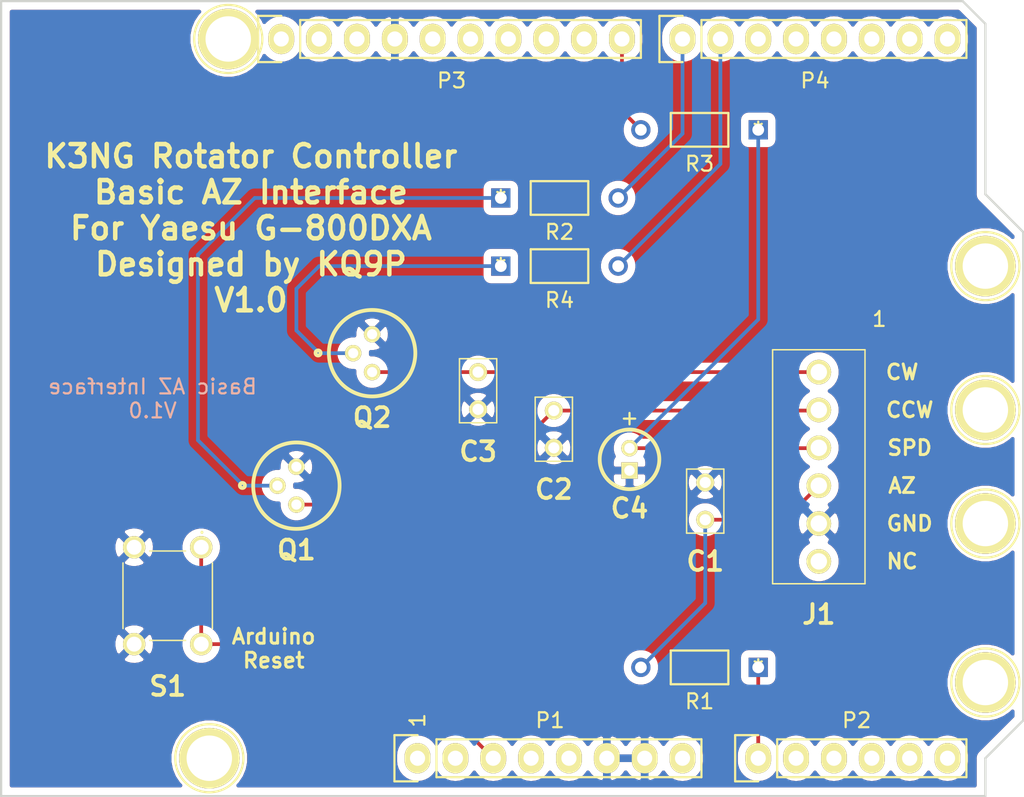
<source format=kicad_pcb>
(kicad_pcb (version 20171130) (host pcbnew "(5.1.9)-1")

  (general
    (thickness 1.6)
    (drawings 21)
    (tracks 34)
    (zones 0)
    (modules 22)
    (nets 42)
  )

  (page A4)
  (title_block
    (date "lun. 30 mars 2015")
  )

  (layers
    (0 F.Cu signal)
    (31 B.Cu signal)
    (32 B.Adhes user)
    (33 F.Adhes user)
    (34 B.Paste user)
    (35 F.Paste user)
    (36 B.SilkS user)
    (37 F.SilkS user)
    (38 B.Mask user)
    (39 F.Mask user)
    (40 Dwgs.User user)
    (41 Cmts.User user)
    (42 Eco1.User user)
    (43 Eco2.User user)
    (44 Edge.Cuts user)
    (45 Margin user)
    (46 B.CrtYd user)
    (47 F.CrtYd user)
    (48 B.Fab user)
    (49 F.Fab user)
  )

  (setup
    (last_trace_width 0.25)
    (trace_clearance 0.2)
    (zone_clearance 0.508)
    (zone_45_only no)
    (trace_min 0.2)
    (via_size 0.6)
    (via_drill 0.4)
    (via_min_size 0.4)
    (via_min_drill 0.3)
    (uvia_size 0.3)
    (uvia_drill 0.1)
    (uvias_allowed no)
    (uvia_min_size 0.2)
    (uvia_min_drill 0.1)
    (edge_width 0.15)
    (segment_width 0.15)
    (pcb_text_width 0.3)
    (pcb_text_size 1.5 1.5)
    (mod_edge_width 0.15)
    (mod_text_size 1 1)
    (mod_text_width 0.15)
    (pad_size 4.064 4.064)
    (pad_drill 3.048)
    (pad_to_mask_clearance 0)
    (aux_axis_origin 110.998 126.365)
    (grid_origin 110.998 126.365)
    (visible_elements 7FFFF7FF)
    (pcbplotparams
      (layerselection 0x010f0_ffffffff)
      (usegerberextensions true)
      (usegerberattributes true)
      (usegerberadvancedattributes true)
      (creategerberjobfile true)
      (excludeedgelayer true)
      (linewidth 0.100000)
      (plotframeref false)
      (viasonmask false)
      (mode 1)
      (useauxorigin false)
      (hpglpennumber 1)
      (hpglpenspeed 20)
      (hpglpendiameter 15.000000)
      (psnegative false)
      (psa4output false)
      (plotreference true)
      (plotvalue false)
      (plotinvisibletext false)
      (padsonsilk false)
      (subtractmaskfromsilk false)
      (outputformat 1)
      (mirror false)
      (drillshape 0)
      (scaleselection 1)
      (outputdirectory "./"))
  )

  (net 0 "")
  (net 1 /IOREF)
  (net 2 /Reset)
  (net 3 +5V)
  (net 4 GND)
  (net 5 /Vin)
  (net 6 /A0)
  (net 7 /A1)
  (net 8 /A2)
  (net 9 /A3)
  (net 10 /AREF)
  (net 11 "/9(**)")
  (net 12 /8)
  (net 13 /7)
  (net 14 "/6(**)")
  (net 15 "/5(**)")
  (net 16 /4)
  (net 17 "/3(**)")
  (net 18 /2)
  (net 19 "/1(Tx)")
  (net 20 "/0(Rx)")
  (net 21 "Net-(P5-Pad1)")
  (net 22 "Net-(P6-Pad1)")
  (net 23 "Net-(P7-Pad1)")
  (net 24 "Net-(P8-Pad1)")
  (net 25 "/13(SCK)")
  (net 26 "/10(**/SS)")
  (net 27 "Net-(P1-Pad1)")
  (net 28 +3V3)
  (net 29 "/12(MISO)")
  (net 30 "/11(**/MOSI)")
  (net 31 /CCWctlr)
  (net 32 /CWctlr)
  (net 33 /AZctlr)
  (net 34 /SPDctlr)
  (net 35 "Net-(J1-Pad6)")
  (net 36 "Net-(P2-Pad5)")
  (net 37 "Net-(P2-Pad6)")
  (net 38 "Net-(P3-Pad1)")
  (net 39 "Net-(P3-Pad2)")
  (net 40 "Net-(Q1-Pad1)")
  (net 41 "Net-(Q2-Pad1)")

  (net_class Default "This is the default net class."
    (clearance 0.2)
    (trace_width 0.25)
    (via_dia 0.6)
    (via_drill 0.4)
    (uvia_dia 0.3)
    (uvia_drill 0.1)
    (add_net +3V3)
    (add_net +5V)
    (add_net "/0(Rx)")
    (add_net "/1(Tx)")
    (add_net "/10(**/SS)")
    (add_net "/11(**/MOSI)")
    (add_net "/12(MISO)")
    (add_net "/13(SCK)")
    (add_net /2)
    (add_net "/3(**)")
    (add_net /4)
    (add_net "/5(**)")
    (add_net "/6(**)")
    (add_net /7)
    (add_net /8)
    (add_net "/9(**)")
    (add_net /A0)
    (add_net /A1)
    (add_net /A2)
    (add_net /A3)
    (add_net /AREF)
    (add_net /AZctlr)
    (add_net /CCWctlr)
    (add_net /CWctlr)
    (add_net /IOREF)
    (add_net /Reset)
    (add_net /SPDctlr)
    (add_net /Vin)
    (add_net GND)
    (add_net "Net-(J1-Pad6)")
    (add_net "Net-(P1-Pad1)")
    (add_net "Net-(P2-Pad5)")
    (add_net "Net-(P2-Pad6)")
    (add_net "Net-(P3-Pad1)")
    (add_net "Net-(P3-Pad2)")
    (add_net "Net-(P5-Pad1)")
    (add_net "Net-(P6-Pad1)")
    (add_net "Net-(P7-Pad1)")
    (add_net "Net-(P8-Pad1)")
    (add_net "Net-(Q1-Pad1)")
    (add_net "Net-(Q2-Pad1)")
  )

  (module SamacSys_Parts:18259672 (layer F.Cu) (tedit 602FCAEF) (tstamp 6030300D)
    (at 122.174 112.395 180)
    (descr 1825967-2)
    (tags Switch)
    (path /6030171D)
    (fp_text reference S1 (at 0 -6.604) (layer F.SilkS)
      (effects (font (size 1.27 1.27) (thickness 0.254)))
    )
    (fp_text value 1825967-2 (at 0 -0.375) (layer Dwgs.User) hide
      (effects (font (size 1.27 1.27) (thickness 0.254)))
    )
    (fp_line (start -3 -3.525) (end 3 -3.525) (layer Dwgs.User) (width 0.2))
    (fp_line (start 3 -3.525) (end 3 2.475) (layer Dwgs.User) (width 0.2))
    (fp_line (start 3 2.475) (end -3 2.475) (layer Dwgs.User) (width 0.2))
    (fp_line (start -3 2.475) (end -3 -3.525) (layer Dwgs.User) (width 0.2))
    (fp_line (start -4 -5.525) (end 4 -5.525) (layer Dwgs.User) (width 0.1))
    (fp_line (start 4 -5.525) (end 4 4.775) (layer Dwgs.User) (width 0.1))
    (fp_line (start 4 4.775) (end -4 4.775) (layer Dwgs.User) (width 0.1))
    (fp_line (start -4 4.775) (end -4 -5.525) (layer Dwgs.User) (width 0.1))
    (fp_line (start -3 1.675) (end -3 -2.725) (layer F.SilkS) (width 0.1))
    (fp_line (start 3 1.675) (end 3 -2.725) (layer F.SilkS) (width 0.1))
    (fp_line (start -1.2 2.475) (end 1.2 2.475) (layer F.SilkS) (width 0.1))
    (fp_line (start -1.2 -3.525) (end 1.2 -3.525) (layer F.SilkS) (width 0.1))
    (fp_line (start -2.3 3.675) (end -2.3 3.675) (layer F.SilkS) (width 0.1))
    (fp_line (start -2.3 3.775) (end -2.3 3.775) (layer F.SilkS) (width 0.1))
    (fp_arc (start -2.3 3.725) (end -2.3 3.775) (angle 180) (layer F.SilkS) (width 0.1))
    (fp_arc (start -2.3 3.725) (end -2.3 3.675) (angle 180) (layer F.SilkS) (width 0.1))
    (pad 4 thru_hole circle (at 2.25 2.725 270) (size 1.5 1.5) (drill 1) (layers *.Cu *.Mask F.SilkS)
      (net 4 GND))
    (pad 3 thru_hole circle (at 2.25 -3.775 270) (size 1.5 1.5) (drill 1) (layers *.Cu *.Mask F.SilkS)
      (net 4 GND))
    (pad 2 thru_hole circle (at -2.25 -3.775 270) (size 1.5 1.5) (drill 1) (layers *.Cu *.Mask F.SilkS)
      (net 2 /Reset))
    (pad 1 thru_hole circle (at -2.25 2.725 270) (size 1.5 1.5) (drill 1) (layers *.Cu *.Mask F.SilkS)
      (net 2 /Reset))
    (model C:/Users/kq9p/Documents/SamacSys_PCB_Library/KiCad/3D_Models/c-1825967-2-c-3d.stp
      (offset (xyz 0 0.5 4))
      (scale (xyz 1 1 1.1))
      (rotate (xyz 0 0 90))
    )
  )

  (module CFM14JT4K70:CFM14JT4K70 (layer F.Cu) (tedit 0) (tstamp 602FDC8F)
    (at 161.798 81.661 180)
    (path /603E8AE5)
    (fp_text reference R3 (at 3.937 -2.286) (layer F.SilkS)
      (effects (font (size 1 1) (thickness 0.15)))
    )
    (fp_text value CFM14JT4K70 (at 3.937 0) (layer Dwgs.User)
      (effects (font (size 1 1) (thickness 0.15)))
    )
    (fp_line (start 0 0) (end 2.1336 0) (layer F.Fab) (width 0.1524))
    (fp_line (start 7.874 0) (end 5.7404 0) (layer F.Fab) (width 0.1524))
    (fp_line (start 2.1336 1.0033) (end 5.7404 1.0033) (layer F.Fab) (width 0.1524))
    (fp_line (start 5.7404 1.0033) (end 5.7404 -1.0033) (layer F.Fab) (width 0.1524))
    (fp_line (start 5.7404 -1.0033) (end 2.1336 -1.0033) (layer F.Fab) (width 0.1524))
    (fp_line (start 2.1336 -1.0033) (end 2.1336 1.0033) (layer F.Fab) (width 0.1524))
    (fp_line (start 2.0066 1.1303) (end 5.8674 1.1303) (layer F.SilkS) (width 0.1524))
    (fp_line (start 5.8674 1.1303) (end 5.8674 -1.1303) (layer F.SilkS) (width 0.1524))
    (fp_line (start 5.8674 -1.1303) (end 2.0066 -1.1303) (layer F.SilkS) (width 0.1524))
    (fp_line (start 2.0066 -1.1303) (end 2.0066 1.1303) (layer F.SilkS) (width 0.1524))
    (fp_line (start -0.9017 0.9017) (end -0.9017 -0.9017) (layer F.CrtYd) (width 0.1524))
    (fp_line (start -0.9017 -0.9017) (end 1.8796 -0.9017) (layer F.CrtYd) (width 0.1524))
    (fp_line (start 1.8796 -0.9017) (end 1.8796 -1.2573) (layer F.CrtYd) (width 0.1524))
    (fp_line (start 1.8796 -1.2573) (end 5.9944 -1.2573) (layer F.CrtYd) (width 0.1524))
    (fp_line (start 5.9944 -1.2573) (end 5.9944 -0.9017) (layer F.CrtYd) (width 0.1524))
    (fp_line (start 5.9944 -0.9017) (end 8.7757 -0.9017) (layer F.CrtYd) (width 0.1524))
    (fp_line (start 8.7757 -0.9017) (end 8.7757 0.9017) (layer F.CrtYd) (width 0.1524))
    (fp_line (start 8.7757 0.9017) (end 5.9944 0.9017) (layer F.CrtYd) (width 0.1524))
    (fp_line (start 5.9944 0.9017) (end 5.9944 1.2573) (layer F.CrtYd) (width 0.1524))
    (fp_line (start 5.9944 1.2573) (end 1.8796 1.2573) (layer F.CrtYd) (width 0.1524))
    (fp_line (start 1.8796 1.2573) (end 1.8796 0.9017) (layer F.CrtYd) (width 0.1524))
    (fp_line (start 1.8796 0.9017) (end -0.9017 0.9017) (layer F.CrtYd) (width 0.1524))
    (fp_text user * (at 0 0) (layer F.Fab)
      (effects (font (size 1 1) (thickness 0.15)))
    )
    (fp_text user * (at 0 0) (layer F.SilkS)
      (effects (font (size 1 1) (thickness 0.15)))
    )
    (fp_text user "Copyright 2016 Accelerated Designs. All rights reserved." (at 0 0) (layer Cmts.User)
      (effects (font (size 0.127 0.127) (thickness 0.002)))
    )
    (pad 2 thru_hole circle (at 7.874 0 180) (size 1.2954 1.2954) (drill 0.7874) (layers *.Cu *.Mask)
      (net 12 /8))
    (pad 1 thru_hole rect (at 0 0 180) (size 1.2954 1.2954) (drill 0.7874) (layers *.Cu *.Mask)
      (net 34 /SPDctlr))
    (model "C:/Users/kq9p/Documents/KiCad  Libraries/CFM14JT4K70/STA_CFM14_STP.step"
      (at (xyz 0 0 0))
      (scale (xyz 1 1 1))
      (rotate (xyz 0 0 0))
    )
  )

  (module CFM14JT1K0:CFM14JT1K00 (layer F.Cu) (tedit 0) (tstamp 60304258)
    (at 144.526 90.805)
    (path /603F6B62)
    (fp_text reference R4 (at 3.937 2.286) (layer F.SilkS)
      (effects (font (size 1 1) (thickness 0.15)))
    )
    (fp_text value CFM14JT1K00 (at 3.937 0) (layer Dwgs.User)
      (effects (font (size 1 1) (thickness 0.15)))
    )
    (fp_line (start 0 0) (end 2.1336 0) (layer F.Fab) (width 0.1524))
    (fp_line (start 7.874 0) (end 5.7404 0) (layer F.Fab) (width 0.1524))
    (fp_line (start 2.1336 1.0033) (end 5.7404 1.0033) (layer F.Fab) (width 0.1524))
    (fp_line (start 5.7404 1.0033) (end 5.7404 -1.0033) (layer F.Fab) (width 0.1524))
    (fp_line (start 5.7404 -1.0033) (end 2.1336 -1.0033) (layer F.Fab) (width 0.1524))
    (fp_line (start 2.1336 -1.0033) (end 2.1336 1.0033) (layer F.Fab) (width 0.1524))
    (fp_line (start 2.0066 1.1303) (end 5.8674 1.1303) (layer F.SilkS) (width 0.1524))
    (fp_line (start 5.8674 1.1303) (end 5.8674 -1.1303) (layer F.SilkS) (width 0.1524))
    (fp_line (start 5.8674 -1.1303) (end 2.0066 -1.1303) (layer F.SilkS) (width 0.1524))
    (fp_line (start 2.0066 -1.1303) (end 2.0066 1.1303) (layer F.SilkS) (width 0.1524))
    (fp_line (start -0.9017 0.9017) (end -0.9017 -0.9017) (layer F.CrtYd) (width 0.1524))
    (fp_line (start -0.9017 -0.9017) (end 1.8796 -0.9017) (layer F.CrtYd) (width 0.1524))
    (fp_line (start 1.8796 -0.9017) (end 1.8796 -1.2573) (layer F.CrtYd) (width 0.1524))
    (fp_line (start 1.8796 -1.2573) (end 5.9944 -1.2573) (layer F.CrtYd) (width 0.1524))
    (fp_line (start 5.9944 -1.2573) (end 5.9944 -0.9017) (layer F.CrtYd) (width 0.1524))
    (fp_line (start 5.9944 -0.9017) (end 8.7757 -0.9017) (layer F.CrtYd) (width 0.1524))
    (fp_line (start 8.7757 -0.9017) (end 8.7757 0.9017) (layer F.CrtYd) (width 0.1524))
    (fp_line (start 8.7757 0.9017) (end 5.9944 0.9017) (layer F.CrtYd) (width 0.1524))
    (fp_line (start 5.9944 0.9017) (end 5.9944 1.2573) (layer F.CrtYd) (width 0.1524))
    (fp_line (start 5.9944 1.2573) (end 1.8796 1.2573) (layer F.CrtYd) (width 0.1524))
    (fp_line (start 1.8796 1.2573) (end 1.8796 0.9017) (layer F.CrtYd) (width 0.1524))
    (fp_line (start 1.8796 0.9017) (end -0.9017 0.9017) (layer F.CrtYd) (width 0.1524))
    (fp_text user * (at 0 0) (layer F.Fab)
      (effects (font (size 1 1) (thickness 0.15)))
    )
    (fp_text user * (at 0 0) (layer F.SilkS)
      (effects (font (size 1 1) (thickness 0.15)))
    )
    (fp_text user "Copyright 2016 Accelerated Designs. All rights reserved." (at 0 0) (layer Cmts.User)
      (effects (font (size 0.127 0.127) (thickness 0.002)))
    )
    (pad 2 thru_hole circle (at 7.874 0) (size 1.2954 1.2954) (drill 0.7874) (layers *.Cu *.Mask)
      (net 14 "/6(**)"))
    (pad 1 thru_hole rect (at 0 0) (size 1.2954 1.2954) (drill 0.7874) (layers *.Cu *.Mask)
      (net 41 "Net-(Q2-Pad1)"))
    (model "C:/Users/kq9p/Documents/KiCad  Libraries/CFM14JT1K0/STA_CFM14_STP.step"
      (at (xyz 0 0 0))
      (scale (xyz 1 1 1))
      (rotate (xyz 0 0 0))
    )
  )

  (module CFM14JT1K0:CFM14JT1K00 (layer F.Cu) (tedit 0) (tstamp 603041FD)
    (at 144.526 86.233)
    (path /603F79B6)
    (fp_text reference R2 (at 3.937 2.286) (layer F.SilkS)
      (effects (font (size 1 1) (thickness 0.15)))
    )
    (fp_text value CFM14JT1K00 (at 3.937 0) (layer Dwgs.User)
      (effects (font (size 1 1) (thickness 0.15)))
    )
    (fp_line (start 0 0) (end 2.1336 0) (layer F.Fab) (width 0.1524))
    (fp_line (start 7.874 0) (end 5.7404 0) (layer F.Fab) (width 0.1524))
    (fp_line (start 2.1336 1.0033) (end 5.7404 1.0033) (layer F.Fab) (width 0.1524))
    (fp_line (start 5.7404 1.0033) (end 5.7404 -1.0033) (layer F.Fab) (width 0.1524))
    (fp_line (start 5.7404 -1.0033) (end 2.1336 -1.0033) (layer F.Fab) (width 0.1524))
    (fp_line (start 2.1336 -1.0033) (end 2.1336 1.0033) (layer F.Fab) (width 0.1524))
    (fp_line (start 2.0066 1.1303) (end 5.8674 1.1303) (layer F.SilkS) (width 0.1524))
    (fp_line (start 5.8674 1.1303) (end 5.8674 -1.1303) (layer F.SilkS) (width 0.1524))
    (fp_line (start 5.8674 -1.1303) (end 2.0066 -1.1303) (layer F.SilkS) (width 0.1524))
    (fp_line (start 2.0066 -1.1303) (end 2.0066 1.1303) (layer F.SilkS) (width 0.1524))
    (fp_line (start -0.9017 0.9017) (end -0.9017 -0.9017) (layer F.CrtYd) (width 0.1524))
    (fp_line (start -0.9017 -0.9017) (end 1.8796 -0.9017) (layer F.CrtYd) (width 0.1524))
    (fp_line (start 1.8796 -0.9017) (end 1.8796 -1.2573) (layer F.CrtYd) (width 0.1524))
    (fp_line (start 1.8796 -1.2573) (end 5.9944 -1.2573) (layer F.CrtYd) (width 0.1524))
    (fp_line (start 5.9944 -1.2573) (end 5.9944 -0.9017) (layer F.CrtYd) (width 0.1524))
    (fp_line (start 5.9944 -0.9017) (end 8.7757 -0.9017) (layer F.CrtYd) (width 0.1524))
    (fp_line (start 8.7757 -0.9017) (end 8.7757 0.9017) (layer F.CrtYd) (width 0.1524))
    (fp_line (start 8.7757 0.9017) (end 5.9944 0.9017) (layer F.CrtYd) (width 0.1524))
    (fp_line (start 5.9944 0.9017) (end 5.9944 1.2573) (layer F.CrtYd) (width 0.1524))
    (fp_line (start 5.9944 1.2573) (end 1.8796 1.2573) (layer F.CrtYd) (width 0.1524))
    (fp_line (start 1.8796 1.2573) (end 1.8796 0.9017) (layer F.CrtYd) (width 0.1524))
    (fp_line (start 1.8796 0.9017) (end -0.9017 0.9017) (layer F.CrtYd) (width 0.1524))
    (fp_text user * (at 0 0) (layer F.Fab)
      (effects (font (size 1 1) (thickness 0.15)))
    )
    (fp_text user * (at 0 0) (layer F.SilkS)
      (effects (font (size 1 1) (thickness 0.15)))
    )
    (fp_text user "Copyright 2016 Accelerated Designs. All rights reserved." (at 0 0) (layer Cmts.User)
      (effects (font (size 0.127 0.127) (thickness 0.002)))
    )
    (pad 2 thru_hole circle (at 7.874 0) (size 1.2954 1.2954) (drill 0.7874) (layers *.Cu *.Mask)
      (net 13 /7))
    (pad 1 thru_hole rect (at 0 0) (size 1.2954 1.2954) (drill 0.7874) (layers *.Cu *.Mask)
      (net 40 "Net-(Q1-Pad1)"))
    (model "C:/Users/kq9p/Documents/KiCad  Libraries/CFM14JT1K0/STA_CFM14_STP.step"
      (at (xyz 0 0 0))
      (scale (xyz 1 1 1))
      (rotate (xyz 0 0 0))
    )
  )

  (module CFM14JT1K0:CFM14JT1K00 (layer F.Cu) (tedit 0) (tstamp 603041DE)
    (at 161.798 117.729 180)
    (path /603F80C9)
    (fp_text reference R1 (at 3.937 -2.286) (layer F.SilkS)
      (effects (font (size 1 1) (thickness 0.15)))
    )
    (fp_text value CFM14JT1K00 (at 3.937 0) (layer Dwgs.User)
      (effects (font (size 1 1) (thickness 0.15)))
    )
    (fp_line (start 0 0) (end 2.1336 0) (layer F.Fab) (width 0.1524))
    (fp_line (start 7.874 0) (end 5.7404 0) (layer F.Fab) (width 0.1524))
    (fp_line (start 2.1336 1.0033) (end 5.7404 1.0033) (layer F.Fab) (width 0.1524))
    (fp_line (start 5.7404 1.0033) (end 5.7404 -1.0033) (layer F.Fab) (width 0.1524))
    (fp_line (start 5.7404 -1.0033) (end 2.1336 -1.0033) (layer F.Fab) (width 0.1524))
    (fp_line (start 2.1336 -1.0033) (end 2.1336 1.0033) (layer F.Fab) (width 0.1524))
    (fp_line (start 2.0066 1.1303) (end 5.8674 1.1303) (layer F.SilkS) (width 0.1524))
    (fp_line (start 5.8674 1.1303) (end 5.8674 -1.1303) (layer F.SilkS) (width 0.1524))
    (fp_line (start 5.8674 -1.1303) (end 2.0066 -1.1303) (layer F.SilkS) (width 0.1524))
    (fp_line (start 2.0066 -1.1303) (end 2.0066 1.1303) (layer F.SilkS) (width 0.1524))
    (fp_line (start -0.9017 0.9017) (end -0.9017 -0.9017) (layer F.CrtYd) (width 0.1524))
    (fp_line (start -0.9017 -0.9017) (end 1.8796 -0.9017) (layer F.CrtYd) (width 0.1524))
    (fp_line (start 1.8796 -0.9017) (end 1.8796 -1.2573) (layer F.CrtYd) (width 0.1524))
    (fp_line (start 1.8796 -1.2573) (end 5.9944 -1.2573) (layer F.CrtYd) (width 0.1524))
    (fp_line (start 5.9944 -1.2573) (end 5.9944 -0.9017) (layer F.CrtYd) (width 0.1524))
    (fp_line (start 5.9944 -0.9017) (end 8.7757 -0.9017) (layer F.CrtYd) (width 0.1524))
    (fp_line (start 8.7757 -0.9017) (end 8.7757 0.9017) (layer F.CrtYd) (width 0.1524))
    (fp_line (start 8.7757 0.9017) (end 5.9944 0.9017) (layer F.CrtYd) (width 0.1524))
    (fp_line (start 5.9944 0.9017) (end 5.9944 1.2573) (layer F.CrtYd) (width 0.1524))
    (fp_line (start 5.9944 1.2573) (end 1.8796 1.2573) (layer F.CrtYd) (width 0.1524))
    (fp_line (start 1.8796 1.2573) (end 1.8796 0.9017) (layer F.CrtYd) (width 0.1524))
    (fp_line (start 1.8796 0.9017) (end -0.9017 0.9017) (layer F.CrtYd) (width 0.1524))
    (fp_text user * (at 0 0) (layer F.Fab)
      (effects (font (size 1 1) (thickness 0.15)))
    )
    (fp_text user * (at 0 0) (layer F.SilkS)
      (effects (font (size 1 1) (thickness 0.15)))
    )
    (fp_text user "Copyright 2016 Accelerated Designs. All rights reserved." (at 0 0) (layer Cmts.User)
      (effects (font (size 0.127 0.127) (thickness 0.002)))
    )
    (pad 2 thru_hole circle (at 7.874 0 180) (size 1.2954 1.2954) (drill 0.7874) (layers *.Cu *.Mask)
      (net 33 /AZctlr))
    (pad 1 thru_hole rect (at 0 0 180) (size 1.2954 1.2954) (drill 0.7874) (layers *.Cu *.Mask)
      (net 6 /A0))
    (model "C:/Users/kq9p/Documents/KiCad  Libraries/CFM14JT1K0/STA_CFM14_STP.step"
      (at (xyz 0 0 0))
      (scale (xyz 1 1 1))
      (rotate (xyz 0 0 0))
    )
  )

  (module SamacSys_Parts:TO-18_4 (layer F.Cu) (tedit 602F04E7) (tstamp 602F5B1C)
    (at 135.89 96.647 180)
    (descr TO-18_4)
    (tags "Transistor BJT NPN")
    (path /60378889)
    (fp_text reference Q2 (at 0 -4.318) (layer F.SilkS)
      (effects (font (size 1.27 1.27) (thickness 0.254)))
    )
    (fp_text value 2N2222A (at -0.35036 -0.04603) (layer Dwgs.User) hide
      (effects (font (size 1.27 1.27) (thickness 0.254)))
    )
    (fp_circle (center 3.624 0.014) (end 3.581 0.014) (layer F.SilkS) (width 0.254))
    (fp_circle (center 0 0) (end 2.9 0) (layer Dwgs.User) (width 0.254))
    (fp_circle (center 0 0) (end 2.9 0) (layer F.SilkS) (width 0.254))
    (pad 3 thru_hole circle (at 0 1.27 270) (size 1.1 1.1) (drill 0.68) (layers *.Cu *.Mask F.SilkS)
      (net 4 GND))
    (pad 2 thru_hole circle (at 0 -1.27 270) (size 1.1 1.1) (drill 0.68) (layers *.Cu *.Mask F.SilkS)
      (net 32 /CWctlr))
    (pad 1 thru_hole circle (at 1.27 0 270) (size 1.1 1.1) (drill 0.68) (layers *.Cu *.Mask F.SilkS)
      (net 41 "Net-(Q2-Pad1)"))
    (model C:/Users/kq9p/Documents/SamacSys_PCB_Library/KiCad/3D_Models/STMicroelectronics_-_2N2222A.step
      (at (xyz 0 0 0))
      (scale (xyz 1 1 1))
      (rotate (xyz 0 0 45))
    )
  )

  (module SamacSys_Parts:TO-18_4 (layer F.Cu) (tedit 602F04E7) (tstamp 602F5B12)
    (at 130.81 105.537 180)
    (descr TO-18_4)
    (tags "Transistor BJT NPN")
    (path /6037B87A)
    (fp_text reference Q1 (at 0 -4.318) (layer F.SilkS)
      (effects (font (size 1.27 1.27) (thickness 0.254)))
    )
    (fp_text value 2N2222A (at -0.35036 -0.04603) (layer Dwgs.User) hide
      (effects (font (size 1.27 1.27) (thickness 0.254)))
    )
    (fp_circle (center 3.624 0.014) (end 3.581 0.014) (layer F.SilkS) (width 0.254))
    (fp_circle (center 0 0) (end 2.9 0) (layer Dwgs.User) (width 0.254))
    (fp_circle (center 0 0) (end 2.9 0) (layer F.SilkS) (width 0.254))
    (pad 3 thru_hole circle (at 0 1.27 270) (size 1.1 1.1) (drill 0.68) (layers *.Cu *.Mask F.SilkS)
      (net 4 GND))
    (pad 2 thru_hole circle (at 0 -1.27 270) (size 1.1 1.1) (drill 0.68) (layers *.Cu *.Mask F.SilkS)
      (net 31 /CCWctlr))
    (pad 1 thru_hole circle (at 1.27 0 270) (size 1.1 1.1) (drill 0.68) (layers *.Cu *.Mask F.SilkS)
      (net 40 "Net-(Q1-Pad1)"))
    (model C:/Users/kq9p/Documents/SamacSys_PCB_Library/KiCad/3D_Models/STMicroelectronics_-_2N2222A.step
      (at (xyz 0 0 0))
      (scale (xyz 1 1 1))
      (rotate (xyz 0 0 45))
    )
  )

  (module SamacSys_Parts:CAPPRD150W50D400H800 (layer F.Cu) (tedit 602EFD37) (tstamp 602F5A2E)
    (at 153.162 104.521 90)
    (descr 4*7)
    (tags Capacitor)
    (path /60341A5B)
    (fp_text reference C4 (at -2.54 0 180) (layer F.SilkS)
      (effects (font (size 1.27 1.27) (thickness 0.254)))
    )
    (fp_text value EEA-GA1E100B (at 0 0 90) (layer Dwgs.User) hide
      (effects (font (size 1.27 1.27) (thickness 0.254)))
    )
    (fp_circle (center 0.75 0) (end 2.75 0) (layer Dwgs.User) (width 0.254))
    (fp_circle (center 0.75 0) (end 2.75 0) (layer F.SilkS) (width 0.254))
    (pad 2 thru_hole circle (at 1.5 0 180) (size 1.1 1.1) (drill 0.7) (layers *.Cu *.Mask F.SilkS)
      (net 34 /SPDctlr))
    (pad 1 thru_hole rect (at 0 0 180) (size 1.1 1.1) (drill 0.7) (layers *.Cu *.Mask F.SilkS)
      (net 4 GND))
    (model C:/Users/kq9p/Documents/SamacSys_PCB_Library/KiCad/3D_Models/EEA-GA1E100B.step
      (at (xyz 0 0 0))
      (scale (xyz 1 1 1))
      (rotate (xyz 0 0 0))
    )
  )

  (module SamacSys_Parts:RCE5C1H103J1A2H03B (layer F.Cu) (tedit 602EFA64) (tstamp 602F5A26)
    (at 143.002 97.917 270)
    (descr "L=4.0mm W=3.5mm T=2.5mm")
    (tags Capacitor)
    (path /60314FC4)
    (fp_text reference C3 (at 5.334 0 180) (layer F.SilkS)
      (effects (font (size 1.27 1.27) (thickness 0.254)))
    )
    (fp_text value RDER71H103K0M1H03A (at 1.25 0 90) (layer Dwgs.User) hide
      (effects (font (size 1.27 1.27) (thickness 0.254)))
    )
    (fp_line (start -1.75 2.25) (end -1.75 -2.25) (layer Dwgs.User) (width 0.1))
    (fp_line (start 4.25 2.25) (end -1.75 2.25) (layer Dwgs.User) (width 0.1))
    (fp_line (start 4.25 -2.25) (end 4.25 2.25) (layer Dwgs.User) (width 0.1))
    (fp_line (start -1.75 -2.25) (end 4.25 -2.25) (layer Dwgs.User) (width 0.1))
    (fp_line (start -0.9 1.25) (end -0.9 -1.25) (layer F.SilkS) (width 0.1))
    (fp_line (start 3.4 1.25) (end -0.9 1.25) (layer F.SilkS) (width 0.1))
    (fp_line (start 3.4 -1.25) (end 3.4 1.25) (layer F.SilkS) (width 0.1))
    (fp_line (start -0.9 -1.25) (end 3.4 -1.25) (layer F.SilkS) (width 0.1))
    (fp_line (start -0.75 1.25) (end -0.75 -1.25) (layer Dwgs.User) (width 0.2))
    (fp_line (start 3.25 1.25) (end -0.75 1.25) (layer Dwgs.User) (width 0.2))
    (fp_line (start 3.25 -1.25) (end 3.25 1.25) (layer Dwgs.User) (width 0.2))
    (fp_line (start -0.75 -1.25) (end 3.25 -1.25) (layer Dwgs.User) (width 0.2))
    (pad 2 thru_hole circle (at 2.5 0) (size 1.2 1.2) (drill 0.75) (layers *.Cu *.Mask F.SilkS)
      (net 4 GND))
    (pad 1 thru_hole circle (at 0 0) (size 1.2 1.2) (drill 0.75) (layers *.Cu *.Mask F.SilkS)
      (net 32 /CWctlr))
    (model C:/Users/kq9p/Documents/SamacSys_PCB_Library/KiCad/3D_Models/RDER71H103K0M1H03A.step
      (at (xyz 0 0 0))
      (scale (xyz 1 1 1))
      (rotate (xyz 0 0 0))
    )
  )

  (module SamacSys_Parts:RCE5C1H103J1A2H03B (layer F.Cu) (tedit 602EFA64) (tstamp 602F5A14)
    (at 148.082 102.997 90)
    (descr "L=4.0mm W=3.5mm T=2.5mm")
    (tags Capacitor)
    (path /60312987)
    (fp_text reference C2 (at -2.794 0 180) (layer F.SilkS)
      (effects (font (size 1.27 1.27) (thickness 0.254)))
    )
    (fp_text value RDER71H103K0M1H03A (at 1.25 0 90) (layer Dwgs.User) hide
      (effects (font (size 1.27 1.27) (thickness 0.254)))
    )
    (fp_line (start -1.75 2.25) (end -1.75 -2.25) (layer Dwgs.User) (width 0.1))
    (fp_line (start 4.25 2.25) (end -1.75 2.25) (layer Dwgs.User) (width 0.1))
    (fp_line (start 4.25 -2.25) (end 4.25 2.25) (layer Dwgs.User) (width 0.1))
    (fp_line (start -1.75 -2.25) (end 4.25 -2.25) (layer Dwgs.User) (width 0.1))
    (fp_line (start -0.9 1.25) (end -0.9 -1.25) (layer F.SilkS) (width 0.1))
    (fp_line (start 3.4 1.25) (end -0.9 1.25) (layer F.SilkS) (width 0.1))
    (fp_line (start 3.4 -1.25) (end 3.4 1.25) (layer F.SilkS) (width 0.1))
    (fp_line (start -0.9 -1.25) (end 3.4 -1.25) (layer F.SilkS) (width 0.1))
    (fp_line (start -0.75 1.25) (end -0.75 -1.25) (layer Dwgs.User) (width 0.2))
    (fp_line (start 3.25 1.25) (end -0.75 1.25) (layer Dwgs.User) (width 0.2))
    (fp_line (start 3.25 -1.25) (end 3.25 1.25) (layer Dwgs.User) (width 0.2))
    (fp_line (start -0.75 -1.25) (end 3.25 -1.25) (layer Dwgs.User) (width 0.2))
    (pad 2 thru_hole circle (at 2.5 0 180) (size 1.2 1.2) (drill 0.75) (layers *.Cu *.Mask F.SilkS)
      (net 31 /CCWctlr))
    (pad 1 thru_hole circle (at 0 0 180) (size 1.2 1.2) (drill 0.75) (layers *.Cu *.Mask F.SilkS)
      (net 4 GND))
    (model C:/Users/kq9p/Documents/SamacSys_PCB_Library/KiCad/3D_Models/RDER71H103K0M1H03A.step
      (at (xyz 0 0 0))
      (scale (xyz 1 1 1))
      (rotate (xyz 0 0 0))
    )
  )

  (module SamacSys_Parts:RCE5C1H103J1A2H03B (layer F.Cu) (tedit 602EFA64) (tstamp 602F5A02)
    (at 158.242 107.823 90)
    (descr "L=4.0mm W=3.5mm T=2.5mm")
    (tags Capacitor)
    (path /60310170)
    (fp_text reference C1 (at -2.794 0 180) (layer F.SilkS)
      (effects (font (size 1.27 1.27) (thickness 0.254)))
    )
    (fp_text value RDER71H103K0M1H03A (at 1.25 0 90) (layer Dwgs.User) hide
      (effects (font (size 1.27 1.27) (thickness 0.254)))
    )
    (fp_line (start -1.75 2.25) (end -1.75 -2.25) (layer Dwgs.User) (width 0.1))
    (fp_line (start 4.25 2.25) (end -1.75 2.25) (layer Dwgs.User) (width 0.1))
    (fp_line (start 4.25 -2.25) (end 4.25 2.25) (layer Dwgs.User) (width 0.1))
    (fp_line (start -1.75 -2.25) (end 4.25 -2.25) (layer Dwgs.User) (width 0.1))
    (fp_line (start -0.9 1.25) (end -0.9 -1.25) (layer F.SilkS) (width 0.1))
    (fp_line (start 3.4 1.25) (end -0.9 1.25) (layer F.SilkS) (width 0.1))
    (fp_line (start 3.4 -1.25) (end 3.4 1.25) (layer F.SilkS) (width 0.1))
    (fp_line (start -0.9 -1.25) (end 3.4 -1.25) (layer F.SilkS) (width 0.1))
    (fp_line (start -0.75 1.25) (end -0.75 -1.25) (layer Dwgs.User) (width 0.2))
    (fp_line (start 3.25 1.25) (end -0.75 1.25) (layer Dwgs.User) (width 0.2))
    (fp_line (start 3.25 -1.25) (end 3.25 1.25) (layer Dwgs.User) (width 0.2))
    (fp_line (start -0.75 -1.25) (end 3.25 -1.25) (layer Dwgs.User) (width 0.2))
    (pad 2 thru_hole circle (at 2.5 0 180) (size 1.2 1.2) (drill 0.75) (layers *.Cu *.Mask F.SilkS)
      (net 4 GND))
    (pad 1 thru_hole circle (at 0 0 180) (size 1.2 1.2) (drill 0.75) (layers *.Cu *.Mask F.SilkS)
      (net 33 /AZctlr))
    (model C:/Users/kq9p/Documents/SamacSys_PCB_Library/KiCad/3D_Models/RDER71H103K0M1H03A.step
      (at (xyz 0 0 0))
      (scale (xyz 1 1 1))
      (rotate (xyz 0 0 0))
    )
  )

  (module Socket_Arduino_Uno:Arduino_1pin locked (layer F.Cu) (tedit 5524FC41) (tstamp 602E1C5F)
    (at 177.038 108.077)
    (descr "module 1 pin (ou trou mecanique de percage)")
    (tags DEV)
    (path /56D712DB)
    (fp_text reference P8 (at 0 -3.048) (layer F.SilkS) hide
      (effects (font (size 1 1) (thickness 0.15)))
    )
    (fp_text value CONN_01X01 (at 0 2.794) (layer F.Fab) hide
      (effects (font (size 1 1) (thickness 0.15)))
    )
    (fp_circle (center 0 0) (end 0 -2.286) (layer F.SilkS) (width 0.15))
    (pad 1 thru_hole circle (at 0 0) (size 4.064 4.064) (drill 3.048) (layers *.Cu *.Mask F.SilkS)
      (net 24 "Net-(P8-Pad1)"))
  )

  (module Socket_Arduino_Uno:Arduino_1pin locked (layer F.Cu) (tedit 5524FC41) (tstamp 602E1C55)
    (at 177.038 100.457)
    (descr "module 1 pin (ou trou mecanique de percage)")
    (tags DEV)
    (path /56D712DB)
    (fp_text reference P8 (at 0 -3.048) (layer F.SilkS) hide
      (effects (font (size 1 1) (thickness 0.15)))
    )
    (fp_text value CONN_01X01 (at 0 2.794) (layer F.Fab) hide
      (effects (font (size 1 1) (thickness 0.15)))
    )
    (fp_circle (center 0 0) (end 0 -2.286) (layer F.SilkS) (width 0.15))
    (pad 1 thru_hole circle (at 0 0) (size 4.064 4.064) (drill 3.048) (layers *.Cu *.Mask F.SilkS)
      (net 24 "Net-(P8-Pad1)"))
  )

  (module SamacSys_Parts:1725698 (layer F.Cu) (tedit 602D9B85) (tstamp 602CE74E)
    (at 165.862 97.917 270)
    (descr 1725698-3)
    (tags Connector)
    (path /60374D82)
    (fp_text reference J1 (at 16.256 0 180) (layer F.SilkS)
      (effects (font (size 1.27 1.27) (thickness 0.254)))
    )
    (fp_text value Screw_Terminal_01x06 (at 6.35 0 90) (layer Dwgs.User) hide
      (effects (font (size 1.27 1.27) (thickness 0.254)))
    )
    (fp_line (start -2.5 4.1) (end -2.5 -4.1) (layer Dwgs.User) (width 0.1))
    (fp_line (start 15.2 4.1) (end -2.5 4.1) (layer Dwgs.User) (width 0.1))
    (fp_line (start 15.2 -4.1) (end 15.2 4.1) (layer Dwgs.User) (width 0.1))
    (fp_line (start -2.5 -4.1) (end 15.2 -4.1) (layer Dwgs.User) (width 0.1))
    (fp_line (start -1.5 3.1) (end -1.5 -3.1) (layer F.SilkS) (width 0.1))
    (fp_line (start 14.2 3.1) (end -1.5 3.1) (layer F.SilkS) (width 0.1))
    (fp_line (start 14.2 -3.1) (end 14.2 3.1) (layer F.SilkS) (width 0.1))
    (fp_line (start -1.5 -3.1) (end 14.2 -3.1) (layer F.SilkS) (width 0.1))
    (fp_line (start -1.5 3.1) (end -1.5 -3.1) (layer Dwgs.User) (width 0.2))
    (fp_line (start 14.2 3.1) (end -1.5 3.1) (layer Dwgs.User) (width 0.2))
    (fp_line (start 14.2 -3.1) (end 14.2 3.1) (layer Dwgs.User) (width 0.2))
    (fp_line (start -1.5 -3.1) (end 14.2 -3.1) (layer Dwgs.User) (width 0.2))
    (pad 6 thru_hole circle (at 12.7 0) (size 1.65 1.65) (drill 1.1) (layers *.Cu *.Mask F.SilkS)
      (net 35 "Net-(J1-Pad6)"))
    (pad 5 thru_hole circle (at 10.16 0) (size 1.65 1.65) (drill 1.1) (layers *.Cu *.Mask F.SilkS)
      (net 4 GND))
    (pad 4 thru_hole circle (at 7.62 0) (size 1.65 1.65) (drill 1.1) (layers *.Cu *.Mask F.SilkS)
      (net 33 /AZctlr))
    (pad 3 thru_hole circle (at 5.08 0) (size 1.65 1.65) (drill 1.1) (layers *.Cu *.Mask F.SilkS)
      (net 34 /SPDctlr))
    (pad 2 thru_hole circle (at 2.54 0) (size 1.65 1.65) (drill 1.1) (layers *.Cu *.Mask F.SilkS)
      (net 31 /CCWctlr))
    (pad 1 thru_hole circle (at 0 0) (size 1.65 1.65) (drill 1.1) (layers *.Cu *.Mask F.SilkS)
      (net 32 /CWctlr))
    (model C:/Users/kq9p/Documents/SamacSys_PCB_Library/KiCad/3D_Models/1725698.step
      (at (xyz 0 0 0))
      (scale (xyz 1 1 1))
      (rotate (xyz 0 0 0))
    )
  )

  (module Socket_Arduino_Uno:Socket_Strip_Arduino_1x08 locked (layer F.Cu) (tedit 552168D2) (tstamp 551AF9EA)
    (at 138.938 123.825)
    (descr "Through hole socket strip")
    (tags "socket strip")
    (path /56D70129)
    (fp_text reference P1 (at 8.89 -2.54) (layer F.SilkS)
      (effects (font (size 1 1) (thickness 0.15)))
    )
    (fp_text value Power (at 8.89 -4.064) (layer F.Fab)
      (effects (font (size 1 1) (thickness 0.15)))
    )
    (fp_line (start -1.55 -1.55) (end -1.55 1.55) (layer F.SilkS) (width 0.15))
    (fp_line (start 0 -1.55) (end -1.55 -1.55) (layer F.SilkS) (width 0.15))
    (fp_line (start 1.27 1.27) (end 1.27 -1.27) (layer F.SilkS) (width 0.15))
    (fp_line (start -1.55 1.55) (end 0 1.55) (layer F.SilkS) (width 0.15))
    (fp_line (start 19.05 -1.27) (end 1.27 -1.27) (layer F.SilkS) (width 0.15))
    (fp_line (start 19.05 1.27) (end 19.05 -1.27) (layer F.SilkS) (width 0.15))
    (fp_line (start 1.27 1.27) (end 19.05 1.27) (layer F.SilkS) (width 0.15))
    (fp_line (start -1.75 1.75) (end 19.55 1.75) (layer F.CrtYd) (width 0.05))
    (fp_line (start -1.75 -1.75) (end 19.55 -1.75) (layer F.CrtYd) (width 0.05))
    (fp_line (start 19.55 -1.75) (end 19.55 1.75) (layer F.CrtYd) (width 0.05))
    (fp_line (start -1.75 -1.75) (end -1.75 1.75) (layer F.CrtYd) (width 0.05))
    (pad 1 thru_hole oval (at 0 0) (size 1.7272 2.032) (drill 1.016) (layers *.Cu *.Mask F.SilkS)
      (net 27 "Net-(P1-Pad1)"))
    (pad 2 thru_hole oval (at 2.54 0) (size 1.7272 2.032) (drill 1.016) (layers *.Cu *.Mask F.SilkS)
      (net 1 /IOREF))
    (pad 3 thru_hole oval (at 5.08 0) (size 1.7272 2.032) (drill 1.016) (layers *.Cu *.Mask F.SilkS)
      (net 2 /Reset))
    (pad 4 thru_hole oval (at 7.62 0) (size 1.7272 2.032) (drill 1.016) (layers *.Cu *.Mask F.SilkS)
      (net 28 +3V3))
    (pad 5 thru_hole oval (at 10.16 0) (size 1.7272 2.032) (drill 1.016) (layers *.Cu *.Mask F.SilkS)
      (net 3 +5V))
    (pad 6 thru_hole oval (at 12.7 0) (size 1.7272 2.032) (drill 1.016) (layers *.Cu *.Mask F.SilkS)
      (net 4 GND))
    (pad 7 thru_hole oval (at 15.24 0) (size 1.7272 2.032) (drill 1.016) (layers *.Cu *.Mask F.SilkS)
      (net 4 GND))
    (pad 8 thru_hole oval (at 17.78 0) (size 1.7272 2.032) (drill 1.016) (layers *.Cu *.Mask F.SilkS)
      (net 5 /Vin))
    (model ${KIPRJMOD}/Socket_Arduino_Uno.3dshapes/Socket_header_Arduino_1x08.wrl
      (offset (xyz 8.889999866485596 0 0))
      (scale (xyz 1 1 1))
      (rotate (xyz 0 0 180))
    )
  )

  (module Socket_Arduino_Uno:Socket_Strip_Arduino_1x06 locked (layer F.Cu) (tedit 552168D6) (tstamp 551AF9FF)
    (at 161.798 123.825)
    (descr "Through hole socket strip")
    (tags "socket strip")
    (path /56D70DD8)
    (fp_text reference P2 (at 6.604 -2.54) (layer F.SilkS)
      (effects (font (size 1 1) (thickness 0.15)))
    )
    (fp_text value Analog (at 6.604 -4.064) (layer F.Fab)
      (effects (font (size 1 1) (thickness 0.15)))
    )
    (fp_line (start -1.55 -1.55) (end -1.55 1.55) (layer F.SilkS) (width 0.15))
    (fp_line (start 0 -1.55) (end -1.55 -1.55) (layer F.SilkS) (width 0.15))
    (fp_line (start 1.27 1.27) (end 1.27 -1.27) (layer F.SilkS) (width 0.15))
    (fp_line (start -1.55 1.55) (end 0 1.55) (layer F.SilkS) (width 0.15))
    (fp_line (start 13.97 -1.27) (end 1.27 -1.27) (layer F.SilkS) (width 0.15))
    (fp_line (start 13.97 1.27) (end 13.97 -1.27) (layer F.SilkS) (width 0.15))
    (fp_line (start 1.27 1.27) (end 13.97 1.27) (layer F.SilkS) (width 0.15))
    (fp_line (start -1.75 1.75) (end 14.45 1.75) (layer F.CrtYd) (width 0.05))
    (fp_line (start -1.75 -1.75) (end 14.45 -1.75) (layer F.CrtYd) (width 0.05))
    (fp_line (start 14.45 -1.75) (end 14.45 1.75) (layer F.CrtYd) (width 0.05))
    (fp_line (start -1.75 -1.75) (end -1.75 1.75) (layer F.CrtYd) (width 0.05))
    (pad 1 thru_hole oval (at 0 0) (size 1.7272 2.032) (drill 1.016) (layers *.Cu *.Mask F.SilkS)
      (net 6 /A0))
    (pad 2 thru_hole oval (at 2.54 0) (size 1.7272 2.032) (drill 1.016) (layers *.Cu *.Mask F.SilkS)
      (net 7 /A1))
    (pad 3 thru_hole oval (at 5.08 0) (size 1.7272 2.032) (drill 1.016) (layers *.Cu *.Mask F.SilkS)
      (net 8 /A2))
    (pad 4 thru_hole oval (at 7.62 0) (size 1.7272 2.032) (drill 1.016) (layers *.Cu *.Mask F.SilkS)
      (net 9 /A3))
    (pad 5 thru_hole oval (at 10.16 0) (size 1.7272 2.032) (drill 1.016) (layers *.Cu *.Mask F.SilkS)
      (net 36 "Net-(P2-Pad5)"))
    (pad 6 thru_hole oval (at 12.7 0) (size 1.7272 2.032) (drill 1.016) (layers *.Cu *.Mask F.SilkS)
      (net 37 "Net-(P2-Pad6)"))
    (model ${KIPRJMOD}/Socket_Arduino_Uno.3dshapes/Socket_header_Arduino_1x06.wrl
      (offset (xyz 6.349999904632568 0 0))
      (scale (xyz 1 1 1))
      (rotate (xyz 0 0 180))
    )
  )

  (module Socket_Arduino_Uno:Socket_Strip_Arduino_1x10 locked (layer F.Cu) (tedit 552168BF) (tstamp 551AFA18)
    (at 129.794 75.565)
    (descr "Through hole socket strip")
    (tags "socket strip")
    (path /56D721E0)
    (fp_text reference P3 (at 11.43 2.794) (layer F.SilkS)
      (effects (font (size 1 1) (thickness 0.15)))
    )
    (fp_text value Digital (at 11.43 4.318) (layer F.Fab)
      (effects (font (size 1 1) (thickness 0.15)))
    )
    (fp_line (start -1.55 -1.55) (end -1.55 1.55) (layer F.SilkS) (width 0.15))
    (fp_line (start 0 -1.55) (end -1.55 -1.55) (layer F.SilkS) (width 0.15))
    (fp_line (start 1.27 1.27) (end 1.27 -1.27) (layer F.SilkS) (width 0.15))
    (fp_line (start -1.55 1.55) (end 0 1.55) (layer F.SilkS) (width 0.15))
    (fp_line (start 24.13 -1.27) (end 1.27 -1.27) (layer F.SilkS) (width 0.15))
    (fp_line (start 24.13 1.27) (end 24.13 -1.27) (layer F.SilkS) (width 0.15))
    (fp_line (start 1.27 1.27) (end 24.13 1.27) (layer F.SilkS) (width 0.15))
    (fp_line (start -1.75 1.75) (end 24.65 1.75) (layer F.CrtYd) (width 0.05))
    (fp_line (start -1.75 -1.75) (end 24.65 -1.75) (layer F.CrtYd) (width 0.05))
    (fp_line (start 24.65 -1.75) (end 24.65 1.75) (layer F.CrtYd) (width 0.05))
    (fp_line (start -1.75 -1.75) (end -1.75 1.75) (layer F.CrtYd) (width 0.05))
    (pad 1 thru_hole oval (at 0 0) (size 1.7272 2.032) (drill 1.016) (layers *.Cu *.Mask F.SilkS)
      (net 38 "Net-(P3-Pad1)"))
    (pad 2 thru_hole oval (at 2.54 0) (size 1.7272 2.032) (drill 1.016) (layers *.Cu *.Mask F.SilkS)
      (net 39 "Net-(P3-Pad2)"))
    (pad 3 thru_hole oval (at 5.08 0) (size 1.7272 2.032) (drill 1.016) (layers *.Cu *.Mask F.SilkS)
      (net 10 /AREF))
    (pad 4 thru_hole oval (at 7.62 0) (size 1.7272 2.032) (drill 1.016) (layers *.Cu *.Mask F.SilkS)
      (net 4 GND))
    (pad 5 thru_hole oval (at 10.16 0) (size 1.7272 2.032) (drill 1.016) (layers *.Cu *.Mask F.SilkS)
      (net 25 "/13(SCK)"))
    (pad 6 thru_hole oval (at 12.7 0) (size 1.7272 2.032) (drill 1.016) (layers *.Cu *.Mask F.SilkS)
      (net 29 "/12(MISO)"))
    (pad 7 thru_hole oval (at 15.24 0) (size 1.7272 2.032) (drill 1.016) (layers *.Cu *.Mask F.SilkS)
      (net 30 "/11(**/MOSI)"))
    (pad 8 thru_hole oval (at 17.78 0) (size 1.7272 2.032) (drill 1.016) (layers *.Cu *.Mask F.SilkS)
      (net 26 "/10(**/SS)"))
    (pad 9 thru_hole oval (at 20.32 0) (size 1.7272 2.032) (drill 1.016) (layers *.Cu *.Mask F.SilkS)
      (net 11 "/9(**)"))
    (pad 10 thru_hole oval (at 22.86 0) (size 1.7272 2.032) (drill 1.016) (layers *.Cu *.Mask F.SilkS)
      (net 12 /8))
    (model ${KIPRJMOD}/Socket_Arduino_Uno.3dshapes/Socket_header_Arduino_1x10.wrl
      (offset (xyz 11.42999982833862 0 0))
      (scale (xyz 1 1 1))
      (rotate (xyz 0 0 180))
    )
  )

  (module Socket_Arduino_Uno:Socket_Strip_Arduino_1x08 locked (layer F.Cu) (tedit 552168C7) (tstamp 551AFA2F)
    (at 156.718 75.565)
    (descr "Through hole socket strip")
    (tags "socket strip")
    (path /56D7164F)
    (fp_text reference P4 (at 8.89 2.794) (layer F.SilkS)
      (effects (font (size 1 1) (thickness 0.15)))
    )
    (fp_text value Digital (at 8.89 4.318) (layer F.Fab)
      (effects (font (size 1 1) (thickness 0.15)))
    )
    (fp_line (start -1.55 -1.55) (end -1.55 1.55) (layer F.SilkS) (width 0.15))
    (fp_line (start 0 -1.55) (end -1.55 -1.55) (layer F.SilkS) (width 0.15))
    (fp_line (start 1.27 1.27) (end 1.27 -1.27) (layer F.SilkS) (width 0.15))
    (fp_line (start -1.55 1.55) (end 0 1.55) (layer F.SilkS) (width 0.15))
    (fp_line (start 19.05 -1.27) (end 1.27 -1.27) (layer F.SilkS) (width 0.15))
    (fp_line (start 19.05 1.27) (end 19.05 -1.27) (layer F.SilkS) (width 0.15))
    (fp_line (start 1.27 1.27) (end 19.05 1.27) (layer F.SilkS) (width 0.15))
    (fp_line (start -1.75 1.75) (end 19.55 1.75) (layer F.CrtYd) (width 0.05))
    (fp_line (start -1.75 -1.75) (end 19.55 -1.75) (layer F.CrtYd) (width 0.05))
    (fp_line (start 19.55 -1.75) (end 19.55 1.75) (layer F.CrtYd) (width 0.05))
    (fp_line (start -1.75 -1.75) (end -1.75 1.75) (layer F.CrtYd) (width 0.05))
    (pad 1 thru_hole oval (at 0 0) (size 1.7272 2.032) (drill 1.016) (layers *.Cu *.Mask F.SilkS)
      (net 13 /7))
    (pad 2 thru_hole oval (at 2.54 0) (size 1.7272 2.032) (drill 1.016) (layers *.Cu *.Mask F.SilkS)
      (net 14 "/6(**)"))
    (pad 3 thru_hole oval (at 5.08 0) (size 1.7272 2.032) (drill 1.016) (layers *.Cu *.Mask F.SilkS)
      (net 15 "/5(**)"))
    (pad 4 thru_hole oval (at 7.62 0) (size 1.7272 2.032) (drill 1.016) (layers *.Cu *.Mask F.SilkS)
      (net 16 /4))
    (pad 5 thru_hole oval (at 10.16 0) (size 1.7272 2.032) (drill 1.016) (layers *.Cu *.Mask F.SilkS)
      (net 17 "/3(**)"))
    (pad 6 thru_hole oval (at 12.7 0) (size 1.7272 2.032) (drill 1.016) (layers *.Cu *.Mask F.SilkS)
      (net 18 /2))
    (pad 7 thru_hole oval (at 15.24 0) (size 1.7272 2.032) (drill 1.016) (layers *.Cu *.Mask F.SilkS)
      (net 19 "/1(Tx)"))
    (pad 8 thru_hole oval (at 17.78 0) (size 1.7272 2.032) (drill 1.016) (layers *.Cu *.Mask F.SilkS)
      (net 20 "/0(Rx)"))
    (model ${KIPRJMOD}/Socket_Arduino_Uno.3dshapes/Socket_header_Arduino_1x08.wrl
      (offset (xyz 8.889999866485596 0 0))
      (scale (xyz 1 1 1))
      (rotate (xyz 0 0 180))
    )
  )

  (module Socket_Arduino_Uno:Arduino_1pin locked (layer F.Cu) (tedit 5524FC39) (tstamp 5524FC3F)
    (at 124.968 123.825)
    (descr "module 1 pin (ou trou mecanique de percage)")
    (tags DEV)
    (path /56D71177)
    (fp_text reference P5 (at 0 -3.048) (layer F.SilkS) hide
      (effects (font (size 1 1) (thickness 0.15)))
    )
    (fp_text value CONN_01X01 (at 0 2.794) (layer F.Fab) hide
      (effects (font (size 1 1) (thickness 0.15)))
    )
    (fp_circle (center 0 0) (end 0 -2.286) (layer F.SilkS) (width 0.15))
    (pad 1 thru_hole circle (at 0 0) (size 4.064 4.064) (drill 3.048) (layers *.Cu *.Mask F.SilkS)
      (net 21 "Net-(P5-Pad1)"))
  )

  (module Socket_Arduino_Uno:Arduino_1pin locked (layer F.Cu) (tedit 5524FC4A) (tstamp 5524FC44)
    (at 177.038 118.745)
    (descr "module 1 pin (ou trou mecanique de percage)")
    (tags DEV)
    (path /56D71274)
    (fp_text reference P6 (at 0 -3.048) (layer F.SilkS) hide
      (effects (font (size 1 1) (thickness 0.15)))
    )
    (fp_text value CONN_01X01 (at 0 2.794) (layer F.Fab) hide
      (effects (font (size 1 1) (thickness 0.15)))
    )
    (fp_circle (center 0 0) (end 0 -2.286) (layer F.SilkS) (width 0.15))
    (pad 1 thru_hole circle (at 0 0) (size 4.064 4.064) (drill 3.048) (layers *.Cu *.Mask F.SilkS)
      (net 22 "Net-(P6-Pad1)"))
  )

  (module Socket_Arduino_Uno:Arduino_1pin locked (layer F.Cu) (tedit 5524FC2F) (tstamp 5524FC49)
    (at 126.238 75.565)
    (descr "module 1 pin (ou trou mecanique de percage)")
    (tags DEV)
    (path /56D712A8)
    (fp_text reference P7 (at 0 -3.048) (layer F.SilkS) hide
      (effects (font (size 1 1) (thickness 0.15)))
    )
    (fp_text value CONN_01X01 (at 0 2.794) (layer F.Fab) hide
      (effects (font (size 1 1) (thickness 0.15)))
    )
    (fp_circle (center 0 0) (end 0 -2.286) (layer F.SilkS) (width 0.15))
    (pad 1 thru_hole circle (at 0 0) (size 4.064 4.064) (drill 3.048) (layers *.Cu *.Mask F.SilkS)
      (net 23 "Net-(P7-Pad1)"))
  )

  (module Socket_Arduino_Uno:Arduino_1pin locked (layer F.Cu) (tedit 5524FC41) (tstamp 5524FC4E)
    (at 177.038 90.805)
    (descr "module 1 pin (ou trou mecanique de percage)")
    (tags DEV)
    (path /56D712DB)
    (fp_text reference P8 (at 0 -3.048) (layer F.SilkS) hide
      (effects (font (size 1 1) (thickness 0.15)))
    )
    (fp_text value CONN_01X01 (at 0 2.794) (layer F.Fab) hide
      (effects (font (size 1 1) (thickness 0.15)))
    )
    (fp_circle (center 0 0) (end 0 -2.286) (layer F.SilkS) (width 0.15))
    (pad 1 thru_hole circle (at 0 0) (size 4.064 4.064) (drill 3.048) (layers *.Cu *.Mask F.SilkS)
      (net 24 "Net-(P8-Pad1)"))
  )

  (gr_text "Basic AZ Interface\nV1.0" (at 121.158 99.695) (layer B.SilkS)
    (effects (font (size 1 1) (thickness 0.15)) (justify mirror))
  )
  (gr_text + (at 153.162 100.965) (layer F.SilkS)
    (effects (font (size 1 1) (thickness 0.15)))
  )
  (gr_text 1 (at 169.926 94.361) (layer F.SilkS)
    (effects (font (size 1 1) (thickness 0.15)))
  )
  (gr_text "Arduino\nReset" (at 129.286 116.459) (layer F.SilkS)
    (effects (font (size 1 1) (thickness 0.2)))
  )
  (gr_text "K3NG Rotator Controller\nBasic AZ Interface\nFor Yaesu G-800DXA\nDesigned by KQ9P\nV1.0" (at 127.762 88.265) (layer F.SilkS)
    (effects (font (size 1.5 1.5) (thickness 0.3)))
  )
  (gr_text GND (at 171.958 108.077) (layer F.SilkS)
    (effects (font (size 1 1) (thickness 0.2)))
  )
  (gr_text NC (at 171.45 110.617) (layer F.SilkS)
    (effects (font (size 1 1) (thickness 0.2)))
  )
  (gr_text AZ (at 171.45 105.537) (layer F.SilkS)
    (effects (font (size 1 1) (thickness 0.2)))
  )
  (gr_text SPD (at 171.958 102.997) (layer F.SilkS)
    (effects (font (size 1 1) (thickness 0.2)))
  )
  (gr_text CCW (at 171.958 100.457) (layer F.SilkS)
    (effects (font (size 1 1) (thickness 0.2)))
  )
  (gr_text CW (at 171.45 97.917) (layer F.SilkS)
    (effects (font (size 1 1) (thickness 0.2)))
  )
  (gr_text 1 (at 138.938 121.285 90) (layer F.SilkS)
    (effects (font (size 1 1) (thickness 0.15)))
  )
  (gr_line (start 177.038 74.549) (end 175.514 73.025) (angle 90) (layer Edge.Cuts) (width 0.15))
  (gr_line (start 177.038 85.979) (end 177.038 74.549) (angle 90) (layer Edge.Cuts) (width 0.15))
  (gr_line (start 179.578 88.519) (end 177.038 85.979) (angle 90) (layer Edge.Cuts) (width 0.15))
  (gr_line (start 179.578 121.285) (end 179.578 88.519) (angle 90) (layer Edge.Cuts) (width 0.15))
  (gr_line (start 177.038 123.825) (end 179.578 121.285) (angle 90) (layer Edge.Cuts) (width 0.15))
  (gr_line (start 177.038 126.365) (end 177.038 123.825) (angle 90) (layer Edge.Cuts) (width 0.15))
  (gr_line (start 110.998 126.365) (end 177.038 126.365) (angle 90) (layer Edge.Cuts) (width 0.15))
  (gr_line (start 110.998 73.025) (end 110.998 126.365) (angle 90) (layer Edge.Cuts) (width 0.15))
  (gr_line (start 175.514 73.025) (end 110.998 73.025) (angle 90) (layer Edge.Cuts) (width 0.15))

  (segment (start 136.363 116.17) (end 124.424 116.17) (width 0.25) (layer F.Cu) (net 2))
  (segment (start 144.018 123.825) (end 136.363 116.17) (width 0.25) (layer F.Cu) (net 2))
  (segment (start 124.424 109.67) (end 124.424 116.17) (width 0.25) (layer F.Cu) (net 2))
  (segment (start 161.798 123.825) (end 161.798 117.729) (width 0.25) (layer F.Cu) (net 6))
  (segment (start 152.654 80.391) (end 153.924 81.661) (width 0.25) (layer F.Cu) (net 12))
  (segment (start 152.654 75.565) (end 152.654 80.391) (width 0.25) (layer F.Cu) (net 12))
  (segment (start 156.718 81.915) (end 152.4 86.233) (width 0.25) (layer B.Cu) (net 13))
  (segment (start 156.718 75.565) (end 156.718 81.915) (width 0.25) (layer B.Cu) (net 13))
  (segment (start 159.258 83.947) (end 152.4 90.805) (width 0.25) (layer B.Cu) (net 14))
  (segment (start 159.258 75.565) (end 159.258 83.947) (width 0.25) (layer B.Cu) (net 14))
  (segment (start 165.822 100.497) (end 165.862 100.457) (width 0.25) (layer F.Cu) (net 31))
  (segment (start 148.082 100.497) (end 165.822 100.497) (width 0.25) (layer F.Cu) (net 31))
  (segment (start 141.772 106.807) (end 148.082 100.497) (width 0.25) (layer F.Cu) (net 31))
  (segment (start 130.81 106.807) (end 141.772 106.807) (width 0.25) (layer F.Cu) (net 31))
  (segment (start 143.002 97.917) (end 165.862 97.917) (width 0.25) (layer F.Cu) (net 32))
  (segment (start 135.89 97.917) (end 143.002 97.917) (width 0.25) (layer F.Cu) (net 32))
  (segment (start 163.576 107.823) (end 165.862 105.537) (width 0.25) (layer F.Cu) (net 33))
  (segment (start 158.242 107.823) (end 163.576 107.823) (width 0.25) (layer F.Cu) (net 33))
  (segment (start 158.242 113.411) (end 153.924 117.729) (width 0.25) (layer B.Cu) (net 33))
  (segment (start 158.242 107.823) (end 158.242 113.411) (width 0.25) (layer B.Cu) (net 33))
  (segment (start 165.838 103.021) (end 165.862 102.997) (width 0.25) (layer F.Cu) (net 34))
  (segment (start 153.162 103.021) (end 165.838 103.021) (width 0.25) (layer F.Cu) (net 34))
  (segment (start 161.798 94.385) (end 161.798 81.661) (width 0.25) (layer B.Cu) (net 34))
  (segment (start 153.162 103.021) (end 161.798 94.385) (width 0.25) (layer B.Cu) (net 34))
  (segment (start 129.54 105.537) (end 127.254 105.537) (width 0.25) (layer B.Cu) (net 40))
  (segment (start 127.254 105.537) (end 124.206 102.489) (width 0.25) (layer B.Cu) (net 40))
  (segment (start 124.206 102.489) (end 124.206 90.043) (width 0.25) (layer B.Cu) (net 40))
  (segment (start 128.016 86.233) (end 144.526 86.233) (width 0.25) (layer B.Cu) (net 40))
  (segment (start 124.206 90.043) (end 128.016 86.233) (width 0.25) (layer B.Cu) (net 40))
  (segment (start 134.62 96.647) (end 132.334 96.647) (width 0.25) (layer B.Cu) (net 41))
  (segment (start 132.334 96.647) (end 130.81 95.123) (width 0.25) (layer B.Cu) (net 41))
  (segment (start 130.81 95.123) (end 130.81 92.329) (width 0.25) (layer B.Cu) (net 41))
  (segment (start 132.334 90.805) (end 144.526 90.805) (width 0.25) (layer B.Cu) (net 41))
  (segment (start 130.81 92.329) (end 132.334 90.805) (width 0.25) (layer B.Cu) (net 41))

  (zone (net 4) (net_name GND) (layer F.Cu) (tstamp 60305466) (hatch edge 0.508)
    (connect_pads (clearance 0.508))
    (min_thickness 0.254)
    (fill yes (arc_segments 32) (thermal_gap 0.508) (thermal_bridge_width 0.508))
    (polygon
      (pts
        (xy 177.038 74.549) (xy 177.038 85.979) (xy 179.578 88.519) (xy 179.578 121.285) (xy 177.038 123.825)
        (xy 177.038 126.365) (xy 110.998 126.365) (xy 110.998 73.025) (xy 175.514 73.025)
      )
    )
    (filled_polygon
      (pts
        (xy 124.166406 73.864887) (xy 123.874536 74.301702) (xy 123.673492 74.787065) (xy 123.571 75.302323) (xy 123.571 75.827677)
        (xy 123.673492 76.342935) (xy 123.874536 76.828298) (xy 124.166406 77.265113) (xy 124.537887 77.636594) (xy 124.974702 77.928464)
        (xy 125.460065 78.129508) (xy 125.975323 78.232) (xy 126.500677 78.232) (xy 127.015935 78.129508) (xy 127.501298 77.928464)
        (xy 127.938113 77.636594) (xy 128.309594 77.265113) (xy 128.601464 76.828298) (xy 128.657001 76.694219) (xy 128.729203 76.782197)
        (xy 128.957395 76.969469) (xy 129.217737 77.108625) (xy 129.500224 77.194316) (xy 129.794 77.223251) (xy 130.087777 77.194316)
        (xy 130.370264 77.108625) (xy 130.630606 76.969469) (xy 130.858797 76.782197) (xy 131.046069 76.554006) (xy 131.064 76.520459)
        (xy 131.081931 76.554006) (xy 131.269203 76.782197) (xy 131.497395 76.969469) (xy 131.757737 77.108625) (xy 132.040224 77.194316)
        (xy 132.334 77.223251) (xy 132.627777 77.194316) (xy 132.910264 77.108625) (xy 133.170606 76.969469) (xy 133.398797 76.782197)
        (xy 133.586069 76.554006) (xy 133.604 76.520459) (xy 133.621931 76.554006) (xy 133.809203 76.782197) (xy 134.037395 76.969469)
        (xy 134.297737 77.108625) (xy 134.580224 77.194316) (xy 134.874 77.223251) (xy 135.167777 77.194316) (xy 135.450264 77.108625)
        (xy 135.710606 76.969469) (xy 135.938797 76.782197) (xy 136.126069 76.554006) (xy 136.147424 76.514053) (xy 136.295514 76.716729)
        (xy 136.511965 76.915733) (xy 136.763081 77.068686) (xy 137.039211 77.169709) (xy 137.054974 77.172358) (xy 137.287 77.051217)
        (xy 137.287 75.692) (xy 137.267 75.692) (xy 137.267 75.438) (xy 137.287 75.438) (xy 137.287 74.078783)
        (xy 137.541 74.078783) (xy 137.541 75.438) (xy 137.561 75.438) (xy 137.561 75.692) (xy 137.541 75.692)
        (xy 137.541 77.051217) (xy 137.773026 77.172358) (xy 137.788789 77.169709) (xy 138.064919 77.068686) (xy 138.316035 76.915733)
        (xy 138.532486 76.716729) (xy 138.680576 76.514053) (xy 138.701931 76.554006) (xy 138.889203 76.782197) (xy 139.117395 76.969469)
        (xy 139.377737 77.108625) (xy 139.660224 77.194316) (xy 139.954 77.223251) (xy 140.247777 77.194316) (xy 140.530264 77.108625)
        (xy 140.790606 76.969469) (xy 141.018797 76.782197) (xy 141.206069 76.554006) (xy 141.224 76.520459) (xy 141.241931 76.554006)
        (xy 141.429203 76.782197) (xy 141.657395 76.969469) (xy 141.917737 77.108625) (xy 142.200224 77.194316) (xy 142.494 77.223251)
        (xy 142.787777 77.194316) (xy 143.070264 77.108625) (xy 143.330606 76.969469) (xy 143.558797 76.782197) (xy 143.746069 76.554006)
        (xy 143.764 76.520459) (xy 143.781931 76.554006) (xy 143.969203 76.782197) (xy 144.197395 76.969469) (xy 144.457737 77.108625)
        (xy 144.740224 77.194316) (xy 145.034 77.223251) (xy 145.327777 77.194316) (xy 145.610264 77.108625) (xy 145.870606 76.969469)
        (xy 146.098797 76.782197) (xy 146.286069 76.554006) (xy 146.304 76.520459) (xy 146.321931 76.554006) (xy 146.509203 76.782197)
        (xy 146.737395 76.969469) (xy 146.997737 77.108625) (xy 147.280224 77.194316) (xy 147.574 77.223251) (xy 147.867777 77.194316)
        (xy 148.150264 77.108625) (xy 148.410606 76.969469) (xy 148.638797 76.782197) (xy 148.826069 76.554006) (xy 148.844 76.520459)
        (xy 148.861931 76.554006) (xy 149.049203 76.782197) (xy 149.277395 76.969469) (xy 149.537737 77.108625) (xy 149.820224 77.194316)
        (xy 150.114 77.223251) (xy 150.407777 77.194316) (xy 150.690264 77.108625) (xy 150.950606 76.969469) (xy 151.178797 76.782197)
        (xy 151.366069 76.554006) (xy 151.384 76.520459) (xy 151.401931 76.554006) (xy 151.589203 76.782197) (xy 151.817395 76.969469)
        (xy 151.894 77.010415) (xy 151.894001 80.353668) (xy 151.890324 80.391) (xy 151.904998 80.539985) (xy 151.948454 80.683246)
        (xy 152.019026 80.815276) (xy 152.079381 80.888818) (xy 152.114 80.931001) (xy 152.142998 80.954799) (xy 152.654832 81.466634)
        (xy 152.6413 81.534665) (xy 152.6413 81.787335) (xy 152.690594 82.03515) (xy 152.787286 82.268586) (xy 152.927662 82.478673)
        (xy 153.106327 82.657338) (xy 153.316414 82.797714) (xy 153.54985 82.894406) (xy 153.797665 82.9437) (xy 154.050335 82.9437)
        (xy 154.29815 82.894406) (xy 154.531586 82.797714) (xy 154.741673 82.657338) (xy 154.920338 82.478673) (xy 155.060714 82.268586)
        (xy 155.157406 82.03515) (xy 155.2067 81.787335) (xy 155.2067 81.534665) (xy 155.157406 81.28685) (xy 155.060714 81.053414)
        (xy 155.033911 81.0133) (xy 160.512228 81.0133) (xy 160.512228 82.3087) (xy 160.524488 82.433182) (xy 160.560798 82.55288)
        (xy 160.619763 82.663194) (xy 160.699115 82.759885) (xy 160.795806 82.839237) (xy 160.90612 82.898202) (xy 161.025818 82.934512)
        (xy 161.1503 82.946772) (xy 162.4457 82.946772) (xy 162.570182 82.934512) (xy 162.68988 82.898202) (xy 162.800194 82.839237)
        (xy 162.896885 82.759885) (xy 162.976237 82.663194) (xy 163.035202 82.55288) (xy 163.071512 82.433182) (xy 163.083772 82.3087)
        (xy 163.083772 81.0133) (xy 163.071512 80.888818) (xy 163.035202 80.76912) (xy 162.976237 80.658806) (xy 162.896885 80.562115)
        (xy 162.800194 80.482763) (xy 162.68988 80.423798) (xy 162.570182 80.387488) (xy 162.4457 80.375228) (xy 161.1503 80.375228)
        (xy 161.025818 80.387488) (xy 160.90612 80.423798) (xy 160.795806 80.482763) (xy 160.699115 80.562115) (xy 160.619763 80.658806)
        (xy 160.560798 80.76912) (xy 160.524488 80.888818) (xy 160.512228 81.0133) (xy 155.033911 81.0133) (xy 154.920338 80.843327)
        (xy 154.741673 80.664662) (xy 154.531586 80.524286) (xy 154.29815 80.427594) (xy 154.050335 80.3783) (xy 153.797665 80.3783)
        (xy 153.729634 80.391832) (xy 153.414 80.076199) (xy 153.414 77.010416) (xy 153.490606 76.969469) (xy 153.718797 76.782197)
        (xy 153.906069 76.554006) (xy 154.045225 76.293663) (xy 154.130916 76.011176) (xy 154.1526 75.791018) (xy 154.1526 75.338982)
        (xy 155.2194 75.338982) (xy 155.2194 75.791019) (xy 155.241084 76.011177) (xy 155.326775 76.293664) (xy 155.465931 76.554006)
        (xy 155.653203 76.782197) (xy 155.881395 76.969469) (xy 156.141737 77.108625) (xy 156.424224 77.194316) (xy 156.718 77.223251)
        (xy 157.011777 77.194316) (xy 157.294264 77.108625) (xy 157.554606 76.969469) (xy 157.782797 76.782197) (xy 157.970069 76.554006)
        (xy 157.988 76.520459) (xy 158.005931 76.554006) (xy 158.193203 76.782197) (xy 158.421395 76.969469) (xy 158.681737 77.108625)
        (xy 158.964224 77.194316) (xy 159.258 77.223251) (xy 159.551777 77.194316) (xy 159.834264 77.108625) (xy 160.094606 76.969469)
        (xy 160.322797 76.782197) (xy 160.510069 76.554006) (xy 160.528 76.520459) (xy 160.545931 76.554006) (xy 160.733203 76.782197)
        (xy 160.961395 76.969469) (xy 161.221737 77.108625) (xy 161.504224 77.194316) (xy 161.798 77.223251) (xy 162.091777 77.194316)
        (xy 162.374264 77.108625) (xy 162.634606 76.969469) (xy 162.862797 76.782197) (xy 163.050069 76.554006) (xy 163.068 76.520459)
        (xy 163.085931 76.554006) (xy 163.273203 76.782197) (xy 163.501395 76.969469) (xy 163.761737 77.108625) (xy 164.044224 77.194316)
        (xy 164.338 77.223251) (xy 164.631777 77.194316) (xy 164.914264 77.108625) (xy 165.174606 76.969469) (xy 165.402797 76.782197)
        (xy 165.590069 76.554006) (xy 165.608 76.520459) (xy 165.625931 76.554006) (xy 165.813203 76.782197) (xy 166.041395 76.969469)
        (xy 166.301737 77.108625) (xy 166.584224 77.194316) (xy 166.878 77.223251) (xy 167.171777 77.194316) (xy 167.454264 77.108625)
        (xy 167.714606 76.969469) (xy 167.942797 76.782197) (xy 168.130069 76.554006) (xy 168.148 76.520459) (xy 168.165931 76.554006)
        (xy 168.353203 76.782197) (xy 168.581395 76.969469) (xy 168.841737 77.108625) (xy 169.124224 77.194316) (xy 169.418 77.223251)
        (xy 169.711777 77.194316) (xy 169.994264 77.108625) (xy 170.254606 76.969469) (xy 170.482797 76.782197) (xy 170.670069 76.554006)
        (xy 170.688 76.520459) (xy 170.705931 76.554006) (xy 170.893203 76.782197) (xy 171.121395 76.969469) (xy 171.381737 77.108625)
        (xy 171.664224 77.194316) (xy 171.958 77.223251) (xy 172.251777 77.194316) (xy 172.534264 77.108625) (xy 172.794606 76.969469)
        (xy 173.022797 76.782197) (xy 173.210069 76.554006) (xy 173.228 76.520459) (xy 173.245931 76.554006) (xy 173.433203 76.782197)
        (xy 173.661395 76.969469) (xy 173.921737 77.108625) (xy 174.204224 77.194316) (xy 174.498 77.223251) (xy 174.791777 77.194316)
        (xy 175.074264 77.108625) (xy 175.334606 76.969469) (xy 175.562797 76.782197) (xy 175.750069 76.554006) (xy 175.889225 76.293663)
        (xy 175.974916 76.011176) (xy 175.9966 75.791018) (xy 175.9966 75.338981) (xy 175.974916 75.118823) (xy 175.889225 74.836336)
        (xy 175.750069 74.575994) (xy 175.562797 74.347803) (xy 175.334605 74.160531) (xy 175.074263 74.021375) (xy 174.791776 73.935684)
        (xy 174.498 73.906749) (xy 174.204223 73.935684) (xy 173.921736 74.021375) (xy 173.661394 74.160531) (xy 173.433203 74.347803)
        (xy 173.245931 74.575995) (xy 173.228 74.609541) (xy 173.210069 74.575994) (xy 173.022797 74.347803) (xy 172.794605 74.160531)
        (xy 172.534263 74.021375) (xy 172.251776 73.935684) (xy 171.958 73.906749) (xy 171.664223 73.935684) (xy 171.381736 74.021375)
        (xy 171.121394 74.160531) (xy 170.893203 74.347803) (xy 170.705931 74.575995) (xy 170.688 74.609541) (xy 170.670069 74.575994)
        (xy 170.482797 74.347803) (xy 170.254605 74.160531) (xy 169.994263 74.021375) (xy 169.711776 73.935684) (xy 169.418 73.906749)
        (xy 169.124223 73.935684) (xy 168.841736 74.021375) (xy 168.581394 74.160531) (xy 168.353203 74.347803) (xy 168.165931 74.575995)
        (xy 168.148 74.609541) (xy 168.130069 74.575994) (xy 167.942797 74.347803) (xy 167.714605 74.160531) (xy 167.454263 74.021375)
        (xy 167.171776 73.935684) (xy 166.878 73.906749) (xy 166.584223 73.935684) (xy 166.301736 74.021375) (xy 166.041394 74.160531)
        (xy 165.813203 74.347803) (xy 165.625931 74.575995) (xy 165.608 74.609541) (xy 165.590069 74.575994) (xy 165.402797 74.347803)
        (xy 165.174605 74.160531) (xy 164.914263 74.021375) (xy 164.631776 73.935684) (xy 164.338 73.906749) (xy 164.044223 73.935684)
        (xy 163.761736 74.021375) (xy 163.501394 74.160531) (xy 163.273203 74.347803) (xy 163.085931 74.575995) (xy 163.068 74.609541)
        (xy 163.050069 74.575994) (xy 162.862797 74.347803) (xy 162.634605 74.160531) (xy 162.374263 74.021375) (xy 162.091776 73.935684)
        (xy 161.798 73.906749) (xy 161.504223 73.935684) (xy 161.221736 74.021375) (xy 160.961394 74.160531) (xy 160.733203 74.347803)
        (xy 160.545931 74.575995) (xy 160.528 74.609541) (xy 160.510069 74.575994) (xy 160.322797 74.347803) (xy 160.094605 74.160531)
        (xy 159.834263 74.021375) (xy 159.551776 73.935684) (xy 159.258 73.906749) (xy 158.964223 73.935684) (xy 158.681736 74.021375)
        (xy 158.421394 74.160531) (xy 158.193203 74.347803) (xy 158.005931 74.575995) (xy 157.988 74.609541) (xy 157.970069 74.575994)
        (xy 157.782797 74.347803) (xy 157.554605 74.160531) (xy 157.294263 74.021375) (xy 157.011776 73.935684) (xy 156.718 73.906749)
        (xy 156.424223 73.935684) (xy 156.141736 74.021375) (xy 155.881394 74.160531) (xy 155.653203 74.347803) (xy 155.465931 74.575995)
        (xy 155.326775 74.836337) (xy 155.241084 75.118824) (xy 155.2194 75.338982) (xy 154.1526 75.338982) (xy 154.1526 75.338981)
        (xy 154.130916 75.118823) (xy 154.045225 74.836336) (xy 153.906069 74.575994) (xy 153.718797 74.347803) (xy 153.490605 74.160531)
        (xy 153.230263 74.021375) (xy 152.947776 73.935684) (xy 152.654 73.906749) (xy 152.360223 73.935684) (xy 152.077736 74.021375)
        (xy 151.817394 74.160531) (xy 151.589203 74.347803) (xy 151.401931 74.575995) (xy 151.384 74.609541) (xy 151.366069 74.575994)
        (xy 151.178797 74.347803) (xy 150.950605 74.160531) (xy 150.690263 74.021375) (xy 150.407776 73.935684) (xy 150.114 73.906749)
        (xy 149.820223 73.935684) (xy 149.537736 74.021375) (xy 149.277394 74.160531) (xy 149.049203 74.347803) (xy 148.861931 74.575995)
        (xy 148.844 74.609541) (xy 148.826069 74.575994) (xy 148.638797 74.347803) (xy 148.410605 74.160531) (xy 148.150263 74.021375)
        (xy 147.867776 73.935684) (xy 147.574 73.906749) (xy 147.280223 73.935684) (xy 146.997736 74.021375) (xy 146.737394 74.160531)
        (xy 146.509203 74.347803) (xy 146.321931 74.575995) (xy 146.304 74.609541) (xy 146.286069 74.575994) (xy 146.098797 74.347803)
        (xy 145.870605 74.160531) (xy 145.610263 74.021375) (xy 145.327776 73.935684) (xy 145.034 73.906749) (xy 144.740223 73.935684)
        (xy 144.457736 74.021375) (xy 144.197394 74.160531) (xy 143.969203 74.347803) (xy 143.781931 74.575995) (xy 143.764 74.609541)
        (xy 143.746069 74.575994) (xy 143.558797 74.347803) (xy 143.330605 74.160531) (xy 143.070263 74.021375) (xy 142.787776 73.935684)
        (xy 142.494 73.906749) (xy 142.200223 73.935684) (xy 141.917736 74.021375) (xy 141.657394 74.160531) (xy 141.429203 74.347803)
        (xy 141.241931 74.575995) (xy 141.224 74.609541) (xy 141.206069 74.575994) (xy 141.018797 74.347803) (xy 140.790605 74.160531)
        (xy 140.530263 74.021375) (xy 140.247776 73.935684) (xy 139.954 73.906749) (xy 139.660223 73.935684) (xy 139.377736 74.021375)
        (xy 139.117394 74.160531) (xy 138.889203 74.347803) (xy 138.701931 74.575995) (xy 138.680576 74.615947) (xy 138.532486 74.413271)
        (xy 138.316035 74.214267) (xy 138.064919 74.061314) (xy 137.788789 73.960291) (xy 137.773026 73.957642) (xy 137.541 74.078783)
        (xy 137.287 74.078783) (xy 137.054974 73.957642) (xy 137.039211 73.960291) (xy 136.763081 74.061314) (xy 136.511965 74.214267)
        (xy 136.295514 74.413271) (xy 136.147424 74.615947) (xy 136.126069 74.575994) (xy 135.938797 74.347803) (xy 135.710605 74.160531)
        (xy 135.450263 74.021375) (xy 135.167776 73.935684) (xy 134.874 73.906749) (xy 134.580223 73.935684) (xy 134.297736 74.021375)
        (xy 134.037394 74.160531) (xy 133.809203 74.347803) (xy 133.621931 74.575995) (xy 133.604 74.609541) (xy 133.586069 74.575994)
        (xy 133.398797 74.347803) (xy 133.170605 74.160531) (xy 132.910263 74.021375) (xy 132.627776 73.935684) (xy 132.334 73.906749)
        (xy 132.040223 73.935684) (xy 131.757736 74.021375) (xy 131.497394 74.160531) (xy 131.269203 74.347803) (xy 131.081931 74.575995)
        (xy 131.064 74.609541) (xy 131.046069 74.575994) (xy 130.858797 74.347803) (xy 130.630605 74.160531) (xy 130.370263 74.021375)
        (xy 130.087776 73.935684) (xy 129.794 73.906749) (xy 129.500223 73.935684) (xy 129.217736 74.021375) (xy 128.957394 74.160531)
        (xy 128.729203 74.347803) (xy 128.657001 74.435781) (xy 128.601464 74.301702) (xy 128.309594 73.864887) (xy 128.179707 73.735)
        (xy 175.219909 73.735) (xy 176.328001 74.843093) (xy 176.328 85.944125) (xy 176.324565 85.979) (xy 176.328 86.013875)
        (xy 176.328 86.013876) (xy 176.338273 86.118183) (xy 176.378872 86.252019) (xy 176.4448 86.375362) (xy 176.533525 86.483474)
        (xy 176.560617 86.505708) (xy 178.868001 88.813093) (xy 178.868001 88.863294) (xy 178.738113 88.733406) (xy 178.301298 88.441536)
        (xy 177.815935 88.240492) (xy 177.300677 88.138) (xy 176.775323 88.138) (xy 176.260065 88.240492) (xy 175.774702 88.441536)
        (xy 175.337887 88.733406) (xy 174.966406 89.104887) (xy 174.674536 89.541702) (xy 174.473492 90.027065) (xy 174.371 90.542323)
        (xy 174.371 91.067677) (xy 174.473492 91.582935) (xy 174.674536 92.068298) (xy 174.966406 92.505113) (xy 175.337887 92.876594)
        (xy 175.774702 93.168464) (xy 176.260065 93.369508) (xy 176.775323 93.472) (xy 177.300677 93.472) (xy 177.815935 93.369508)
        (xy 178.301298 93.168464) (xy 178.738113 92.876594) (xy 178.868001 92.746706) (xy 178.868001 98.515294) (xy 178.738113 98.385406)
        (xy 178.301298 98.093536) (xy 177.815935 97.892492) (xy 177.300677 97.79) (xy 176.775323 97.79) (xy 176.260065 97.892492)
        (xy 175.774702 98.093536) (xy 175.337887 98.385406) (xy 174.966406 98.756887) (xy 174.674536 99.193702) (xy 174.473492 99.679065)
        (xy 174.371 100.194323) (xy 174.371 100.719677) (xy 174.473492 101.234935) (xy 174.674536 101.720298) (xy 174.966406 102.157113)
        (xy 175.337887 102.528594) (xy 175.774702 102.820464) (xy 176.260065 103.021508) (xy 176.775323 103.124) (xy 177.300677 103.124)
        (xy 177.815935 103.021508) (xy 178.301298 102.820464) (xy 178.738113 102.528594) (xy 178.868001 102.398706) (xy 178.868 106.135293)
        (xy 178.738113 106.005406) (xy 178.301298 105.713536) (xy 177.815935 105.512492) (xy 177.300677 105.41) (xy 176.775323 105.41)
        (xy 176.260065 105.512492) (xy 175.774702 105.713536) (xy 175.337887 106.005406) (xy 174.966406 106.376887) (xy 174.674536 106.813702)
        (xy 174.473492 107.299065) (xy 174.371 107.814323) (xy 174.371 108.339677) (xy 174.473492 108.854935) (xy 174.674536 109.340298)
        (xy 174.966406 109.777113) (xy 175.337887 110.148594) (xy 175.774702 110.440464) (xy 176.260065 110.641508) (xy 176.775323 110.744)
        (xy 177.300677 110.744) (xy 177.815935 110.641508) (xy 178.301298 110.440464) (xy 178.738113 110.148594) (xy 178.868 110.018707)
        (xy 178.868 116.803293) (xy 178.738113 116.673406) (xy 178.301298 116.381536) (xy 177.815935 116.180492) (xy 177.300677 116.078)
        (xy 176.775323 116.078) (xy 176.260065 116.180492) (xy 175.774702 116.381536) (xy 175.337887 116.673406) (xy 174.966406 117.044887)
        (xy 174.674536 117.481702) (xy 174.473492 117.967065) (xy 174.371 118.482323) (xy 174.371 119.007677) (xy 174.473492 119.522935)
        (xy 174.674536 120.008298) (xy 174.966406 120.445113) (xy 175.337887 120.816594) (xy 175.774702 121.108464) (xy 176.260065 121.309508)
        (xy 176.775323 121.412) (xy 177.300677 121.412) (xy 177.815935 121.309508) (xy 178.301298 121.108464) (xy 178.738113 120.816594)
        (xy 178.868 120.686707) (xy 178.868 120.990908) (xy 176.560617 123.298292) (xy 176.533526 123.320525) (xy 176.511293 123.347616)
        (xy 176.444801 123.428637) (xy 176.378872 123.551981) (xy 176.338274 123.685816) (xy 176.324565 123.825) (xy 176.328001 123.859885)
        (xy 176.328 125.655) (xy 126.909707 125.655) (xy 127.039594 125.525113) (xy 127.331464 125.088298) (xy 127.532508 124.602935)
        (xy 127.635 124.087677) (xy 127.635 123.562323) (xy 127.532508 123.047065) (xy 127.331464 122.561702) (xy 127.039594 122.124887)
        (xy 126.668113 121.753406) (xy 126.231298 121.461536) (xy 125.745935 121.260492) (xy 125.230677 121.158) (xy 124.705323 121.158)
        (xy 124.190065 121.260492) (xy 123.704702 121.461536) (xy 123.267887 121.753406) (xy 122.896406 122.124887) (xy 122.604536 122.561702)
        (xy 122.403492 123.047065) (xy 122.301 123.562323) (xy 122.301 124.087677) (xy 122.403492 124.602935) (xy 122.604536 125.088298)
        (xy 122.896406 125.525113) (xy 123.026293 125.655) (xy 111.708 125.655) (xy 111.708 117.126993) (xy 119.146612 117.126993)
        (xy 119.212137 117.36586) (xy 119.459116 117.48176) (xy 119.72396 117.54725) (xy 119.996492 117.559812) (xy 120.266238 117.518965)
        (xy 120.522832 117.426277) (xy 120.635863 117.36586) (xy 120.701388 117.126993) (xy 119.924 116.349605) (xy 119.146612 117.126993)
        (xy 111.708 117.126993) (xy 111.708 116.242492) (xy 118.534188 116.242492) (xy 118.575035 116.512238) (xy 118.667723 116.768832)
        (xy 118.72814 116.881863) (xy 118.967007 116.947388) (xy 119.744395 116.17) (xy 120.103605 116.17) (xy 120.880993 116.947388)
        (xy 121.11986 116.881863) (xy 121.23576 116.634884) (xy 121.30125 116.37004) (xy 121.313812 116.097508) (xy 121.272965 115.827762)
        (xy 121.180277 115.571168) (xy 121.11986 115.458137) (xy 120.880993 115.392612) (xy 120.103605 116.17) (xy 119.744395 116.17)
        (xy 118.967007 115.392612) (xy 118.72814 115.458137) (xy 118.61224 115.705116) (xy 118.54675 115.96996) (xy 118.534188 116.242492)
        (xy 111.708 116.242492) (xy 111.708 115.213007) (xy 119.146612 115.213007) (xy 119.924 115.990395) (xy 120.701388 115.213007)
        (xy 120.635863 114.97414) (xy 120.388884 114.85824) (xy 120.12404 114.79275) (xy 119.851508 114.780188) (xy 119.581762 114.821035)
        (xy 119.325168 114.913723) (xy 119.212137 114.97414) (xy 119.146612 115.213007) (xy 111.708 115.213007) (xy 111.708 110.626993)
        (xy 119.146612 110.626993) (xy 119.212137 110.86586) (xy 119.459116 110.98176) (xy 119.72396 111.04725) (xy 119.996492 111.059812)
        (xy 120.266238 111.018965) (xy 120.522832 110.926277) (xy 120.635863 110.86586) (xy 120.701388 110.626993) (xy 119.924 109.849605)
        (xy 119.146612 110.626993) (xy 111.708 110.626993) (xy 111.708 109.742492) (xy 118.534188 109.742492) (xy 118.575035 110.012238)
        (xy 118.667723 110.268832) (xy 118.72814 110.381863) (xy 118.967007 110.447388) (xy 119.744395 109.67) (xy 120.103605 109.67)
        (xy 120.880993 110.447388) (xy 121.11986 110.381863) (xy 121.23576 110.134884) (xy 121.30125 109.87004) (xy 121.313812 109.597508)
        (xy 121.304133 109.533589) (xy 123.039 109.533589) (xy 123.039 109.806411) (xy 123.092225 110.073989) (xy 123.196629 110.326043)
        (xy 123.348201 110.552886) (xy 123.541114 110.745799) (xy 123.664 110.827909) (xy 123.664001 115.01209) (xy 123.541114 115.094201)
        (xy 123.348201 115.287114) (xy 123.196629 115.513957) (xy 123.092225 115.766011) (xy 123.039 116.033589) (xy 123.039 116.306411)
        (xy 123.092225 116.573989) (xy 123.196629 116.826043) (xy 123.348201 117.052886) (xy 123.541114 117.245799) (xy 123.767957 117.397371)
        (xy 124.020011 117.501775) (xy 124.287589 117.555) (xy 124.560411 117.555) (xy 124.827989 117.501775) (xy 125.080043 117.397371)
        (xy 125.306886 117.245799) (xy 125.499799 117.052886) (xy 125.581909 116.93) (xy 136.048199 116.93) (xy 141.302257 122.184058)
        (xy 141.184223 122.195684) (xy 140.901736 122.281375) (xy 140.641394 122.420531) (xy 140.413203 122.607803) (xy 140.225931 122.835995)
        (xy 140.208 122.869541) (xy 140.190069 122.835994) (xy 140.002797 122.607803) (xy 139.774605 122.420531) (xy 139.514263 122.281375)
        (xy 139.231776 122.195684) (xy 138.938 122.166749) (xy 138.644223 122.195684) (xy 138.361736 122.281375) (xy 138.101394 122.420531)
        (xy 137.873203 122.607803) (xy 137.685931 122.835995) (xy 137.546775 123.096337) (xy 137.461084 123.378824) (xy 137.4394 123.598982)
        (xy 137.4394 124.051019) (xy 137.461084 124.271177) (xy 137.546775 124.553664) (xy 137.685931 124.814006) (xy 137.873203 125.042197)
        (xy 138.101395 125.229469) (xy 138.361737 125.368625) (xy 138.644224 125.454316) (xy 138.938 125.483251) (xy 139.231777 125.454316)
        (xy 139.514264 125.368625) (xy 139.774606 125.229469) (xy 140.002797 125.042197) (xy 140.190069 124.814006) (xy 140.208 124.780459)
        (xy 140.225931 124.814006) (xy 140.413203 125.042197) (xy 140.641395 125.229469) (xy 140.901737 125.368625) (xy 141.184224 125.454316)
        (xy 141.478 125.483251) (xy 141.771777 125.454316) (xy 142.054264 125.368625) (xy 142.314606 125.229469) (xy 142.542797 125.042197)
        (xy 142.730069 124.814006) (xy 142.748 124.780459) (xy 142.765931 124.814006) (xy 142.953203 125.042197) (xy 143.181395 125.229469)
        (xy 143.441737 125.368625) (xy 143.724224 125.454316) (xy 144.018 125.483251) (xy 144.311777 125.454316) (xy 144.594264 125.368625)
        (xy 144.854606 125.229469) (xy 145.082797 125.042197) (xy 145.270069 124.814006) (xy 145.288 124.780459) (xy 145.305931 124.814006)
        (xy 145.493203 125.042197) (xy 145.721395 125.229469) (xy 145.981737 125.368625) (xy 146.264224 125.454316) (xy 146.558 125.483251)
        (xy 146.851777 125.454316) (xy 147.134264 125.368625) (xy 147.394606 125.229469) (xy 147.622797 125.042197) (xy 147.810069 124.814006)
        (xy 147.828 124.780459) (xy 147.845931 124.814006) (xy 148.033203 125.042197) (xy 148.261395 125.229469) (xy 148.521737 125.368625)
        (xy 148.804224 125.454316) (xy 149.098 125.483251) (xy 149.391777 125.454316) (xy 149.674264 125.368625) (xy 149.934606 125.229469)
        (xy 150.162797 125.042197) (xy 150.350069 124.814006) (xy 150.371424 124.774053) (xy 150.519514 124.976729) (xy 150.735965 125.175733)
        (xy 150.987081 125.328686) (xy 151.263211 125.429709) (xy 151.278974 125.432358) (xy 151.511 125.311217) (xy 151.511 123.952)
        (xy 151.765 123.952) (xy 151.765 125.311217) (xy 151.997026 125.432358) (xy 152.012789 125.429709) (xy 152.288919 125.328686)
        (xy 152.540035 125.175733) (xy 152.756486 124.976729) (xy 152.908 124.769367) (xy 153.059514 124.976729) (xy 153.275965 125.175733)
        (xy 153.527081 125.328686) (xy 153.803211 125.429709) (xy 153.818974 125.432358) (xy 154.051 125.311217) (xy 154.051 123.952)
        (xy 151.765 123.952) (xy 151.511 123.952) (xy 151.491 123.952) (xy 151.491 123.698) (xy 151.511 123.698)
        (xy 151.511 122.338783) (xy 151.765 122.338783) (xy 151.765 123.698) (xy 154.051 123.698) (xy 154.051 122.338783)
        (xy 154.305 122.338783) (xy 154.305 123.698) (xy 154.325 123.698) (xy 154.325 123.952) (xy 154.305 123.952)
        (xy 154.305 125.311217) (xy 154.537026 125.432358) (xy 154.552789 125.429709) (xy 154.828919 125.328686) (xy 155.080035 125.175733)
        (xy 155.296486 124.976729) (xy 155.444576 124.774053) (xy 155.465931 124.814006) (xy 155.653203 125.042197) (xy 155.881395 125.229469)
        (xy 156.141737 125.368625) (xy 156.424224 125.454316) (xy 156.718 125.483251) (xy 157.011777 125.454316) (xy 157.294264 125.368625)
        (xy 157.554606 125.229469) (xy 157.782797 125.042197) (xy 157.970069 124.814006) (xy 158.109225 124.553663) (xy 158.194916 124.271176)
        (xy 158.2166 124.051018) (xy 158.2166 123.598982) (xy 160.2994 123.598982) (xy 160.2994 124.051019) (xy 160.321084 124.271177)
        (xy 160.406775 124.553664) (xy 160.545931 124.814006) (xy 160.733203 125.042197) (xy 160.961395 125.229469) (xy 161.221737 125.368625)
        (xy 161.504224 125.454316) (xy 161.798 125.483251) (xy 162.091777 125.454316) (xy 162.374264 125.368625) (xy 162.634606 125.229469)
        (xy 162.862797 125.042197) (xy 163.050069 124.814006) (xy 163.068 124.780459) (xy 163.085931 124.814006) (xy 163.273203 125.042197)
        (xy 163.501395 125.229469) (xy 163.761737 125.368625) (xy 164.044224 125.454316) (xy 164.338 125.483251) (xy 164.631777 125.454316)
        (xy 164.914264 125.368625) (xy 165.174606 125.229469) (xy 165.402797 125.042197) (xy 165.590069 124.814006) (xy 165.608 124.780459)
        (xy 165.625931 124.814006) (xy 165.813203 125.042197) (xy 166.041395 125.229469) (xy 166.301737 125.368625) (xy 166.584224 125.454316)
        (xy 166.878 125.483251) (xy 167.171777 125.454316) (xy 167.454264 125.368625) (xy 167.714606 125.229469) (xy 167.942797 125.042197)
        (xy 168.130069 124.814006) (xy 168.148 124.780459) (xy 168.165931 124.814006) (xy 168.353203 125.042197) (xy 168.581395 125.229469)
        (xy 168.841737 125.368625) (xy 169.124224 125.454316) (xy 169.418 125.483251) (xy 169.711777 125.454316) (xy 169.994264 125.368625)
        (xy 170.254606 125.229469) (xy 170.482797 125.042197) (xy 170.670069 124.814006) (xy 170.688 124.780459) (xy 170.705931 124.814006)
        (xy 170.893203 125.042197) (xy 171.121395 125.229469) (xy 171.381737 125.368625) (xy 171.664224 125.454316) (xy 171.958 125.483251)
        (xy 172.251777 125.454316) (xy 172.534264 125.368625) (xy 172.794606 125.229469) (xy 173.022797 125.042197) (xy 173.210069 124.814006)
        (xy 173.228 124.780459) (xy 173.245931 124.814006) (xy 173.433203 125.042197) (xy 173.661395 125.229469) (xy 173.921737 125.368625)
        (xy 174.204224 125.454316) (xy 174.498 125.483251) (xy 174.791777 125.454316) (xy 175.074264 125.368625) (xy 175.334606 125.229469)
        (xy 175.562797 125.042197) (xy 175.750069 124.814006) (xy 175.889225 124.553663) (xy 175.974916 124.271176) (xy 175.9966 124.051018)
        (xy 175.9966 123.598981) (xy 175.974916 123.378823) (xy 175.889225 123.096336) (xy 175.750069 122.835994) (xy 175.562797 122.607803)
        (xy 175.334605 122.420531) (xy 175.074263 122.281375) (xy 174.791776 122.195684) (xy 174.498 122.166749) (xy 174.204223 122.195684)
        (xy 173.921736 122.281375) (xy 173.661394 122.420531) (xy 173.433203 122.607803) (xy 173.245931 122.835995) (xy 173.228 122.869541)
        (xy 173.210069 122.835994) (xy 173.022797 122.607803) (xy 172.794605 122.420531) (xy 172.534263 122.281375) (xy 172.251776 122.195684)
        (xy 171.958 122.166749) (xy 171.664223 122.195684) (xy 171.381736 122.281375) (xy 171.121394 122.420531) (xy 170.893203 122.607803)
        (xy 170.705931 122.835995) (xy 170.688 122.869541) (xy 170.670069 122.835994) (xy 170.482797 122.607803) (xy 170.254605 122.420531)
        (xy 169.994263 122.281375) (xy 169.711776 122.195684) (xy 169.418 122.166749) (xy 169.124223 122.195684) (xy 168.841736 122.281375)
        (xy 168.581394 122.420531) (xy 168.353203 122.607803) (xy 168.165931 122.835995) (xy 168.148 122.869541) (xy 168.130069 122.835994)
        (xy 167.942797 122.607803) (xy 167.714605 122.420531) (xy 167.454263 122.281375) (xy 167.171776 122.195684) (xy 166.878 122.166749)
        (xy 166.584223 122.195684) (xy 166.301736 122.281375) (xy 166.041394 122.420531) (xy 165.813203 122.607803) (xy 165.625931 122.835995)
        (xy 165.608 122.869541) (xy 165.590069 122.835994) (xy 165.402797 122.607803) (xy 165.174605 122.420531) (xy 164.914263 122.281375)
        (xy 164.631776 122.195684) (xy 164.338 122.166749) (xy 164.044223 122.195684) (xy 163.761736 122.281375) (xy 163.501394 122.420531)
        (xy 163.273203 122.607803) (xy 163.085931 122.835995) (xy 163.068 122.869541) (xy 163.050069 122.835994) (xy 162.862797 122.607803)
        (xy 162.634605 122.420531) (xy 162.558 122.379585) (xy 162.558 119.003712) (xy 162.570182 119.002512) (xy 162.68988 118.966202)
        (xy 162.800194 118.907237) (xy 162.896885 118.827885) (xy 162.976237 118.731194) (xy 163.035202 118.62088) (xy 163.071512 118.501182)
        (xy 163.083772 118.3767) (xy 163.083772 117.0813) (xy 163.071512 116.956818) (xy 163.035202 116.83712) (xy 162.976237 116.726806)
        (xy 162.896885 116.630115) (xy 162.800194 116.550763) (xy 162.68988 116.491798) (xy 162.570182 116.455488) (xy 162.4457 116.443228)
        (xy 161.1503 116.443228) (xy 161.025818 116.455488) (xy 160.90612 116.491798) (xy 160.795806 116.550763) (xy 160.699115 116.630115)
        (xy 160.619763 116.726806) (xy 160.560798 116.83712) (xy 160.524488 116.956818) (xy 160.512228 117.0813) (xy 160.512228 118.3767)
        (xy 160.524488 118.501182) (xy 160.560798 118.62088) (xy 160.619763 118.731194) (xy 160.699115 118.827885) (xy 160.795806 118.907237)
        (xy 160.90612 118.966202) (xy 161.025818 119.002512) (xy 161.038001 119.003712) (xy 161.038 122.379584) (xy 160.961394 122.420531)
        (xy 160.733203 122.607803) (xy 160.545931 122.835995) (xy 160.406775 123.096337) (xy 160.321084 123.378824) (xy 160.2994 123.598982)
        (xy 158.2166 123.598982) (xy 158.2166 123.598981) (xy 158.194916 123.378823) (xy 158.109225 123.096336) (xy 157.970069 122.835994)
        (xy 157.782797 122.607803) (xy 157.554605 122.420531) (xy 157.294263 122.281375) (xy 157.011776 122.195684) (xy 156.718 122.166749)
        (xy 156.424223 122.195684) (xy 156.141736 122.281375) (xy 155.881394 122.420531) (xy 155.653203 122.607803) (xy 155.465931 122.835995)
        (xy 155.444576 122.875947) (xy 155.296486 122.673271) (xy 155.080035 122.474267) (xy 154.828919 122.321314) (xy 154.552789 122.220291)
        (xy 154.537026 122.217642) (xy 154.305 122.338783) (xy 154.051 122.338783) (xy 153.818974 122.217642) (xy 153.803211 122.220291)
        (xy 153.527081 122.321314) (xy 153.275965 122.474267) (xy 153.059514 122.673271) (xy 152.908 122.880633) (xy 152.756486 122.673271)
        (xy 152.540035 122.474267) (xy 152.288919 122.321314) (xy 152.012789 122.220291) (xy 151.997026 122.217642) (xy 151.765 122.338783)
        (xy 151.511 122.338783) (xy 151.278974 122.217642) (xy 151.263211 122.220291) (xy 150.987081 122.321314) (xy 150.735965 122.474267)
        (xy 150.519514 122.673271) (xy 150.371424 122.875947) (xy 150.350069 122.835994) (xy 150.162797 122.607803) (xy 149.934605 122.420531)
        (xy 149.674263 122.281375) (xy 149.391776 122.195684) (xy 149.098 122.166749) (xy 148.804223 122.195684) (xy 148.521736 122.281375)
        (xy 148.261394 122.420531) (xy 148.033203 122.607803) (xy 147.845931 122.835995) (xy 147.828 122.869541) (xy 147.810069 122.835994)
        (xy 147.622797 122.607803) (xy 147.394605 122.420531) (xy 147.134263 122.281375) (xy 146.851776 122.195684) (xy 146.558 122.166749)
        (xy 146.264223 122.195684) (xy 145.981736 122.281375) (xy 145.721394 122.420531) (xy 145.493203 122.607803) (xy 145.305931 122.835995)
        (xy 145.288 122.869541) (xy 145.270069 122.835994) (xy 145.082797 122.607803) (xy 144.854605 122.420531) (xy 144.594263 122.281375)
        (xy 144.311776 122.195684) (xy 144.018 122.166749) (xy 143.724223 122.195684) (xy 143.524171 122.256369) (xy 138.870467 117.602665)
        (xy 152.6413 117.602665) (xy 152.6413 117.855335) (xy 152.690594 118.10315) (xy 152.787286 118.336586) (xy 152.927662 118.546673)
        (xy 153.106327 118.725338) (xy 153.316414 118.865714) (xy 153.54985 118.962406) (xy 153.797665 119.0117) (xy 154.050335 119.0117)
        (xy 154.29815 118.962406) (xy 154.531586 118.865714) (xy 154.741673 118.725338) (xy 154.920338 118.546673) (xy 155.060714 118.336586)
        (xy 155.157406 118.10315) (xy 155.2067 117.855335) (xy 155.2067 117.602665) (xy 155.157406 117.35485) (xy 155.060714 117.121414)
        (xy 154.920338 116.911327) (xy 154.741673 116.732662) (xy 154.531586 116.592286) (xy 154.29815 116.495594) (xy 154.050335 116.4463)
        (xy 153.797665 116.4463) (xy 153.54985 116.495594) (xy 153.316414 116.592286) (xy 153.106327 116.732662) (xy 152.927662 116.911327)
        (xy 152.787286 117.121414) (xy 152.690594 117.35485) (xy 152.6413 117.602665) (xy 138.870467 117.602665) (xy 136.926804 115.659003)
        (xy 136.903001 115.629999) (xy 136.787276 115.535026) (xy 136.655247 115.464454) (xy 136.511986 115.420997) (xy 136.400333 115.41)
        (xy 136.400322 115.41) (xy 136.363 115.406324) (xy 136.325678 115.41) (xy 125.581909 115.41) (xy 125.499799 115.287114)
        (xy 125.306886 115.094201) (xy 125.184 115.012091) (xy 125.184 110.827909) (xy 125.306886 110.745799) (xy 125.499799 110.552886)
        (xy 125.553041 110.473203) (xy 164.402 110.473203) (xy 164.402 110.760797) (xy 164.458107 111.042866) (xy 164.568165 111.308569)
        (xy 164.727944 111.547696) (xy 164.931304 111.751056) (xy 165.170431 111.910835) (xy 165.436134 112.020893) (xy 165.718203 112.077)
        (xy 166.005797 112.077) (xy 166.287866 112.020893) (xy 166.553569 111.910835) (xy 166.792696 111.751056) (xy 166.996056 111.547696)
        (xy 167.155835 111.308569) (xy 167.265893 111.042866) (xy 167.322 110.760797) (xy 167.322 110.473203) (xy 167.265893 110.191134)
        (xy 167.155835 109.925431) (xy 166.996056 109.686304) (xy 166.792696 109.482944) (xy 166.591424 109.348459) (xy 166.618337 109.334073)
        (xy 166.692946 109.087551) (xy 165.862 108.256605) (xy 165.031054 109.087551) (xy 165.105663 109.334073) (xy 165.133977 109.347523)
        (xy 164.931304 109.482944) (xy 164.727944 109.686304) (xy 164.568165 109.925431) (xy 164.458107 110.191134) (xy 164.402 110.473203)
        (xy 125.553041 110.473203) (xy 125.651371 110.326043) (xy 125.755775 110.073989) (xy 125.809 109.806411) (xy 125.809 109.533589)
        (xy 125.755775 109.266011) (xy 125.651371 109.013957) (xy 125.499799 108.787114) (xy 125.306886 108.594201) (xy 125.080043 108.442629)
        (xy 124.827989 108.338225) (xy 124.560411 108.285) (xy 124.287589 108.285) (xy 124.020011 108.338225) (xy 123.767957 108.442629)
        (xy 123.541114 108.594201) (xy 123.348201 108.787114) (xy 123.196629 109.013957) (xy 123.092225 109.266011) (xy 123.039 109.533589)
        (xy 121.304133 109.533589) (xy 121.272965 109.327762) (xy 121.180277 109.071168) (xy 121.11986 108.958137) (xy 120.880993 108.892612)
        (xy 120.103605 109.67) (xy 119.744395 109.67) (xy 118.967007 108.892612) (xy 118.72814 108.958137) (xy 118.61224 109.205116)
        (xy 118.54675 109.46996) (xy 118.534188 109.742492) (xy 111.708 109.742492) (xy 111.708 108.713007) (xy 119.146612 108.713007)
        (xy 119.924 109.490395) (xy 120.701388 108.713007) (xy 120.635863 108.47414) (xy 120.388884 108.35824) (xy 120.12404 108.29275)
        (xy 119.851508 108.280188) (xy 119.581762 108.321035) (xy 119.325168 108.413723) (xy 119.212137 108.47414) (xy 119.146612 108.713007)
        (xy 111.708 108.713007) (xy 111.708 105.420288) (xy 128.355 105.420288) (xy 128.355 105.653712) (xy 128.400539 105.882652)
        (xy 128.489866 106.098308) (xy 128.61955 106.292394) (xy 128.784606 106.45745) (xy 128.978692 106.587134) (xy 129.194348 106.676461)
        (xy 129.423288 106.722) (xy 129.625 106.722) (xy 129.625 106.923712) (xy 129.670539 107.152652) (xy 129.759866 107.368308)
        (xy 129.88955 107.562394) (xy 130.054606 107.72745) (xy 130.248692 107.857134) (xy 130.464348 107.946461) (xy 130.693288 107.992)
        (xy 130.926712 107.992) (xy 131.155652 107.946461) (xy 131.371308 107.857134) (xy 131.565394 107.72745) (xy 131.725844 107.567)
        (xy 141.734678 107.567) (xy 141.772 107.570676) (xy 141.809322 107.567) (xy 141.809333 107.567) (xy 141.920986 107.556003)
        (xy 142.064247 107.512546) (xy 142.196276 107.441974) (xy 142.312001 107.347001) (xy 142.335804 107.317997) (xy 143.481037 106.172764)
        (xy 157.571841 106.172764) (xy 157.619148 106.396348) (xy 157.840516 106.497237) (xy 158.077313 106.553) (xy 158.320438 106.561495)
        (xy 158.560549 106.522395) (xy 158.788418 106.437202) (xy 158.864852 106.396348) (xy 158.912159 106.172764) (xy 158.242 105.502605)
        (xy 157.571841 106.172764) (xy 143.481037 106.172764) (xy 144.582801 105.071) (xy 151.973928 105.071) (xy 151.986188 105.195482)
        (xy 152.022498 105.31518) (xy 152.081463 105.425494) (xy 152.160815 105.522185) (xy 152.257506 105.601537) (xy 152.36782 105.660502)
        (xy 152.487518 105.696812) (xy 152.612 105.709072) (xy 152.87625 105.706) (xy 153.035 105.54725) (xy 153.035 104.648)
        (xy 153.289 104.648) (xy 153.289 105.54725) (xy 153.44775 105.706) (xy 153.712 105.709072) (xy 153.836482 105.696812)
        (xy 153.95618 105.660502) (xy 154.066494 105.601537) (xy 154.163185 105.522185) (xy 154.242537 105.425494) (xy 154.255395 105.401438)
        (xy 157.003505 105.401438) (xy 157.042605 105.641549) (xy 157.127798 105.869418) (xy 157.168652 105.945852) (xy 157.392236 105.993159)
        (xy 158.062395 105.323) (xy 158.421605 105.323) (xy 159.091764 105.993159) (xy 159.315348 105.945852) (xy 159.416237 105.724484)
        (xy 159.472 105.487687) (xy 159.480495 105.244562) (xy 159.441395 105.004451) (xy 159.356202 104.776582) (xy 159.315348 104.700148)
        (xy 159.091764 104.652841) (xy 158.421605 105.323) (xy 158.062395 105.323) (xy 157.392236 104.652841) (xy 157.168652 104.700148)
        (xy 157.067763 104.921516) (xy 157.012 105.158313) (xy 157.003505 105.401438) (xy 154.255395 105.401438) (xy 154.301502 105.31518)
        (xy 154.337812 105.195482) (xy 154.350072 105.071) (xy 154.347 104.80675) (xy 154.18825 104.648) (xy 153.289 104.648)
        (xy 153.035 104.648) (xy 152.13575 104.648) (xy 151.977 104.80675) (xy 151.973928 105.071) (xy 144.582801 105.071)
        (xy 145.180565 104.473236) (xy 157.571841 104.473236) (xy 158.242 105.143395) (xy 158.912159 104.473236) (xy 158.864852 104.249652)
        (xy 158.643484 104.148763) (xy 158.406687 104.093) (xy 158.163562 104.084505) (xy 157.923451 104.123605) (xy 157.695582 104.208798)
        (xy 157.619148 104.249652) (xy 157.571841 104.473236) (xy 145.180565 104.473236) (xy 145.807037 103.846764) (xy 147.411841 103.846764)
        (xy 147.459148 104.070348) (xy 147.680516 104.171237) (xy 147.917313 104.227) (xy 148.160438 104.235495) (xy 148.400549 104.196395)
        (xy 148.628418 104.111202) (xy 148.704852 104.070348) (xy 148.752159 103.846764) (xy 148.082 103.176605) (xy 147.411841 103.846764)
        (xy 145.807037 103.846764) (xy 146.861398 102.792403) (xy 146.852 102.832313) (xy 146.843505 103.075438) (xy 146.882605 103.315549)
        (xy 146.967798 103.543418) (xy 147.008652 103.619852) (xy 147.232236 103.667159) (xy 147.902395 102.997) (xy 148.261605 102.997)
        (xy 148.931764 103.667159) (xy 149.155348 103.619852) (xy 149.256237 103.398484) (xy 149.312 103.161687) (xy 149.320495 102.918562)
        (xy 149.281395 102.678451) (xy 149.196202 102.450582) (xy 149.155348 102.374148) (xy 148.931764 102.326841) (xy 148.261605 102.997)
        (xy 147.902395 102.997) (xy 147.888253 102.982858) (xy 148.067858 102.803253) (xy 148.082 102.817395) (xy 148.752159 102.147236)
        (xy 148.704852 101.923652) (xy 148.483484 101.822763) (xy 148.246687 101.767) (xy 148.003562 101.758505) (xy 147.874238 101.779564)
        (xy 147.9282 101.725602) (xy 147.960363 101.732) (xy 148.203637 101.732) (xy 148.442236 101.68454) (xy 148.666992 101.591443)
        (xy 148.869267 101.456287) (xy 149.041287 101.284267) (xy 149.059506 101.257) (xy 164.640616 101.257) (xy 164.727944 101.387696)
        (xy 164.931304 101.591056) (xy 165.134759 101.727) (xy 164.931304 101.862944) (xy 164.727944 102.066304) (xy 164.597853 102.261)
        (xy 154.077844 102.261) (xy 153.917394 102.10055) (xy 153.723308 101.970866) (xy 153.507652 101.881539) (xy 153.278712 101.836)
        (xy 153.045288 101.836) (xy 152.816348 101.881539) (xy 152.600692 101.970866) (xy 152.406606 102.10055) (xy 152.24155 102.265606)
        (xy 152.111866 102.459692) (xy 152.022539 102.675348) (xy 151.977 102.904288) (xy 151.977 103.137712) (xy 152.022539 103.366652)
        (xy 152.111082 103.580415) (xy 152.081463 103.616506) (xy 152.022498 103.72682) (xy 151.986188 103.846518) (xy 151.973928 103.971)
        (xy 151.977 104.23525) (xy 152.13575 104.394) (xy 153.035 104.394) (xy 153.035 104.374) (xy 153.289 104.374)
        (xy 153.289 104.394) (xy 154.18825 104.394) (xy 154.347 104.23525) (xy 154.350072 103.971) (xy 154.337812 103.846518)
        (xy 154.317937 103.781) (xy 164.629925 103.781) (xy 164.727944 103.927696) (xy 164.931304 104.131056) (xy 165.134759 104.267)
        (xy 164.931304 104.402944) (xy 164.727944 104.606304) (xy 164.568165 104.845431) (xy 164.458107 105.111134) (xy 164.402 105.393203)
        (xy 164.402 105.680797) (xy 164.442051 105.882147) (xy 163.261199 107.063) (xy 159.219506 107.063) (xy 159.201287 107.035733)
        (xy 159.029267 106.863713) (xy 158.826992 106.728557) (xy 158.602236 106.63546) (xy 158.363637 106.588) (xy 158.120363 106.588)
        (xy 157.881764 106.63546) (xy 157.657008 106.728557) (xy 157.454733 106.863713) (xy 157.282713 107.035733) (xy 157.147557 107.238008)
        (xy 157.05446 107.462764) (xy 157.007 107.701363) (xy 157.007 107.944637) (xy 157.05446 108.183236) (xy 157.147557 108.407992)
        (xy 157.282713 108.610267) (xy 157.454733 108.782287) (xy 157.657008 108.917443) (xy 157.881764 109.01054) (xy 158.120363 109.058)
        (xy 158.363637 109.058) (xy 158.602236 109.01054) (xy 158.826992 108.917443) (xy 159.029267 108.782287) (xy 159.201287 108.610267)
        (xy 159.219506 108.583) (xy 163.538678 108.583) (xy 163.576 108.586676) (xy 163.613322 108.583) (xy 163.613333 108.583)
        (xy 163.724986 108.572003) (xy 163.868247 108.528546) (xy 164.000276 108.457974) (xy 164.116001 108.363001) (xy 164.139804 108.333997)
        (xy 164.400293 108.073508) (xy 164.396583 108.146521) (xy 164.438303 108.431074) (xy 164.534735 108.70202) (xy 164.604927 108.833337)
        (xy 164.851449 108.907946) (xy 165.682395 108.077) (xy 166.041605 108.077) (xy 166.872551 108.907946) (xy 167.119073 108.833337)
        (xy 167.242473 108.573561) (xy 167.312823 108.294703) (xy 167.327417 108.007479) (xy 167.285697 107.722926) (xy 167.189265 107.45198)
        (xy 167.119073 107.320663) (xy 166.872551 107.246054) (xy 166.041605 108.077) (xy 165.682395 108.077) (xy 165.668253 108.062858)
        (xy 165.847858 107.883253) (xy 165.862 107.897395) (xy 166.692946 107.066449) (xy 166.618337 106.819927) (xy 166.590023 106.806477)
        (xy 166.792696 106.671056) (xy 166.996056 106.467696) (xy 167.155835 106.228569) (xy 167.265893 105.962866) (xy 167.322 105.680797)
        (xy 167.322 105.393203) (xy 167.265893 105.111134) (xy 167.155835 104.845431) (xy 166.996056 104.606304) (xy 166.792696 104.402944)
        (xy 166.589241 104.267) (xy 166.792696 104.131056) (xy 166.996056 103.927696) (xy 167.155835 103.688569) (xy 167.265893 103.422866)
        (xy 167.322 103.140797) (xy 167.322 102.853203) (xy 167.265893 102.571134) (xy 167.155835 102.305431) (xy 166.996056 102.066304)
        (xy 166.792696 101.862944) (xy 166.589241 101.727) (xy 166.792696 101.591056) (xy 166.996056 101.387696) (xy 167.155835 101.148569)
        (xy 167.265893 100.882866) (xy 167.322 100.600797) (xy 167.322 100.313203) (xy 167.265893 100.031134) (xy 167.155835 99.765431)
        (xy 166.996056 99.526304) (xy 166.792696 99.322944) (xy 166.589241 99.187) (xy 166.792696 99.051056) (xy 166.996056 98.847696)
        (xy 167.155835 98.608569) (xy 167.265893 98.342866) (xy 167.322 98.060797) (xy 167.322 97.773203) (xy 167.265893 97.491134)
        (xy 167.155835 97.225431) (xy 166.996056 96.986304) (xy 166.792696 96.782944) (xy 166.553569 96.623165) (xy 166.287866 96.513107)
        (xy 166.005797 96.457) (xy 165.718203 96.457) (xy 165.436134 96.513107) (xy 165.170431 96.623165) (xy 164.931304 96.782944)
        (xy 164.727944 96.986304) (xy 164.613889 97.157) (xy 143.979506 97.157) (xy 143.961287 97.129733) (xy 143.789267 96.957713)
        (xy 143.586992 96.822557) (xy 143.362236 96.72946) (xy 143.123637 96.682) (xy 142.880363 96.682) (xy 142.641764 96.72946)
        (xy 142.417008 96.822557) (xy 142.214733 96.957713) (xy 142.042713 97.129733) (xy 142.024494 97.157) (xy 136.805844 97.157)
        (xy 136.645394 96.99655) (xy 136.451308 96.866866) (xy 136.235652 96.777539) (xy 136.006712 96.732) (xy 135.805 96.732)
        (xy 135.805 96.559955) (xy 135.970421 96.565016) (xy 136.200646 96.5265) (xy 136.418934 96.443808) (xy 136.483159 96.409478)
        (xy 136.524374 96.190979) (xy 135.89 95.556605) (xy 135.875858 95.570748) (xy 135.696253 95.391143) (xy 135.710395 95.377)
        (xy 136.069605 95.377) (xy 136.703979 96.011374) (xy 136.922478 95.970159) (xy 137.018359 95.757335) (xy 137.070878 95.529895)
        (xy 137.078016 95.296579) (xy 137.0395 95.066354) (xy 136.956808 94.848066) (xy 136.922478 94.783841) (xy 136.703979 94.742626)
        (xy 136.069605 95.377) (xy 135.710395 95.377) (xy 135.076021 94.742626) (xy 134.857522 94.783841) (xy 134.761641 94.996665)
        (xy 134.709122 95.224105) (xy 134.701984 95.457421) (xy 134.70275 95.462) (xy 134.503288 95.462) (xy 134.274348 95.507539)
        (xy 134.058692 95.596866) (xy 133.864606 95.72655) (xy 133.69955 95.891606) (xy 133.569866 96.085692) (xy 133.480539 96.301348)
        (xy 133.435 96.530288) (xy 133.435 96.763712) (xy 133.480539 96.992652) (xy 133.569866 97.208308) (xy 133.69955 97.402394)
        (xy 133.864606 97.56745) (xy 134.058692 97.697134) (xy 134.274348 97.786461) (xy 134.503288 97.832) (xy 134.705 97.832)
        (xy 134.705 98.033712) (xy 134.750539 98.262652) (xy 134.839866 98.478308) (xy 134.96955 98.672394) (xy 135.134606 98.83745)
        (xy 135.328692 98.967134) (xy 135.544348 99.056461) (xy 135.773288 99.102) (xy 136.006712 99.102) (xy 136.235652 99.056461)
        (xy 136.451308 98.967134) (xy 136.645394 98.83745) (xy 136.805844 98.677) (xy 142.024494 98.677) (xy 142.042713 98.704267)
        (xy 142.214733 98.876287) (xy 142.417008 99.011443) (xy 142.641764 99.10454) (xy 142.880363 99.152) (xy 143.123637 99.152)
        (xy 143.362236 99.10454) (xy 143.586992 99.011443) (xy 143.789267 98.876287) (xy 143.961287 98.704267) (xy 143.979506 98.677)
        (xy 164.613889 98.677) (xy 164.727944 98.847696) (xy 164.931304 99.051056) (xy 165.134759 99.187) (xy 164.931304 99.322944)
        (xy 164.727944 99.526304) (xy 164.587162 99.737) (xy 149.059506 99.737) (xy 149.041287 99.709733) (xy 148.869267 99.537713)
        (xy 148.666992 99.402557) (xy 148.442236 99.30946) (xy 148.203637 99.262) (xy 147.960363 99.262) (xy 147.721764 99.30946)
        (xy 147.497008 99.402557) (xy 147.294733 99.537713) (xy 147.122713 99.709733) (xy 146.987557 99.912008) (xy 146.89446 100.136764)
        (xy 146.847 100.375363) (xy 146.847 100.618637) (xy 146.853398 100.6508) (xy 141.457199 106.047) (xy 131.725844 106.047)
        (xy 131.565394 105.88655) (xy 131.371308 105.756866) (xy 131.155652 105.667539) (xy 130.926712 105.622) (xy 130.725 105.622)
        (xy 130.725 105.449955) (xy 130.890421 105.455016) (xy 131.120646 105.4165) (xy 131.338934 105.333808) (xy 131.403159 105.299478)
        (xy 131.444374 105.080979) (xy 130.81 104.446605) (xy 130.795858 104.460748) (xy 130.616253 104.281143) (xy 130.630395 104.267)
        (xy 130.989605 104.267) (xy 131.623979 104.901374) (xy 131.842478 104.860159) (xy 131.938359 104.647335) (xy 131.990878 104.419895)
        (xy 131.998016 104.186579) (xy 131.9595 103.956354) (xy 131.876808 103.738066) (xy 131.842478 103.673841) (xy 131.623979 103.632626)
        (xy 130.989605 104.267) (xy 130.630395 104.267) (xy 129.996021 103.632626) (xy 129.777522 103.673841) (xy 129.681641 103.886665)
        (xy 129.629122 104.114105) (xy 129.621984 104.347421) (xy 129.62275 104.352) (xy 129.423288 104.352) (xy 129.194348 104.397539)
        (xy 128.978692 104.486866) (xy 128.784606 104.61655) (xy 128.61955 104.781606) (xy 128.489866 104.975692) (xy 128.400539 105.191348)
        (xy 128.355 105.420288) (xy 111.708 105.420288) (xy 111.708 103.453021) (xy 130.175626 103.453021) (xy 130.81 104.087395)
        (xy 131.444374 103.453021) (xy 131.403159 103.234522) (xy 131.190335 103.138641) (xy 130.962895 103.086122) (xy 130.729579 103.078984)
        (xy 130.499354 103.1175) (xy 130.281066 103.200192) (xy 130.216841 103.234522) (xy 130.175626 103.453021) (xy 111.708 103.453021)
        (xy 111.708 101.266764) (xy 142.331841 101.266764) (xy 142.379148 101.490348) (xy 142.600516 101.591237) (xy 142.837313 101.647)
        (xy 143.080438 101.655495) (xy 143.320549 101.616395) (xy 143.548418 101.531202) (xy 143.624852 101.490348) (xy 143.672159 101.266764)
        (xy 143.002 100.596605) (xy 142.331841 101.266764) (xy 111.708 101.266764) (xy 111.708 100.495438) (xy 141.763505 100.495438)
        (xy 141.802605 100.735549) (xy 141.887798 100.963418) (xy 141.928652 101.039852) (xy 142.152236 101.087159) (xy 142.822395 100.417)
        (xy 143.181605 100.417) (xy 143.851764 101.087159) (xy 144.075348 101.039852) (xy 144.176237 100.818484) (xy 144.232 100.581687)
        (xy 144.240495 100.338562) (xy 144.201395 100.098451) (xy 144.116202 99.870582) (xy 144.075348 99.794148) (xy 143.851764 99.746841)
        (xy 143.181605 100.417) (xy 142.822395 100.417) (xy 142.152236 99.746841) (xy 141.928652 99.794148) (xy 141.827763 100.015516)
        (xy 141.772 100.252313) (xy 141.763505 100.495438) (xy 111.708 100.495438) (xy 111.708 99.567236) (xy 142.331841 99.567236)
        (xy 143.002 100.237395) (xy 143.672159 99.567236) (xy 143.624852 99.343652) (xy 143.403484 99.242763) (xy 143.166687 99.187)
        (xy 142.923562 99.178505) (xy 142.683451 99.217605) (xy 142.455582 99.302798) (xy 142.379148 99.343652) (xy 142.331841 99.567236)
        (xy 111.708 99.567236) (xy 111.708 94.563021) (xy 135.255626 94.563021) (xy 135.89 95.197395) (xy 136.524374 94.563021)
        (xy 136.483159 94.344522) (xy 136.270335 94.248641) (xy 136.042895 94.196122) (xy 135.809579 94.188984) (xy 135.579354 94.2275)
        (xy 135.361066 94.310192) (xy 135.296841 94.344522) (xy 135.255626 94.563021) (xy 111.708 94.563021) (xy 111.708 90.1573)
        (xy 143.240228 90.1573) (xy 143.240228 91.4527) (xy 143.252488 91.577182) (xy 143.288798 91.69688) (xy 143.347763 91.807194)
        (xy 143.427115 91.903885) (xy 143.523806 91.983237) (xy 143.63412 92.042202) (xy 143.753818 92.078512) (xy 143.8783 92.090772)
        (xy 145.1737 92.090772) (xy 145.298182 92.078512) (xy 145.41788 92.042202) (xy 145.528194 91.983237) (xy 145.624885 91.903885)
        (xy 145.704237 91.807194) (xy 145.763202 91.69688) (xy 145.799512 91.577182) (xy 145.811772 91.4527) (xy 145.811772 90.678665)
        (xy 151.1173 90.678665) (xy 151.1173 90.931335) (xy 151.166594 91.17915) (xy 151.263286 91.412586) (xy 151.403662 91.622673)
        (xy 151.582327 91.801338) (xy 151.792414 91.941714) (xy 152.02585 92.038406) (xy 152.273665 92.0877) (xy 152.526335 92.0877)
        (xy 152.77415 92.038406) (xy 153.007586 91.941714) (xy 153.217673 91.801338) (xy 153.396338 91.622673) (xy 153.536714 91.412586)
        (xy 153.633406 91.17915) (xy 153.6827 90.931335) (xy 153.6827 90.678665) (xy 153.633406 90.43085) (xy 153.536714 90.197414)
        (xy 153.396338 89.987327) (xy 153.217673 89.808662) (xy 153.007586 89.668286) (xy 152.77415 89.571594) (xy 152.526335 89.5223)
        (xy 152.273665 89.5223) (xy 152.02585 89.571594) (xy 151.792414 89.668286) (xy 151.582327 89.808662) (xy 151.403662 89.987327)
        (xy 151.263286 90.197414) (xy 151.166594 90.43085) (xy 151.1173 90.678665) (xy 145.811772 90.678665) (xy 145.811772 90.1573)
        (xy 145.799512 90.032818) (xy 145.763202 89.91312) (xy 145.704237 89.802806) (xy 145.624885 89.706115) (xy 145.528194 89.626763)
        (xy 145.41788 89.567798) (xy 145.298182 89.531488) (xy 145.1737 89.519228) (xy 143.8783 89.519228) (xy 143.753818 89.531488)
        (xy 143.63412 89.567798) (xy 143.523806 89.626763) (xy 143.427115 89.706115) (xy 143.347763 89.802806) (xy 143.288798 89.91312)
        (xy 143.252488 90.032818) (xy 143.240228 90.1573) (xy 111.708 90.1573) (xy 111.708 85.5853) (xy 143.240228 85.5853)
        (xy 143.240228 86.8807) (xy 143.252488 87.005182) (xy 143.288798 87.12488) (xy 143.347763 87.235194) (xy 143.427115 87.331885)
        (xy 143.523806 87.411237) (xy 143.63412 87.470202) (xy 143.753818 87.506512) (xy 143.8783 87.518772) (xy 145.1737 87.518772)
        (xy 145.298182 87.506512) (xy 145.41788 87.470202) (xy 145.528194 87.411237) (xy 145.624885 87.331885) (xy 145.704237 87.235194)
        (xy 145.763202 87.12488) (xy 145.799512 87.005182) (xy 145.811772 86.8807) (xy 145.811772 86.106665) (xy 151.1173 86.106665)
        (xy 151.1173 86.359335) (xy 151.166594 86.60715) (xy 151.263286 86.840586) (xy 151.403662 87.050673) (xy 151.582327 87.229338)
        (xy 151.792414 87.369714) (xy 152.02585 87.466406) (xy 152.273665 87.5157) (xy 152.526335 87.5157) (xy 152.77415 87.466406)
        (xy 153.007586 87.369714) (xy 153.217673 87.229338) (xy 153.396338 87.050673) (xy 153.536714 86.840586) (xy 153.633406 86.60715)
        (xy 153.6827 86.359335) (xy 153.6827 86.106665) (xy 153.633406 85.85885) (xy 153.536714 85.625414) (xy 153.396338 85.415327)
        (xy 153.217673 85.236662) (xy 153.007586 85.096286) (xy 152.77415 84.999594) (xy 152.526335 84.9503) (xy 152.273665 84.9503)
        (xy 152.02585 84.999594) (xy 151.792414 85.096286) (xy 151.582327 85.236662) (xy 151.403662 85.415327) (xy 151.263286 85.625414)
        (xy 151.166594 85.85885) (xy 151.1173 86.106665) (xy 145.811772 86.106665) (xy 145.811772 85.5853) (xy 145.799512 85.460818)
        (xy 145.763202 85.34112) (xy 145.704237 85.230806) (xy 145.624885 85.134115) (xy 145.528194 85.054763) (xy 145.41788 84.995798)
        (xy 145.298182 84.959488) (xy 145.1737 84.947228) (xy 143.8783 84.947228) (xy 143.753818 84.959488) (xy 143.63412 84.995798)
        (xy 143.523806 85.054763) (xy 143.427115 85.134115) (xy 143.347763 85.230806) (xy 143.288798 85.34112) (xy 143.252488 85.460818)
        (xy 143.240228 85.5853) (xy 111.708 85.5853) (xy 111.708 73.735) (xy 124.296293 73.735)
      )
    )
  )
  (zone (net 4) (net_name GND) (layer B.Cu) (tstamp 60305463) (hatch edge 0.508)
    (connect_pads (clearance 0.508))
    (min_thickness 0.254)
    (fill yes (arc_segments 32) (thermal_gap 0.508) (thermal_bridge_width 0.508))
    (polygon
      (pts
        (xy 177.038 74.549) (xy 177.038 85.979) (xy 179.578 88.519) (xy 179.578 121.285) (xy 177.038 123.825)
        (xy 177.038 126.365) (xy 110.998 126.365) (xy 110.998 73.025) (xy 175.514 73.025)
      )
    )
    (filled_polygon
      (pts
        (xy 124.166406 73.864887) (xy 123.874536 74.301702) (xy 123.673492 74.787065) (xy 123.571 75.302323) (xy 123.571 75.827677)
        (xy 123.673492 76.342935) (xy 123.874536 76.828298) (xy 124.166406 77.265113) (xy 124.537887 77.636594) (xy 124.974702 77.928464)
        (xy 125.460065 78.129508) (xy 125.975323 78.232) (xy 126.500677 78.232) (xy 127.015935 78.129508) (xy 127.501298 77.928464)
        (xy 127.938113 77.636594) (xy 128.309594 77.265113) (xy 128.601464 76.828298) (xy 128.657001 76.694219) (xy 128.729203 76.782197)
        (xy 128.957395 76.969469) (xy 129.217737 77.108625) (xy 129.500224 77.194316) (xy 129.794 77.223251) (xy 130.087777 77.194316)
        (xy 130.370264 77.108625) (xy 130.630606 76.969469) (xy 130.858797 76.782197) (xy 131.046069 76.554006) (xy 131.064 76.520459)
        (xy 131.081931 76.554006) (xy 131.269203 76.782197) (xy 131.497395 76.969469) (xy 131.757737 77.108625) (xy 132.040224 77.194316)
        (xy 132.334 77.223251) (xy 132.627777 77.194316) (xy 132.910264 77.108625) (xy 133.170606 76.969469) (xy 133.398797 76.782197)
        (xy 133.586069 76.554006) (xy 133.604 76.520459) (xy 133.621931 76.554006) (xy 133.809203 76.782197) (xy 134.037395 76.969469)
        (xy 134.297737 77.108625) (xy 134.580224 77.194316) (xy 134.874 77.223251) (xy 135.167777 77.194316) (xy 135.450264 77.108625)
        (xy 135.710606 76.969469) (xy 135.938797 76.782197) (xy 136.126069 76.554006) (xy 136.147424 76.514053) (xy 136.295514 76.716729)
        (xy 136.511965 76.915733) (xy 136.763081 77.068686) (xy 137.039211 77.169709) (xy 137.054974 77.172358) (xy 137.287 77.051217)
        (xy 137.287 75.692) (xy 137.267 75.692) (xy 137.267 75.438) (xy 137.287 75.438) (xy 137.287 74.078783)
        (xy 137.541 74.078783) (xy 137.541 75.438) (xy 137.561 75.438) (xy 137.561 75.692) (xy 137.541 75.692)
        (xy 137.541 77.051217) (xy 137.773026 77.172358) (xy 137.788789 77.169709) (xy 138.064919 77.068686) (xy 138.316035 76.915733)
        (xy 138.532486 76.716729) (xy 138.680576 76.514053) (xy 138.701931 76.554006) (xy 138.889203 76.782197) (xy 139.117395 76.969469)
        (xy 139.377737 77.108625) (xy 139.660224 77.194316) (xy 139.954 77.223251) (xy 140.247777 77.194316) (xy 140.530264 77.108625)
        (xy 140.790606 76.969469) (xy 141.018797 76.782197) (xy 141.206069 76.554006) (xy 141.224 76.520459) (xy 141.241931 76.554006)
        (xy 141.429203 76.782197) (xy 141.657395 76.969469) (xy 141.917737 77.108625) (xy 142.200224 77.194316) (xy 142.494 77.223251)
        (xy 142.787777 77.194316) (xy 143.070264 77.108625) (xy 143.330606 76.969469) (xy 143.558797 76.782197) (xy 143.746069 76.554006)
        (xy 143.764 76.520459) (xy 143.781931 76.554006) (xy 143.969203 76.782197) (xy 144.197395 76.969469) (xy 144.457737 77.108625)
        (xy 144.740224 77.194316) (xy 145.034 77.223251) (xy 145.327777 77.194316) (xy 145.610264 77.108625) (xy 145.870606 76.969469)
        (xy 146.098797 76.782197) (xy 146.286069 76.554006) (xy 146.304 76.520459) (xy 146.321931 76.554006) (xy 146.509203 76.782197)
        (xy 146.737395 76.969469) (xy 146.997737 77.108625) (xy 147.280224 77.194316) (xy 147.574 77.223251) (xy 147.867777 77.194316)
        (xy 148.150264 77.108625) (xy 148.410606 76.969469) (xy 148.638797 76.782197) (xy 148.826069 76.554006) (xy 148.844 76.520459)
        (xy 148.861931 76.554006) (xy 149.049203 76.782197) (xy 149.277395 76.969469) (xy 149.537737 77.108625) (xy 149.820224 77.194316)
        (xy 150.114 77.223251) (xy 150.407777 77.194316) (xy 150.690264 77.108625) (xy 150.950606 76.969469) (xy 151.178797 76.782197)
        (xy 151.366069 76.554006) (xy 151.384 76.520459) (xy 151.401931 76.554006) (xy 151.589203 76.782197) (xy 151.817395 76.969469)
        (xy 152.077737 77.108625) (xy 152.360224 77.194316) (xy 152.654 77.223251) (xy 152.947777 77.194316) (xy 153.230264 77.108625)
        (xy 153.490606 76.969469) (xy 153.718797 76.782197) (xy 153.906069 76.554006) (xy 154.045225 76.293663) (xy 154.130916 76.011176)
        (xy 154.1526 75.791018) (xy 154.1526 75.338981) (xy 154.130916 75.118823) (xy 154.045225 74.836336) (xy 153.906069 74.575994)
        (xy 153.718797 74.347803) (xy 153.490605 74.160531) (xy 153.230263 74.021375) (xy 152.947776 73.935684) (xy 152.654 73.906749)
        (xy 152.360223 73.935684) (xy 152.077736 74.021375) (xy 151.817394 74.160531) (xy 151.589203 74.347803) (xy 151.401931 74.575995)
        (xy 151.384 74.609541) (xy 151.366069 74.575994) (xy 151.178797 74.347803) (xy 150.950605 74.160531) (xy 150.690263 74.021375)
        (xy 150.407776 73.935684) (xy 150.114 73.906749) (xy 149.820223 73.935684) (xy 149.537736 74.021375) (xy 149.277394 74.160531)
        (xy 149.049203 74.347803) (xy 148.861931 74.575995) (xy 148.844 74.609541) (xy 148.826069 74.575994) (xy 148.638797 74.347803)
        (xy 148.410605 74.160531) (xy 148.150263 74.021375) (xy 147.867776 73.935684) (xy 147.574 73.906749) (xy 147.280223 73.935684)
        (xy 146.997736 74.021375) (xy 146.737394 74.160531) (xy 146.509203 74.347803) (xy 146.321931 74.575995) (xy 146.304 74.609541)
        (xy 146.286069 74.575994) (xy 146.098797 74.347803) (xy 145.870605 74.160531) (xy 145.610263 74.021375) (xy 145.327776 73.935684)
        (xy 145.034 73.906749) (xy 144.740223 73.935684) (xy 144.457736 74.021375) (xy 144.197394 74.160531) (xy 143.969203 74.347803)
        (xy 143.781931 74.575995) (xy 143.764 74.609541) (xy 143.746069 74.575994) (xy 143.558797 74.347803) (xy 143.330605 74.160531)
        (xy 143.070263 74.021375) (xy 142.787776 73.935684) (xy 142.494 73.906749) (xy 142.200223 73.935684) (xy 141.917736 74.021375)
        (xy 141.657394 74.160531) (xy 141.429203 74.347803) (xy 141.241931 74.575995) (xy 141.224 74.609541) (xy 141.206069 74.575994)
        (xy 141.018797 74.347803) (xy 140.790605 74.160531) (xy 140.530263 74.021375) (xy 140.247776 73.935684) (xy 139.954 73.906749)
        (xy 139.660223 73.935684) (xy 139.377736 74.021375) (xy 139.117394 74.160531) (xy 138.889203 74.347803) (xy 138.701931 74.575995)
        (xy 138.680576 74.615947) (xy 138.532486 74.413271) (xy 138.316035 74.214267) (xy 138.064919 74.061314) (xy 137.788789 73.960291)
        (xy 137.773026 73.957642) (xy 137.541 74.078783) (xy 137.287 74.078783) (xy 137.054974 73.957642) (xy 137.039211 73.960291)
        (xy 136.763081 74.061314) (xy 136.511965 74.214267) (xy 136.295514 74.413271) (xy 136.147424 74.615947) (xy 136.126069 74.575994)
        (xy 135.938797 74.347803) (xy 135.710605 74.160531) (xy 135.450263 74.021375) (xy 135.167776 73.935684) (xy 134.874 73.906749)
        (xy 134.580223 73.935684) (xy 134.297736 74.021375) (xy 134.037394 74.160531) (xy 133.809203 74.347803) (xy 133.621931 74.575995)
        (xy 133.604 74.609541) (xy 133.586069 74.575994) (xy 133.398797 74.347803) (xy 133.170605 74.160531) (xy 132.910263 74.021375)
        (xy 132.627776 73.935684) (xy 132.334 73.906749) (xy 132.040223 73.935684) (xy 131.757736 74.021375) (xy 131.497394 74.160531)
        (xy 131.269203 74.347803) (xy 131.081931 74.575995) (xy 131.064 74.609541) (xy 131.046069 74.575994) (xy 130.858797 74.347803)
        (xy 130.630605 74.160531) (xy 130.370263 74.021375) (xy 130.087776 73.935684) (xy 129.794 73.906749) (xy 129.500223 73.935684)
        (xy 129.217736 74.021375) (xy 128.957394 74.160531) (xy 128.729203 74.347803) (xy 128.657001 74.435781) (xy 128.601464 74.301702)
        (xy 128.309594 73.864887) (xy 128.179707 73.735) (xy 175.219909 73.735) (xy 176.328001 74.843093) (xy 176.328 85.944125)
        (xy 176.324565 85.979) (xy 176.328 86.013875) (xy 176.328 86.013876) (xy 176.338273 86.118183) (xy 176.378872 86.252019)
        (xy 176.4448 86.375362) (xy 176.533525 86.483474) (xy 176.560617 86.505708) (xy 178.868001 88.813093) (xy 178.868001 88.863294)
        (xy 178.738113 88.733406) (xy 178.301298 88.441536) (xy 177.815935 88.240492) (xy 177.300677 88.138) (xy 176.775323 88.138)
        (xy 176.260065 88.240492) (xy 175.774702 88.441536) (xy 175.337887 88.733406) (xy 174.966406 89.104887) (xy 174.674536 89.541702)
        (xy 174.473492 90.027065) (xy 174.371 90.542323) (xy 174.371 91.067677) (xy 174.473492 91.582935) (xy 174.674536 92.068298)
        (xy 174.966406 92.505113) (xy 175.337887 92.876594) (xy 175.774702 93.168464) (xy 176.260065 93.369508) (xy 176.775323 93.472)
        (xy 177.300677 93.472) (xy 177.815935 93.369508) (xy 178.301298 93.168464) (xy 178.738113 92.876594) (xy 178.868001 92.746706)
        (xy 178.868001 98.515294) (xy 178.738113 98.385406) (xy 178.301298 98.093536) (xy 177.815935 97.892492) (xy 177.300677 97.79)
        (xy 176.775323 97.79) (xy 176.260065 97.892492) (xy 175.774702 98.093536) (xy 175.337887 98.385406) (xy 174.966406 98.756887)
        (xy 174.674536 99.193702) (xy 174.473492 99.679065) (xy 174.371 100.194323) (xy 174.371 100.719677) (xy 174.473492 101.234935)
        (xy 174.674536 101.720298) (xy 174.966406 102.157113) (xy 175.337887 102.528594) (xy 175.774702 102.820464) (xy 176.260065 103.021508)
        (xy 176.775323 103.124) (xy 177.300677 103.124) (xy 177.815935 103.021508) (xy 178.301298 102.820464) (xy 178.738113 102.528594)
        (xy 178.868001 102.398706) (xy 178.868 106.135293) (xy 178.738113 106.005406) (xy 178.301298 105.713536) (xy 177.815935 105.512492)
        (xy 177.300677 105.41) (xy 176.775323 105.41) (xy 176.260065 105.512492) (xy 175.774702 105.713536) (xy 175.337887 106.005406)
        (xy 174.966406 106.376887) (xy 174.674536 106.813702) (xy 174.473492 107.299065) (xy 174.371 107.814323) (xy 174.371 108.339677)
        (xy 174.473492 108.854935) (xy 174.674536 109.340298) (xy 174.966406 109.777113) (xy 175.337887 110.148594) (xy 175.774702 110.440464)
        (xy 176.260065 110.641508) (xy 176.775323 110.744) (xy 177.300677 110.744) (xy 177.815935 110.641508) (xy 178.301298 110.440464)
        (xy 178.738113 110.148594) (xy 178.868 110.018707) (xy 178.868 116.803293) (xy 178.738113 116.673406) (xy 178.301298 116.381536)
        (xy 177.815935 116.180492) (xy 177.300677 116.078) (xy 176.775323 116.078) (xy 176.260065 116.180492) (xy 175.774702 116.381536)
        (xy 175.337887 116.673406) (xy 174.966406 117.044887) (xy 174.674536 117.481702) (xy 174.473492 117.967065) (xy 174.371 118.482323)
        (xy 174.371 119.007677) (xy 174.473492 119.522935) (xy 174.674536 120.008298) (xy 174.966406 120.445113) (xy 175.337887 120.816594)
        (xy 175.774702 121.108464) (xy 176.260065 121.309508) (xy 176.775323 121.412) (xy 177.300677 121.412) (xy 177.815935 121.309508)
        (xy 178.301298 121.108464) (xy 178.738113 120.816594) (xy 178.868 120.686707) (xy 178.868 120.990908) (xy 176.560617 123.298292)
        (xy 176.533526 123.320525) (xy 176.511293 123.347616) (xy 176.444801 123.428637) (xy 176.378872 123.551981) (xy 176.338274 123.685816)
        (xy 176.324565 123.825) (xy 176.328001 123.859885) (xy 176.328 125.655) (xy 126.909707 125.655) (xy 127.039594 125.525113)
        (xy 127.331464 125.088298) (xy 127.532508 124.602935) (xy 127.635 124.087677) (xy 127.635 123.598982) (xy 137.4394 123.598982)
        (xy 137.4394 124.051019) (xy 137.461084 124.271177) (xy 137.546775 124.553664) (xy 137.685931 124.814006) (xy 137.873203 125.042197)
        (xy 138.101395 125.229469) (xy 138.361737 125.368625) (xy 138.644224 125.454316) (xy 138.938 125.483251) (xy 139.231777 125.454316)
        (xy 139.514264 125.368625) (xy 139.774606 125.229469) (xy 140.002797 125.042197) (xy 140.190069 124.814006) (xy 140.208 124.780459)
        (xy 140.225931 124.814006) (xy 140.413203 125.042197) (xy 140.641395 125.229469) (xy 140.901737 125.368625) (xy 141.184224 125.454316)
        (xy 141.478 125.483251) (xy 141.771777 125.454316) (xy 142.054264 125.368625) (xy 142.314606 125.229469) (xy 142.542797 125.042197)
        (xy 142.730069 124.814006) (xy 142.748 124.780459) (xy 142.765931 124.814006) (xy 142.953203 125.042197) (xy 143.181395 125.229469)
        (xy 143.441737 125.368625) (xy 143.724224 125.454316) (xy 144.018 125.483251) (xy 144.311777 125.454316) (xy 144.594264 125.368625)
        (xy 144.854606 125.229469) (xy 145.082797 125.042197) (xy 145.270069 124.814006) (xy 145.288 124.780459) (xy 145.305931 124.814006)
        (xy 145.493203 125.042197) (xy 145.721395 125.229469) (xy 145.981737 125.368625) (xy 146.264224 125.454316) (xy 146.558 125.483251)
        (xy 146.851777 125.454316) (xy 147.134264 125.368625) (xy 147.394606 125.229469) (xy 147.622797 125.042197) (xy 147.810069 124.814006)
        (xy 147.828 124.780459) (xy 147.845931 124.814006) (xy 148.033203 125.042197) (xy 148.261395 125.229469) (xy 148.521737 125.368625)
        (xy 148.804224 125.454316) (xy 149.098 125.483251) (xy 149.391777 125.454316) (xy 149.674264 125.368625) (xy 149.934606 125.229469)
        (xy 150.162797 125.042197) (xy 150.350069 124.814006) (xy 150.371424 124.774053) (xy 150.519514 124.976729) (xy 150.735965 125.175733)
        (xy 150.987081 125.328686) (xy 151.263211 125.429709) (xy 151.278974 125.432358) (xy 151.511 125.311217) (xy 151.511 123.952)
        (xy 151.765 123.952) (xy 151.765 125.311217) (xy 151.997026 125.432358) (xy 152.012789 125.429709) (xy 152.288919 125.328686)
        (xy 152.540035 125.175733) (xy 152.756486 124.976729) (xy 152.908 124.769367) (xy 153.059514 124.976729) (xy 153.275965 125.175733)
        (xy 153.527081 125.328686) (xy 153.803211 125.429709) (xy 153.818974 125.432358) (xy 154.051 125.311217) (xy 154.051 123.952)
        (xy 151.765 123.952) (xy 151.511 123.952) (xy 151.491 123.952) (xy 151.491 123.698) (xy 151.511 123.698)
        (xy 151.511 122.338783) (xy 151.765 122.338783) (xy 151.765 123.698) (xy 154.051 123.698) (xy 154.051 122.338783)
        (xy 154.305 122.338783) (xy 154.305 123.698) (xy 154.325 123.698) (xy 154.325 123.952) (xy 154.305 123.952)
        (xy 154.305 125.311217) (xy 154.537026 125.432358) (xy 154.552789 125.429709) (xy 154.828919 125.328686) (xy 155.080035 125.175733)
        (xy 155.296486 124.976729) (xy 155.444576 124.774053) (xy 155.465931 124.814006) (xy 155.653203 125.042197) (xy 155.881395 125.229469)
        (xy 156.141737 125.368625) (xy 156.424224 125.454316) (xy 156.718 125.483251) (xy 157.011777 125.454316) (xy 157.294264 125.368625)
        (xy 157.554606 125.229469) (xy 157.782797 125.042197) (xy 157.970069 124.814006) (xy 158.109225 124.553663) (xy 158.194916 124.271176)
        (xy 158.2166 124.051018) (xy 158.2166 123.598982) (xy 160.2994 123.598982) (xy 160.2994 124.051019) (xy 160.321084 124.271177)
        (xy 160.406775 124.553664) (xy 160.545931 124.814006) (xy 160.733203 125.042197) (xy 160.961395 125.229469) (xy 161.221737 125.368625)
        (xy 161.504224 125.454316) (xy 161.798 125.483251) (xy 162.091777 125.454316) (xy 162.374264 125.368625) (xy 162.634606 125.229469)
        (xy 162.862797 125.042197) (xy 163.050069 124.814006) (xy 163.068 124.780459) (xy 163.085931 124.814006) (xy 163.273203 125.042197)
        (xy 163.501395 125.229469) (xy 163.761737 125.368625) (xy 164.044224 125.454316) (xy 164.338 125.483251) (xy 164.631777 125.454316)
        (xy 164.914264 125.368625) (xy 165.174606 125.229469) (xy 165.402797 125.042197) (xy 165.590069 124.814006) (xy 165.608 124.780459)
        (xy 165.625931 124.814006) (xy 165.813203 125.042197) (xy 166.041395 125.229469) (xy 166.301737 125.368625) (xy 166.584224 125.454316)
        (xy 166.878 125.483251) (xy 167.171777 125.454316) (xy 167.454264 125.368625) (xy 167.714606 125.229469) (xy 167.942797 125.042197)
        (xy 168.130069 124.814006) (xy 168.148 124.780459) (xy 168.165931 124.814006) (xy 168.353203 125.042197) (xy 168.581395 125.229469)
        (xy 168.841737 125.368625) (xy 169.124224 125.454316) (xy 169.418 125.483251) (xy 169.711777 125.454316) (xy 169.994264 125.368625)
        (xy 170.254606 125.229469) (xy 170.482797 125.042197) (xy 170.670069 124.814006) (xy 170.688 124.780459) (xy 170.705931 124.814006)
        (xy 170.893203 125.042197) (xy 171.121395 125.229469) (xy 171.381737 125.368625) (xy 171.664224 125.454316) (xy 171.958 125.483251)
        (xy 172.251777 125.454316) (xy 172.534264 125.368625) (xy 172.794606 125.229469) (xy 173.022797 125.042197) (xy 173.210069 124.814006)
        (xy 173.228 124.780459) (xy 173.245931 124.814006) (xy 173.433203 125.042197) (xy 173.661395 125.229469) (xy 173.921737 125.368625)
        (xy 174.204224 125.454316) (xy 174.498 125.483251) (xy 174.791777 125.454316) (xy 175.074264 125.368625) (xy 175.334606 125.229469)
        (xy 175.562797 125.042197) (xy 175.750069 124.814006) (xy 175.889225 124.553663) (xy 175.974916 124.271176) (xy 175.9966 124.051018)
        (xy 175.9966 123.598981) (xy 175.974916 123.378823) (xy 175.889225 123.096336) (xy 175.750069 122.835994) (xy 175.562797 122.607803)
        (xy 175.334605 122.420531) (xy 175.074263 122.281375) (xy 174.791776 122.195684) (xy 174.498 122.166749) (xy 174.204223 122.195684)
        (xy 173.921736 122.281375) (xy 173.661394 122.420531) (xy 173.433203 122.607803) (xy 173.245931 122.835995) (xy 173.228 122.869541)
        (xy 173.210069 122.835994) (xy 173.022797 122.607803) (xy 172.794605 122.420531) (xy 172.534263 122.281375) (xy 172.251776 122.195684)
        (xy 171.958 122.166749) (xy 171.664223 122.195684) (xy 171.381736 122.281375) (xy 171.121394 122.420531) (xy 170.893203 122.607803)
        (xy 170.705931 122.835995) (xy 170.688 122.869541) (xy 170.670069 122.835994) (xy 170.482797 122.607803) (xy 170.254605 122.420531)
        (xy 169.994263 122.281375) (xy 169.711776 122.195684) (xy 169.418 122.166749) (xy 169.124223 122.195684) (xy 168.841736 122.281375)
        (xy 168.581394 122.420531) (xy 168.353203 122.607803) (xy 168.165931 122.835995) (xy 168.148 122.869541) (xy 168.130069 122.835994)
        (xy 167.942797 122.607803) (xy 167.714605 122.420531) (xy 167.454263 122.281375) (xy 167.171776 122.195684) (xy 166.878 122.166749)
        (xy 166.584223 122.195684) (xy 166.301736 122.281375) (xy 166.041394 122.420531) (xy 165.813203 122.607803) (xy 165.625931 122.835995)
        (xy 165.608 122.869541) (xy 165.590069 122.835994) (xy 165.402797 122.607803) (xy 165.174605 122.420531) (xy 164.914263 122.281375)
        (xy 164.631776 122.195684) (xy 164.338 122.166749) (xy 164.044223 122.195684) (xy 163.761736 122.281375) (xy 163.501394 122.420531)
        (xy 163.273203 122.607803) (xy 163.085931 122.835995) (xy 163.068 122.869541) (xy 163.050069 122.835994) (xy 162.862797 122.607803)
        (xy 162.634605 122.420531) (xy 162.374263 122.281375) (xy 162.091776 122.195684) (xy 161.798 122.166749) (xy 161.504223 122.195684)
        (xy 161.221736 122.281375) (xy 160.961394 122.420531) (xy 160.733203 122.607803) (xy 160.545931 122.835995) (xy 160.406775 123.096337)
        (xy 160.321084 123.378824) (xy 160.2994 123.598982) (xy 158.2166 123.598982) (xy 158.2166 123.598981) (xy 158.194916 123.378823)
        (xy 158.109225 123.096336) (xy 157.970069 122.835994) (xy 157.782797 122.607803) (xy 157.554605 122.420531) (xy 157.294263 122.281375)
        (xy 157.011776 122.195684) (xy 156.718 122.166749) (xy 156.424223 122.195684) (xy 156.141736 122.281375) (xy 155.881394 122.420531)
        (xy 155.653203 122.607803) (xy 155.465931 122.835995) (xy 155.444576 122.875947) (xy 155.296486 122.673271) (xy 155.080035 122.474267)
        (xy 154.828919 122.321314) (xy 154.552789 122.220291) (xy 154.537026 122.217642) (xy 154.305 122.338783) (xy 154.051 122.338783)
        (xy 153.818974 122.217642) (xy 153.803211 122.220291) (xy 153.527081 122.321314) (xy 153.275965 122.474267) (xy 153.059514 122.673271)
        (xy 152.908 122.880633) (xy 152.756486 122.673271) (xy 152.540035 122.474267) (xy 152.288919 122.321314) (xy 152.012789 122.220291)
        (xy 151.997026 122.217642) (xy 151.765 122.338783) (xy 151.511 122.338783) (xy 151.278974 122.217642) (xy 151.263211 122.220291)
        (xy 150.987081 122.321314) (xy 150.735965 122.474267) (xy 150.519514 122.673271) (xy 150.371424 122.875947) (xy 150.350069 122.835994)
        (xy 150.162797 122.607803) (xy 149.934605 122.420531) (xy 149.674263 122.281375) (xy 149.391776 122.195684) (xy 149.098 122.166749)
        (xy 148.804223 122.195684) (xy 148.521736 122.281375) (xy 148.261394 122.420531) (xy 148.033203 122.607803) (xy 147.845931 122.835995)
        (xy 147.828 122.869541) (xy 147.810069 122.835994) (xy 147.622797 122.607803) (xy 147.394605 122.420531) (xy 147.134263 122.281375)
        (xy 146.851776 122.195684) (xy 146.558 122.166749) (xy 146.264223 122.195684) (xy 145.981736 122.281375) (xy 145.721394 122.420531)
        (xy 145.493203 122.607803) (xy 145.305931 122.835995) (xy 145.288 122.869541) (xy 145.270069 122.835994) (xy 145.082797 122.607803)
        (xy 144.854605 122.420531) (xy 144.594263 122.281375) (xy 144.311776 122.195684) (xy 144.018 122.166749) (xy 143.724223 122.195684)
        (xy 143.441736 122.281375) (xy 143.181394 122.420531) (xy 142.953203 122.607803) (xy 142.765931 122.835995) (xy 142.748 122.869541)
        (xy 142.730069 122.835994) (xy 142.542797 122.607803) (xy 142.314605 122.420531) (xy 142.054263 122.281375) (xy 141.771776 122.195684)
        (xy 141.478 122.166749) (xy 141.184223 122.195684) (xy 140.901736 122.281375) (xy 140.641394 122.420531) (xy 140.413203 122.607803)
        (xy 140.225931 122.835995) (xy 140.208 122.869541) (xy 140.190069 122.835994) (xy 140.002797 122.607803) (xy 139.774605 122.420531)
        (xy 139.514263 122.281375) (xy 139.231776 122.195684) (xy 138.938 122.166749) (xy 138.644223 122.195684) (xy 138.361736 122.281375)
        (xy 138.101394 122.420531) (xy 137.873203 122.607803) (xy 137.685931 122.835995) (xy 137.546775 123.096337) (xy 137.461084 123.378824)
        (xy 137.4394 123.598982) (xy 127.635 123.598982) (xy 127.635 123.562323) (xy 127.532508 123.047065) (xy 127.331464 122.561702)
        (xy 127.039594 122.124887) (xy 126.668113 121.753406) (xy 126.231298 121.461536) (xy 125.745935 121.260492) (xy 125.230677 121.158)
        (xy 124.705323 121.158) (xy 124.190065 121.260492) (xy 123.704702 121.461536) (xy 123.267887 121.753406) (xy 122.896406 122.124887)
        (xy 122.604536 122.561702) (xy 122.403492 123.047065) (xy 122.301 123.562323) (xy 122.301 124.087677) (xy 122.403492 124.602935)
        (xy 122.604536 125.088298) (xy 122.896406 125.525113) (xy 123.026293 125.655) (xy 111.708 125.655) (xy 111.708 117.602665)
        (xy 152.6413 117.602665) (xy 152.6413 117.855335) (xy 152.690594 118.10315) (xy 152.787286 118.336586) (xy 152.927662 118.546673)
        (xy 153.106327 118.725338) (xy 153.316414 118.865714) (xy 153.54985 118.962406) (xy 153.797665 119.0117) (xy 154.050335 119.0117)
        (xy 154.29815 118.962406) (xy 154.531586 118.865714) (xy 154.741673 118.725338) (xy 154.920338 118.546673) (xy 155.060714 118.336586)
        (xy 155.157406 118.10315) (xy 155.2067 117.855335) (xy 155.2067 117.602665) (xy 155.193168 117.534634) (xy 155.646502 117.0813)
        (xy 160.512228 117.0813) (xy 160.512228 118.3767) (xy 160.524488 118.501182) (xy 160.560798 118.62088) (xy 160.619763 118.731194)
        (xy 160.699115 118.827885) (xy 160.795806 118.907237) (xy 160.90612 118.966202) (xy 161.025818 119.002512) (xy 161.1503 119.014772)
        (xy 162.4457 119.014772) (xy 162.570182 119.002512) (xy 162.68988 118.966202) (xy 162.800194 118.907237) (xy 162.896885 118.827885)
        (xy 162.976237 118.731194) (xy 163.035202 118.62088) (xy 163.071512 118.501182) (xy 163.083772 118.3767) (xy 163.083772 117.0813)
        (xy 163.071512 116.956818) (xy 163.035202 116.83712) (xy 162.976237 116.726806) (xy 162.896885 116.630115) (xy 162.800194 116.550763)
        (xy 162.68988 116.491798) (xy 162.570182 116.455488) (xy 162.4457 116.443228) (xy 161.1503 116.443228) (xy 161.025818 116.455488)
        (xy 160.90612 116.491798) (xy 160.795806 116.550763) (xy 160.699115 116.630115) (xy 160.619763 116.726806) (xy 160.560798 116.83712)
        (xy 160.524488 116.956818) (xy 160.512228 117.0813) (xy 155.646502 117.0813) (xy 158.753003 113.974799) (xy 158.782001 113.951001)
        (xy 158.876974 113.835276) (xy 158.947546 113.703247) (xy 158.991003 113.559986) (xy 159.002 113.448333) (xy 159.002 113.448324)
        (xy 159.005676 113.411001) (xy 159.002 113.373678) (xy 159.002 110.473203) (xy 164.402 110.473203) (xy 164.402 110.760797)
        (xy 164.458107 111.042866) (xy 164.568165 111.308569) (xy 164.727944 111.547696) (xy 164.931304 111.751056) (xy 165.170431 111.910835)
        (xy 165.436134 112.020893) (xy 165.718203 112.077) (xy 166.005797 112.077) (xy 166.287866 112.020893) (xy 166.553569 111.910835)
        (xy 166.792696 111.751056) (xy 166.996056 111.547696) (xy 167.155835 111.308569) (xy 167.265893 111.042866) (xy 167.322 110.760797)
        (xy 167.322 110.473203) (xy 167.265893 110.191134) (xy 167.155835 109.925431) (xy 166.996056 109.686304) (xy 166.792696 109.482944)
        (xy 166.591424 109.348459) (xy 166.618337 109.334073) (xy 166.692946 109.087551) (xy 165.862 108.256605) (xy 165.031054 109.087551)
        (xy 165.105663 109.334073) (xy 165.133977 109.347523) (xy 164.931304 109.482944) (xy 164.727944 109.686304) (xy 164.568165 109.925431)
        (xy 164.458107 110.191134) (xy 164.402 110.473203) (xy 159.002 110.473203) (xy 159.002 108.800506) (xy 159.029267 108.782287)
        (xy 159.201287 108.610267) (xy 159.336443 108.407992) (xy 159.42954 108.183236) (xy 159.436843 108.146521) (xy 164.396583 108.146521)
        (xy 164.438303 108.431074) (xy 164.534735 108.70202) (xy 164.604927 108.833337) (xy 164.851449 108.907946) (xy 165.682395 108.077)
        (xy 166.041605 108.077) (xy 166.872551 108.907946) (xy 167.119073 108.833337) (xy 167.242473 108.573561) (xy 167.312823 108.294703)
        (xy 167.327417 108.007479) (xy 167.285697 107.722926) (xy 167.189265 107.45198) (xy 167.119073 107.320663) (xy 166.872551 107.246054)
        (xy 166.041605 108.077) (xy 165.682395 108.077) (xy 164.851449 107.246054) (xy 164.604927 107.320663) (xy 164.481527 107.580439)
        (xy 164.411177 107.859297) (xy 164.396583 108.146521) (xy 159.436843 108.146521) (xy 159.477 107.944637) (xy 159.477 107.701363)
        (xy 159.42954 107.462764) (xy 159.336443 107.238008) (xy 159.201287 107.035733) (xy 159.029267 106.863713) (xy 158.826992 106.728557)
        (xy 158.602236 106.63546) (xy 158.363637 106.588) (xy 158.120363 106.588) (xy 157.881764 106.63546) (xy 157.657008 106.728557)
        (xy 157.454733 106.863713) (xy 157.282713 107.035733) (xy 157.147557 107.238008) (xy 157.05446 107.462764) (xy 157.007 107.701363)
        (xy 157.007 107.944637) (xy 157.05446 108.183236) (xy 157.147557 108.407992) (xy 157.282713 108.610267) (xy 157.454733 108.782287)
        (xy 157.482 108.800506) (xy 157.482001 113.096197) (xy 154.118366 116.459832) (xy 154.050335 116.4463) (xy 153.797665 116.4463)
        (xy 153.54985 116.495594) (xy 153.316414 116.592286) (xy 153.106327 116.732662) (xy 152.927662 116.911327) (xy 152.787286 117.121414)
        (xy 152.690594 117.35485) (xy 152.6413 117.602665) (xy 111.708 117.602665) (xy 111.708 117.126993) (xy 119.146612 117.126993)
        (xy 119.212137 117.36586) (xy 119.459116 117.48176) (xy 119.72396 117.54725) (xy 119.996492 117.559812) (xy 120.266238 117.518965)
        (xy 120.522832 117.426277) (xy 120.635863 117.36586) (xy 120.701388 117.126993) (xy 119.924 116.349605) (xy 119.146612 117.126993)
        (xy 111.708 117.126993) (xy 111.708 116.242492) (xy 118.534188 116.242492) (xy 118.575035 116.512238) (xy 118.667723 116.768832)
        (xy 118.72814 116.881863) (xy 118.967007 116.947388) (xy 119.744395 116.17) (xy 120.103605 116.17) (xy 120.880993 116.947388)
        (xy 121.11986 116.881863) (xy 121.23576 116.634884) (xy 121.30125 116.37004) (xy 121.313812 116.097508) (xy 121.304133 116.033589)
        (xy 123.039 116.033589) (xy 123.039 116.306411) (xy 123.092225 116.573989) (xy 123.196629 116.826043) (xy 123.348201 117.052886)
        (xy 123.541114 117.245799) (xy 123.767957 117.397371) (xy 124.020011 117.501775) (xy 124.287589 117.555) (xy 124.560411 117.555)
        (xy 124.827989 117.501775) (xy 125.080043 117.397371) (xy 125.306886 117.245799) (xy 125.499799 117.052886) (xy 125.651371 116.826043)
        (xy 125.755775 116.573989) (xy 125.809 116.306411) (xy 125.809 116.033589) (xy 125.755775 115.766011) (xy 125.651371 115.513957)
        (xy 125.499799 115.287114) (xy 125.306886 115.094201) (xy 125.080043 114.942629) (xy 124.827989 114.838225) (xy 124.560411 114.785)
        (xy 124.287589 114.785) (xy 124.020011 114.838225) (xy 123.767957 114.942629) (xy 123.541114 115.094201) (xy 123.348201 115.287114)
        (xy 123.196629 115.513957) (xy 123.092225 115.766011) (xy 123.039 116.033589) (xy 121.304133 116.033589) (xy 121.272965 115.827762)
        (xy 121.180277 115.571168) (xy 121.11986 115.458137) (xy 120.880993 115.392612) (xy 120.103605 116.17) (xy 119.744395 116.17)
        (xy 118.967007 115.392612) (xy 118.72814 115.458137) (xy 118.61224 115.705116) (xy 118.54675 115.96996) (xy 118.534188 116.242492)
        (xy 111.708 116.242492) (xy 111.708 115.213007) (xy 119.146612 115.213007) (xy 119.924 115.990395) (xy 120.701388 115.213007)
        (xy 120.635863 114.97414) (xy 120.388884 114.85824) (xy 120.12404 114.79275) (xy 119.851508 114.780188) (xy 119.581762 114.821035)
        (xy 119.325168 114.913723) (xy 119.212137 114.97414) (xy 119.146612 115.213007) (xy 111.708 115.213007) (xy 111.708 110.626993)
        (xy 119.146612 110.626993) (xy 119.212137 110.86586) (xy 119.459116 110.98176) (xy 119.72396 111.04725) (xy 119.996492 111.059812)
        (xy 120.266238 111.018965) (xy 120.522832 110.926277) (xy 120.635863 110.86586) (xy 120.701388 110.626993) (xy 119.924 109.849605)
        (xy 119.146612 110.626993) (xy 111.708 110.626993) (xy 111.708 109.742492) (xy 118.534188 109.742492) (xy 118.575035 110.012238)
        (xy 118.667723 110.268832) (xy 118.72814 110.381863) (xy 118.967007 110.447388) (xy 119.744395 109.67) (xy 120.103605 109.67)
        (xy 120.880993 110.447388) (xy 121.11986 110.381863) (xy 121.23576 110.134884) (xy 121.30125 109.87004) (xy 121.313812 109.597508)
        (xy 121.304133 109.533589) (xy 123.039 109.533589) (xy 123.039 109.806411) (xy 123.092225 110.073989) (xy 123.196629 110.326043)
        (xy 123.348201 110.552886) (xy 123.541114 110.745799) (xy 123.767957 110.897371) (xy 124.020011 111.001775) (xy 124.287589 111.055)
        (xy 124.560411 111.055) (xy 124.827989 111.001775) (xy 125.080043 110.897371) (xy 125.306886 110.745799) (xy 125.499799 110.552886)
        (xy 125.651371 110.326043) (xy 125.755775 110.073989) (xy 125.809 109.806411) (xy 125.809 109.533589) (xy 125.755775 109.266011)
        (xy 125.651371 109.013957) (xy 125.499799 108.787114) (xy 125.306886 108.594201) (xy 125.080043 108.442629) (xy 124.827989 108.338225)
        (xy 124.560411 108.285) (xy 124.287589 108.285) (xy 124.020011 108.338225) (xy 123.767957 108.442629) (xy 123.541114 108.594201)
        (xy 123.348201 108.787114) (xy 123.196629 109.013957) (xy 123.092225 109.266011) (xy 123.039 109.533589) (xy 121.304133 109.533589)
        (xy 121.272965 109.327762) (xy 121.180277 109.071168) (xy 121.11986 108.958137) (xy 120.880993 108.892612) (xy 120.103605 109.67)
        (xy 119.744395 109.67) (xy 118.967007 108.892612) (xy 118.72814 108.958137) (xy 118.61224 109.205116) (xy 118.54675 109.46996)
        (xy 118.534188 109.742492) (xy 111.708 109.742492) (xy 111.708 108.713007) (xy 119.146612 108.713007) (xy 119.924 109.490395)
        (xy 120.701388 108.713007) (xy 120.635863 108.47414) (xy 120.388884 108.35824) (xy 120.12404 108.29275) (xy 119.851508 108.280188)
        (xy 119.581762 108.321035) (xy 119.325168 108.413723) (xy 119.212137 108.47414) (xy 119.146612 108.713007) (xy 111.708 108.713007)
        (xy 111.708 90.043) (xy 123.442324 90.043) (xy 123.446001 90.080332) (xy 123.446 102.451678) (xy 123.442324 102.489)
        (xy 123.446 102.526322) (xy 123.446 102.526332) (xy 123.456997 102.637985) (xy 123.484531 102.728754) (xy 123.500454 102.781246)
        (xy 123.571026 102.913276) (xy 123.610871 102.961826) (xy 123.665999 103.029001) (xy 123.695003 103.052804) (xy 126.690201 106.048003)
        (xy 126.713999 106.077001) (xy 126.742997 106.100799) (xy 126.829723 106.171974) (xy 126.935604 106.228569) (xy 126.961753 106.242546)
        (xy 127.105014 106.286003) (xy 127.216667 106.297) (xy 127.216677 106.297) (xy 127.254 106.300676) (xy 127.291323 106.297)
        (xy 128.624156 106.297) (xy 128.784606 106.45745) (xy 128.978692 106.587134) (xy 129.194348 106.676461) (xy 129.423288 106.722)
        (xy 129.625 106.722) (xy 129.625 106.923712) (xy 129.670539 107.152652) (xy 129.759866 107.368308) (xy 129.88955 107.562394)
        (xy 130.054606 107.72745) (xy 130.248692 107.857134) (xy 130.464348 107.946461) (xy 130.693288 107.992) (xy 130.926712 107.992)
        (xy 131.155652 107.946461) (xy 131.371308 107.857134) (xy 131.565394 107.72745) (xy 131.73045 107.562394) (xy 131.860134 107.368308)
        (xy 131.949461 107.152652) (xy 131.995 106.923712) (xy 131.995 106.690288) (xy 131.949461 106.461348) (xy 131.860134 106.245692)
        (xy 131.811406 106.172764) (xy 157.571841 106.172764) (xy 157.619148 106.396348) (xy 157.840516 106.497237) (xy 158.077313 106.553)
        (xy 158.320438 106.561495) (xy 158.560549 106.522395) (xy 158.788418 106.437202) (xy 158.864852 106.396348) (xy 158.912159 106.172764)
        (xy 158.242 105.502605) (xy 157.571841 106.172764) (xy 131.811406 106.172764) (xy 131.73045 106.051606) (xy 131.565394 105.88655)
        (xy 131.371308 105.756866) (xy 131.155652 105.667539) (xy 130.926712 105.622) (xy 130.725 105.622) (xy 130.725 105.449955)
        (xy 130.890421 105.455016) (xy 131.120646 105.4165) (xy 131.338934 105.333808) (xy 131.403159 105.299478) (xy 131.444374 105.080979)
        (xy 131.434395 105.071) (xy 151.973928 105.071) (xy 151.986188 105.195482) (xy 152.022498 105.31518) (xy 152.081463 105.425494)
        (xy 152.160815 105.522185) (xy 152.257506 105.601537) (xy 152.36782 105.660502) (xy 152.487518 105.696812) (xy 152.612 105.709072)
        (xy 152.87625 105.706) (xy 153.035 105.54725) (xy 153.035 104.648) (xy 153.289 104.648) (xy 153.289 105.54725)
        (xy 153.44775 105.706) (xy 153.712 105.709072) (xy 153.836482 105.696812) (xy 153.95618 105.660502) (xy 154.066494 105.601537)
        (xy 154.163185 105.522185) (xy 154.242537 105.425494) (xy 154.255395 105.401438) (xy 157.003505 105.401438) (xy 157.042605 105.641549)
        (xy 157.127798 105.869418) (xy 157.168652 105.945852) (xy 157.392236 105.993159) (xy 158.062395 105.323) (xy 158.421605 105.323)
        (xy 159.091764 105.993159) (xy 159.315348 105.945852) (xy 159.416237 105.724484) (xy 159.472 105.487687) (xy 159.480495 105.244562)
        (xy 159.441395 105.004451) (xy 159.356202 104.776582) (xy 159.315348 104.700148) (xy 159.091764 104.652841) (xy 158.421605 105.323)
        (xy 158.062395 105.323) (xy 157.392236 104.652841) (xy 157.168652 104.700148) (xy 157.067763 104.921516) (xy 157.012 105.158313)
        (xy 157.003505 105.401438) (xy 154.255395 105.401438) (xy 154.301502 105.31518) (xy 154.337812 105.195482) (xy 154.350072 105.071)
        (xy 154.347 104.80675) (xy 154.18825 104.648) (xy 153.289 104.648) (xy 153.035 104.648) (xy 152.13575 104.648)
        (xy 151.977 104.80675) (xy 151.973928 105.071) (xy 131.434395 105.071) (xy 130.81 104.446605) (xy 130.795858 104.460748)
        (xy 130.616253 104.281143) (xy 130.630395 104.267) (xy 130.989605 104.267) (xy 131.623979 104.901374) (xy 131.842478 104.860159)
        (xy 131.938359 104.647335) (xy 131.97856 104.473236) (xy 157.571841 104.473236) (xy 158.242 105.143395) (xy 158.912159 104.473236)
        (xy 158.864852 104.249652) (xy 158.643484 104.148763) (xy 158.406687 104.093) (xy 158.163562 104.084505) (xy 157.923451 104.123605)
        (xy 157.695582 104.208798) (xy 157.619148 104.249652) (xy 157.571841 104.473236) (xy 131.97856 104.473236) (xy 131.990878 104.419895)
        (xy 131.998016 104.186579) (xy 131.9595 103.956354) (xy 131.917986 103.846764) (xy 147.411841 103.846764) (xy 147.459148 104.070348)
        (xy 147.680516 104.171237) (xy 147.917313 104.227) (xy 148.160438 104.235495) (xy 148.400549 104.196395) (xy 148.628418 104.111202)
        (xy 148.704852 104.070348) (xy 148.725872 103.971) (xy 151.973928 103.971) (xy 151.977 104.23525) (xy 152.13575 104.394)
        (xy 153.035 104.394) (xy 153.035 104.374) (xy 153.289 104.374) (xy 153.289 104.394) (xy 154.18825 104.394)
        (xy 154.347 104.23525) (xy 154.350072 103.971) (xy 154.337812 103.846518) (xy 154.301502 103.72682) (xy 154.242537 103.616506)
        (xy 154.212918 103.580415) (xy 154.301461 103.366652) (xy 154.347 103.137712) (xy 154.347 102.910801) (xy 159.484598 97.773203)
        (xy 164.402 97.773203) (xy 164.402 98.060797) (xy 164.458107 98.342866) (xy 164.568165 98.608569) (xy 164.727944 98.847696)
        (xy 164.931304 99.051056) (xy 165.134759 99.187) (xy 164.931304 99.322944) (xy 164.727944 99.526304) (xy 164.568165 99.765431)
        (xy 164.458107 100.031134) (xy 164.402 100.313203) (xy 164.402 100.600797) (xy 164.458107 100.882866) (xy 164.568165 101.148569)
        (xy 164.727944 101.387696) (xy 164.931304 101.591056) (xy 165.134759 101.727) (xy 164.931304 101.862944) (xy 164.727944 102.066304)
        (xy 164.568165 102.305431) (xy 164.458107 102.571134) (xy 164.402 102.853203) (xy 164.402 103.140797) (xy 164.458107 103.422866)
        (xy 164.568165 103.688569) (xy 164.727944 103.927696) (xy 164.931304 104.131056) (xy 165.134759 104.267) (xy 164.931304 104.402944)
        (xy 164.727944 104.606304) (xy 164.568165 104.845431) (xy 164.458107 105.111134) (xy 164.402 105.393203) (xy 164.402 105.680797)
        (xy 164.458107 105.962866) (xy 164.568165 106.228569) (xy 164.727944 106.467696) (xy 164.931304 106.671056) (xy 165.132576 106.805541)
        (xy 165.105663 106.819927) (xy 165.031054 107.066449) (xy 165.862 107.897395) (xy 166.692946 107.066449) (xy 166.618337 106.819927)
        (xy 166.590023 106.806477) (xy 166.792696 106.671056) (xy 166.996056 106.467696) (xy 167.155835 106.228569) (xy 167.265893 105.962866)
        (xy 167.322 105.680797) (xy 167.322 105.393203) (xy 167.265893 105.111134) (xy 167.155835 104.845431) (xy 166.996056 104.606304)
        (xy 166.792696 104.402944) (xy 166.589241 104.267) (xy 166.792696 104.131056) (xy 166.996056 103.927696) (xy 167.155835 103.688569)
        (xy 167.265893 103.422866) (xy 167.322 103.140797) (xy 167.322 102.853203) (xy 167.265893 102.571134) (xy 167.155835 102.305431)
        (xy 166.996056 102.066304) (xy 166.792696 101.862944) (xy 166.589241 101.727) (xy 166.792696 101.591056) (xy 166.996056 101.387696)
        (xy 167.155835 101.148569) (xy 167.265893 100.882866) (xy 167.322 100.600797) (xy 167.322 100.313203) (xy 167.265893 100.031134)
        (xy 167.155835 99.765431) (xy 166.996056 99.526304) (xy 166.792696 99.322944) (xy 166.589241 99.187) (xy 166.792696 99.051056)
        (xy 166.996056 98.847696) (xy 167.155835 98.608569) (xy 167.265893 98.342866) (xy 167.322 98.060797) (xy 167.322 97.773203)
        (xy 167.265893 97.491134) (xy 167.155835 97.225431) (xy 166.996056 96.986304) (xy 166.792696 96.782944) (xy 166.553569 96.623165)
        (xy 166.287866 96.513107) (xy 166.005797 96.457) (xy 165.718203 96.457) (xy 165.436134 96.513107) (xy 165.170431 96.623165)
        (xy 164.931304 96.782944) (xy 164.727944 96.986304) (xy 164.568165 97.225431) (xy 164.458107 97.491134) (xy 164.402 97.773203)
        (xy 159.484598 97.773203) (xy 162.309004 94.948798) (xy 162.338001 94.925001) (xy 162.432974 94.809276) (xy 162.503546 94.677247)
        (xy 162.547003 94.533986) (xy 162.558 94.422333) (xy 162.558 94.422324) (xy 162.561676 94.385001) (xy 162.558 94.347678)
        (xy 162.558 82.935712) (xy 162.570182 82.934512) (xy 162.68988 82.898202) (xy 162.800194 82.839237) (xy 162.896885 82.759885)
        (xy 162.976237 82.663194) (xy 163.035202 82.55288) (xy 163.071512 82.433182) (xy 163.083772 82.3087) (xy 163.083772 81.0133)
        (xy 163.071512 80.888818) (xy 163.035202 80.76912) (xy 162.976237 80.658806) (xy 162.896885 80.562115) (xy 162.800194 80.482763)
        (xy 162.68988 80.423798) (xy 162.570182 80.387488) (xy 162.4457 80.375228) (xy 161.1503 80.375228) (xy 161.025818 80.387488)
        (xy 160.90612 80.423798) (xy 160.795806 80.482763) (xy 160.699115 80.562115) (xy 160.619763 80.658806) (xy 160.560798 80.76912)
        (xy 160.524488 80.888818) (xy 160.512228 81.0133) (xy 160.512228 82.3087) (xy 160.524488 82.433182) (xy 160.560798 82.55288)
        (xy 160.619763 82.663194) (xy 160.699115 82.759885) (xy 160.795806 82.839237) (xy 160.90612 82.898202) (xy 161.025818 82.934512)
        (xy 161.038001 82.935712) (xy 161.038 94.070198) (xy 153.272199 101.836) (xy 153.045288 101.836) (xy 152.816348 101.881539)
        (xy 152.600692 101.970866) (xy 152.406606 102.10055) (xy 152.24155 102.265606) (xy 152.111866 102.459692) (xy 152.022539 102.675348)
        (xy 151.977 102.904288) (xy 151.977 103.137712) (xy 152.022539 103.366652) (xy 152.111082 103.580415) (xy 152.081463 103.616506)
        (xy 152.022498 103.72682) (xy 151.986188 103.846518) (xy 151.973928 103.971) (xy 148.725872 103.971) (xy 148.752159 103.846764)
        (xy 148.082 103.176605) (xy 147.411841 103.846764) (xy 131.917986 103.846764) (xy 131.876808 103.738066) (xy 131.842478 103.673841)
        (xy 131.623979 103.632626) (xy 130.989605 104.267) (xy 130.630395 104.267) (xy 129.996021 103.632626) (xy 129.777522 103.673841)
        (xy 129.681641 103.886665) (xy 129.629122 104.114105) (xy 129.621984 104.347421) (xy 129.62275 104.352) (xy 129.423288 104.352)
        (xy 129.194348 104.397539) (xy 128.978692 104.486866) (xy 128.784606 104.61655) (xy 128.624156 104.777) (xy 127.568802 104.777)
        (xy 126.244823 103.453021) (xy 130.175626 103.453021) (xy 130.81 104.087395) (xy 131.444374 103.453021) (xy 131.403159 103.234522)
        (xy 131.190335 103.138641) (xy 130.962895 103.086122) (xy 130.729579 103.078984) (xy 130.499354 103.1175) (xy 130.281066 103.200192)
        (xy 130.216841 103.234522) (xy 130.175626 103.453021) (xy 126.244823 103.453021) (xy 125.86724 103.075438) (xy 146.843505 103.075438)
        (xy 146.882605 103.315549) (xy 146.967798 103.543418) (xy 147.008652 103.619852) (xy 147.232236 103.667159) (xy 147.902395 102.997)
        (xy 148.261605 102.997) (xy 148.931764 103.667159) (xy 149.155348 103.619852) (xy 149.256237 103.398484) (xy 149.312 103.161687)
        (xy 149.320495 102.918562) (xy 149.281395 102.678451) (xy 149.196202 102.450582) (xy 149.155348 102.374148) (xy 148.931764 102.326841)
        (xy 148.261605 102.997) (xy 147.902395 102.997) (xy 147.232236 102.326841) (xy 147.008652 102.374148) (xy 146.907763 102.595516)
        (xy 146.852 102.832313) (xy 146.843505 103.075438) (xy 125.86724 103.075438) (xy 124.966 102.174199) (xy 124.966 102.147236)
        (xy 147.411841 102.147236) (xy 148.082 102.817395) (xy 148.752159 102.147236) (xy 148.704852 101.923652) (xy 148.483484 101.822763)
        (xy 148.246687 101.767) (xy 148.003562 101.758505) (xy 147.763451 101.797605) (xy 147.535582 101.882798) (xy 147.459148 101.923652)
        (xy 147.411841 102.147236) (xy 124.966 102.147236) (xy 124.966 101.266764) (xy 142.331841 101.266764) (xy 142.379148 101.490348)
        (xy 142.600516 101.591237) (xy 142.837313 101.647) (xy 143.080438 101.655495) (xy 143.320549 101.616395) (xy 143.548418 101.531202)
        (xy 143.624852 101.490348) (xy 143.672159 101.266764) (xy 143.002 100.596605) (xy 142.331841 101.266764) (xy 124.966 101.266764)
        (xy 124.966 100.495438) (xy 141.763505 100.495438) (xy 141.802605 100.735549) (xy 141.887798 100.963418) (xy 141.928652 101.039852)
        (xy 142.152236 101.087159) (xy 142.822395 100.417) (xy 143.181605 100.417) (xy 143.851764 101.087159) (xy 144.075348 101.039852)
        (xy 144.176237 100.818484) (xy 144.232 100.581687) (xy 144.239209 100.375363) (xy 146.847 100.375363) (xy 146.847 100.618637)
        (xy 146.89446 100.857236) (xy 146.987557 101.081992) (xy 147.122713 101.284267) (xy 147.294733 101.456287) (xy 147.497008 101.591443)
        (xy 147.721764 101.68454) (xy 147.960363 101.732) (xy 148.203637 101.732) (xy 148.442236 101.68454) (xy 148.666992 101.591443)
        (xy 148.869267 101.456287) (xy 149.041287 101.284267) (xy 149.176443 101.081992) (xy 149.26954 100.857236) (xy 149.317 100.618637)
        (xy 149.317 100.375363) (xy 149.26954 100.136764) (xy 149.176443 99.912008) (xy 149.041287 99.709733) (xy 148.869267 99.537713)
        (xy 148.666992 99.402557) (xy 148.442236 99.30946) (xy 148.203637 99.262) (xy 147.960363 99.262) (xy 147.721764 99.30946)
        (xy 147.497008 99.402557) (xy 147.294733 99.537713) (xy 147.122713 99.709733) (xy 146.987557 99.912008) (xy 146.89446 100.136764)
        (xy 146.847 100.375363) (xy 144.239209 100.375363) (xy 144.240495 100.338562) (xy 144.201395 100.098451) (xy 144.116202 99.870582)
        (xy 144.075348 99.794148) (xy 143.851764 99.746841) (xy 143.181605 100.417) (xy 142.822395 100.417) (xy 142.152236 99.746841)
        (xy 141.928652 99.794148) (xy 141.827763 100.015516) (xy 141.772 100.252313) (xy 141.763505 100.495438) (xy 124.966 100.495438)
        (xy 124.966 99.567236) (xy 142.331841 99.567236) (xy 143.002 100.237395) (xy 143.672159 99.567236) (xy 143.624852 99.343652)
        (xy 143.403484 99.242763) (xy 143.166687 99.187) (xy 142.923562 99.178505) (xy 142.683451 99.217605) (xy 142.455582 99.302798)
        (xy 142.379148 99.343652) (xy 142.331841 99.567236) (xy 124.966 99.567236) (xy 124.966 92.329) (xy 130.046324 92.329)
        (xy 130.050001 92.366332) (xy 130.05 95.085677) (xy 130.046324 95.123) (xy 130.05 95.160322) (xy 130.05 95.160332)
        (xy 130.060997 95.271985) (xy 130.104454 95.415246) (xy 130.175026 95.547276) (xy 130.214871 95.595826) (xy 130.269999 95.663001)
        (xy 130.299002 95.686803) (xy 131.770205 97.158008) (xy 131.793999 97.187001) (xy 131.822992 97.210795) (xy 131.822996 97.210799)
        (xy 131.893685 97.268811) (xy 131.909724 97.281974) (xy 132.041753 97.352546) (xy 132.185014 97.396003) (xy 132.296667 97.407)
        (xy 132.296676 97.407) (xy 132.333999 97.410676) (xy 132.371322 97.407) (xy 133.704156 97.407) (xy 133.864606 97.56745)
        (xy 134.058692 97.697134) (xy 134.274348 97.786461) (xy 134.503288 97.832) (xy 134.705 97.832) (xy 134.705 98.033712)
        (xy 134.750539 98.262652) (xy 134.839866 98.478308) (xy 134.96955 98.672394) (xy 135.134606 98.83745) (xy 135.328692 98.967134)
        (xy 135.544348 99.056461) (xy 135.773288 99.102) (xy 136.006712 99.102) (xy 136.235652 99.056461) (xy 136.451308 98.967134)
        (xy 136.645394 98.83745) (xy 136.81045 98.672394) (xy 136.940134 98.478308) (xy 137.029461 98.262652) (xy 137.075 98.033712)
        (xy 137.075 97.800288) (xy 137.074021 97.795363) (xy 141.767 97.795363) (xy 141.767 98.038637) (xy 141.81446 98.277236)
        (xy 141.907557 98.501992) (xy 142.042713 98.704267) (xy 142.214733 98.876287) (xy 142.417008 99.011443) (xy 142.641764 99.10454)
        (xy 142.880363 99.152) (xy 143.123637 99.152) (xy 143.362236 99.10454) (xy 143.586992 99.011443) (xy 143.789267 98.876287)
        (xy 143.961287 98.704267) (xy 144.096443 98.501992) (xy 144.18954 98.277236) (xy 144.237 98.038637) (xy 144.237 97.795363)
        (xy 144.18954 97.556764) (xy 144.096443 97.332008) (xy 143.961287 97.129733) (xy 143.789267 96.957713) (xy 143.586992 96.822557)
        (xy 143.362236 96.72946) (xy 143.123637 96.682) (xy 142.880363 96.682) (xy 142.641764 96.72946) (xy 142.417008 96.822557)
        (xy 142.214733 96.957713) (xy 142.042713 97.129733) (xy 141.907557 97.332008) (xy 141.81446 97.556764) (xy 141.767 97.795363)
        (xy 137.074021 97.795363) (xy 137.029461 97.571348) (xy 136.940134 97.355692) (xy 136.81045 97.161606) (xy 136.645394 96.99655)
        (xy 136.451308 96.866866) (xy 136.235652 96.777539) (xy 136.006712 96.732) (xy 135.805 96.732) (xy 135.805 96.559955)
        (xy 135.970421 96.565016) (xy 136.200646 96.5265) (xy 136.418934 96.443808) (xy 136.483159 96.409478) (xy 136.524374 96.190979)
        (xy 135.89 95.556605) (xy 135.875858 95.570748) (xy 135.696253 95.391143) (xy 135.710395 95.377) (xy 136.069605 95.377)
        (xy 136.703979 96.011374) (xy 136.922478 95.970159) (xy 137.018359 95.757335) (xy 137.070878 95.529895) (xy 137.078016 95.296579)
        (xy 137.0395 95.066354) (xy 136.956808 94.848066) (xy 136.922478 94.783841) (xy 136.703979 94.742626) (xy 136.069605 95.377)
        (xy 135.710395 95.377) (xy 135.076021 94.742626) (xy 134.857522 94.783841) (xy 134.761641 94.996665) (xy 134.709122 95.224105)
        (xy 134.701984 95.457421) (xy 134.70275 95.462) (xy 134.503288 95.462) (xy 134.274348 95.507539) (xy 134.058692 95.596866)
        (xy 133.864606 95.72655) (xy 133.704156 95.887) (xy 132.648803 95.887) (xy 131.57 94.808199) (xy 131.57 94.563021)
        (xy 135.255626 94.563021) (xy 135.89 95.197395) (xy 136.524374 94.563021) (xy 136.483159 94.344522) (xy 136.270335 94.248641)
        (xy 136.042895 94.196122) (xy 135.809579 94.188984) (xy 135.579354 94.2275) (xy 135.361066 94.310192) (xy 135.296841 94.344522)
        (xy 135.255626 94.563021) (xy 131.57 94.563021) (xy 131.57 92.643801) (xy 132.648803 91.565) (xy 143.251288 91.565)
        (xy 143.252488 91.577182) (xy 143.288798 91.69688) (xy 143.347763 91.807194) (xy 143.427115 91.903885) (xy 143.523806 91.983237)
        (xy 143.63412 92.042202) (xy 143.753818 92.078512) (xy 143.8783 92.090772) (xy 145.1737 92.090772) (xy 145.298182 92.078512)
        (xy 145.41788 92.042202) (xy 145.528194 91.983237) (xy 145.624885 91.903885) (xy 145.704237 91.807194) (xy 145.763202 91.69688)
        (xy 145.799512 91.577182) (xy 145.811772 91.4527) (xy 145.811772 90.1573) (xy 145.799512 90.032818) (xy 145.763202 89.91312)
        (xy 145.704237 89.802806) (xy 145.624885 89.706115) (xy 145.528194 89.626763) (xy 145.41788 89.567798) (xy 145.298182 89.531488)
        (xy 145.1737 89.519228) (xy 143.8783 89.519228) (xy 143.753818 89.531488) (xy 143.63412 89.567798) (xy 143.523806 89.626763)
        (xy 143.427115 89.706115) (xy 143.347763 89.802806) (xy 143.288798 89.91312) (xy 143.252488 90.032818) (xy 143.251288 90.045)
        (xy 132.371322 90.045) (xy 132.333999 90.041324) (xy 132.296676 90.045) (xy 132.296667 90.045) (xy 132.185014 90.055997)
        (xy 132.041753 90.099454) (xy 131.909724 90.170026) (xy 131.909722 90.170027) (xy 131.909723 90.170027) (xy 131.822996 90.241201)
        (xy 131.822992 90.241205) (xy 131.793999 90.264999) (xy 131.770205 90.293992) (xy 130.298998 91.765201) (xy 130.27 91.788999)
        (xy 130.246202 91.817997) (xy 130.246201 91.817998) (xy 130.175026 91.904724) (xy 130.104454 92.036754) (xy 130.060998 92.180015)
        (xy 130.046324 92.329) (xy 124.966 92.329) (xy 124.966 90.357801) (xy 128.330802 86.993) (xy 143.251288 86.993)
        (xy 143.252488 87.005182) (xy 143.288798 87.12488) (xy 143.347763 87.235194) (xy 143.427115 87.331885) (xy 143.523806 87.411237)
        (xy 143.63412 87.470202) (xy 143.753818 87.506512) (xy 143.8783 87.518772) (xy 145.1737 87.518772) (xy 145.298182 87.506512)
        (xy 145.41788 87.470202) (xy 145.528194 87.411237) (xy 145.624885 87.331885) (xy 145.704237 87.235194) (xy 145.763202 87.12488)
        (xy 145.799512 87.005182) (xy 145.811772 86.8807) (xy 145.811772 86.106665) (xy 151.1173 86.106665) (xy 151.1173 86.359335)
        (xy 151.166594 86.60715) (xy 151.263286 86.840586) (xy 151.403662 87.050673) (xy 151.582327 87.229338) (xy 151.792414 87.369714)
        (xy 152.02585 87.466406) (xy 152.273665 87.5157) (xy 152.526335 87.5157) (xy 152.77415 87.466406) (xy 153.007586 87.369714)
        (xy 153.217673 87.229338) (xy 153.396338 87.050673) (xy 153.536714 86.840586) (xy 153.633406 86.60715) (xy 153.6827 86.359335)
        (xy 153.6827 86.106665) (xy 153.669168 86.038634) (xy 157.229003 82.478799) (xy 157.258001 82.455001) (xy 157.352974 82.339276)
        (xy 157.423546 82.207247) (xy 157.467003 82.063986) (xy 157.478 81.952333) (xy 157.478 81.952324) (xy 157.481676 81.915001)
        (xy 157.478 81.877678) (xy 157.478 77.010416) (xy 157.554606 76.969469) (xy 157.782797 76.782197) (xy 157.970069 76.554006)
        (xy 157.988 76.520459) (xy 158.005931 76.554006) (xy 158.193203 76.782197) (xy 158.421395 76.969469) (xy 158.498 77.010415)
        (xy 158.498001 83.632197) (xy 152.594366 89.535832) (xy 152.526335 89.5223) (xy 152.273665 89.5223) (xy 152.02585 89.571594)
        (xy 151.792414 89.668286) (xy 151.582327 89.808662) (xy 151.403662 89.987327) (xy 151.263286 90.197414) (xy 151.166594 90.43085)
        (xy 151.1173 90.678665) (xy 151.1173 90.931335) (xy 151.166594 91.17915) (xy 151.263286 91.412586) (xy 151.403662 91.622673)
        (xy 151.582327 91.801338) (xy 151.792414 91.941714) (xy 152.02585 92.038406) (xy 152.273665 92.0877) (xy 152.526335 92.0877)
        (xy 152.77415 92.038406) (xy 153.007586 91.941714) (xy 153.217673 91.801338) (xy 153.396338 91.622673) (xy 153.536714 91.412586)
        (xy 153.633406 91.17915) (xy 153.6827 90.931335) (xy 153.6827 90.678665) (xy 153.669168 90.610634) (xy 159.769003 84.510799)
        (xy 159.798001 84.487001) (xy 159.892974 84.371276) (xy 159.963546 84.239247) (xy 160.007003 84.095986) (xy 160.018 83.984333)
        (xy 160.021677 83.947) (xy 160.018 83.909667) (xy 160.018 77.010416) (xy 160.094606 76.969469) (xy 160.322797 76.782197)
        (xy 160.510069 76.554006) (xy 160.528 76.520459) (xy 160.545931 76.554006) (xy 160.733203 76.782197) (xy 160.961395 76.969469)
        (xy 161.221737 77.108625) (xy 161.504224 77.194316) (xy 161.798 77.223251) (xy 162.091777 77.194316) (xy 162.374264 77.108625)
        (xy 162.634606 76.969469) (xy 162.862797 76.782197) (xy 163.050069 76.554006) (xy 163.068 76.520459) (xy 163.085931 76.554006)
        (xy 163.273203 76.782197) (xy 163.501395 76.969469) (xy 163.761737 77.108625) (xy 164.044224 77.194316) (xy 164.338 77.223251)
        (xy 164.631777 77.194316) (xy 164.914264 77.108625) (xy 165.174606 76.969469) (xy 165.402797 76.782197) (xy 165.590069 76.554006)
        (xy 165.608 76.520459) (xy 165.625931 76.554006) (xy 165.813203 76.782197) (xy 166.041395 76.969469) (xy 166.301737 77.108625)
        (xy 166.584224 77.194316) (xy 166.878 77.223251) (xy 167.171777 77.194316) (xy 167.454264 77.108625) (xy 167.714606 76.969469)
        (xy 167.942797 76.782197) (xy 168.130069 76.554006) (xy 168.148 76.520459) (xy 168.165931 76.554006) (xy 168.353203 76.782197)
        (xy 168.581395 76.969469) (xy 168.841737 77.108625) (xy 169.124224 77.194316) (xy 169.418 77.223251) (xy 169.711777 77.194316)
        (xy 169.994264 77.108625) (xy 170.254606 76.969469) (xy 170.482797 76.782197) (xy 170.670069 76.554006) (xy 170.688 76.520459)
        (xy 170.705931 76.554006) (xy 170.893203 76.782197) (xy 171.121395 76.969469) (xy 171.381737 77.108625) (xy 171.664224 77.194316)
        (xy 171.958 77.223251) (xy 172.251777 77.194316) (xy 172.534264 77.108625) (xy 172.794606 76.969469) (xy 173.022797 76.782197)
        (xy 173.210069 76.554006) (xy 173.228 76.520459) (xy 173.245931 76.554006) (xy 173.433203 76.782197) (xy 173.661395 76.969469)
        (xy 173.921737 77.108625) (xy 174.204224 77.194316) (xy 174.498 77.223251) (xy 174.791777 77.194316) (xy 175.074264 77.108625)
        (xy 175.334606 76.969469) (xy 175.562797 76.782197) (xy 175.750069 76.554006) (xy 175.889225 76.293663) (xy 175.974916 76.011176)
        (xy 175.9966 75.791018) (xy 175.9966 75.338981) (xy 175.974916 75.118823) (xy 175.889225 74.836336) (xy 175.750069 74.575994)
        (xy 175.562797 74.347803) (xy 175.334605 74.160531) (xy 175.074263 74.021375) (xy 174.791776 73.935684) (xy 174.498 73.906749)
        (xy 174.204223 73.935684) (xy 173.921736 74.021375) (xy 173.661394 74.160531) (xy 173.433203 74.347803) (xy 173.245931 74.575995)
        (xy 173.228 74.609541) (xy 173.210069 74.575994) (xy 173.022797 74.347803) (xy 172.794605 74.160531) (xy 172.534263 74.021375)
        (xy 172.251776 73.935684) (xy 171.958 73.906749) (xy 171.664223 73.935684) (xy 171.381736 74.021375) (xy 171.121394 74.160531)
        (xy 170.893203 74.347803) (xy 170.705931 74.575995) (xy 170.688 74.609541) (xy 170.670069 74.575994) (xy 170.482797 74.347803)
        (xy 170.254605 74.160531) (xy 169.994263 74.021375) (xy 169.711776 73.935684) (xy 169.418 73.906749) (xy 169.124223 73.935684)
        (xy 168.841736 74.021375) (xy 168.581394 74.160531) (xy 168.353203 74.347803) (xy 168.165931 74.575995) (xy 168.148 74.609541)
        (xy 168.130069 74.575994) (xy 167.942797 74.347803) (xy 167.714605 74.160531) (xy 167.454263 74.021375) (xy 167.171776 73.935684)
        (xy 166.878 73.906749) (xy 166.584223 73.935684) (xy 166.301736 74.021375) (xy 166.041394 74.160531) (xy 165.813203 74.347803)
        (xy 165.625931 74.575995) (xy 165.608 74.609541) (xy 165.590069 74.575994) (xy 165.402797 74.347803) (xy 165.174605 74.160531)
        (xy 164.914263 74.021375) (xy 164.631776 73.935684) (xy 164.338 73.906749) (xy 164.044223 73.935684) (xy 163.761736 74.021375)
        (xy 163.501394 74.160531) (xy 163.273203 74.347803) (xy 163.085931 74.575995) (xy 163.068 74.609541) (xy 163.050069 74.575994)
        (xy 162.862797 74.347803) (xy 162.634605 74.160531) (xy 162.374263 74.021375) (xy 162.091776 73.935684) (xy 161.798 73.906749)
        (xy 161.504223 73.935684) (xy 161.221736 74.021375) (xy 160.961394 74.160531) (xy 160.733203 74.347803) (xy 160.545931 74.575995)
        (xy 160.528 74.609541) (xy 160.510069 74.575994) (xy 160.322797 74.347803) (xy 160.094605 74.160531) (xy 159.834263 74.021375)
        (xy 159.551776 73.935684) (xy 159.258 73.906749) (xy 158.964223 73.935684) (xy 158.681736 74.021375) (xy 158.421394 74.160531)
        (xy 158.193203 74.347803) (xy 158.005931 74.575995) (xy 157.988 74.609541) (xy 157.970069 74.575994) (xy 157.782797 74.347803)
        (xy 157.554605 74.160531) (xy 157.294263 74.021375) (xy 157.011776 73.935684) (xy 156.718 73.906749) (xy 156.424223 73.935684)
        (xy 156.141736 74.021375) (xy 155.881394 74.160531) (xy 155.653203 74.347803) (xy 155.465931 74.575995) (xy 155.326775 74.836337)
        (xy 155.241084 75.118824) (xy 155.2194 75.338982) (xy 155.2194 75.791019) (xy 155.241084 76.011177) (xy 155.326775 76.293664)
        (xy 155.465931 76.554006) (xy 155.653203 76.782197) (xy 155.881395 76.969469) (xy 155.958 77.010415) (xy 155.958001 81.600197)
        (xy 152.594366 84.963832) (xy 152.526335 84.9503) (xy 152.273665 84.9503) (xy 152.02585 84.999594) (xy 151.792414 85.096286)
        (xy 151.582327 85.236662) (xy 151.403662 85.415327) (xy 151.263286 85.625414) (xy 151.166594 85.85885) (xy 151.1173 86.106665)
        (xy 145.811772 86.106665) (xy 145.811772 85.5853) (xy 145.799512 85.460818) (xy 145.763202 85.34112) (xy 145.704237 85.230806)
        (xy 145.624885 85.134115) (xy 145.528194 85.054763) (xy 145.41788 84.995798) (xy 145.298182 84.959488) (xy 145.1737 84.947228)
        (xy 143.8783 84.947228) (xy 143.753818 84.959488) (xy 143.63412 84.995798) (xy 143.523806 85.054763) (xy 143.427115 85.134115)
        (xy 143.347763 85.230806) (xy 143.288798 85.34112) (xy 143.252488 85.460818) (xy 143.251288 85.473) (xy 128.053325 85.473)
        (xy 128.016 85.469324) (xy 127.978675 85.473) (xy 127.978667 85.473) (xy 127.867014 85.483997) (xy 127.723753 85.527454)
        (xy 127.591724 85.598026) (xy 127.475999 85.692999) (xy 127.452201 85.721997) (xy 123.694998 89.479201) (xy 123.666 89.502999)
        (xy 123.642202 89.531997) (xy 123.642201 89.531998) (xy 123.571026 89.618724) (xy 123.500454 89.750754) (xy 123.456998 89.894015)
        (xy 123.442324 90.043) (xy 111.708 90.043) (xy 111.708 81.534665) (xy 152.6413 81.534665) (xy 152.6413 81.787335)
        (xy 152.690594 82.03515) (xy 152.787286 82.268586) (xy 152.927662 82.478673) (xy 153.106327 82.657338) (xy 153.316414 82.797714)
        (xy 153.54985 82.894406) (xy 153.797665 82.9437) (xy 154.050335 82.9437) (xy 154.29815 82.894406) (xy 154.531586 82.797714)
        (xy 154.741673 82.657338) (xy 154.920338 82.478673) (xy 155.060714 82.268586) (xy 155.157406 82.03515) (xy 155.2067 81.787335)
        (xy 155.2067 81.534665) (xy 155.157406 81.28685) (xy 155.060714 81.053414) (xy 154.920338 80.843327) (xy 154.741673 80.664662)
        (xy 154.531586 80.524286) (xy 154.29815 80.427594) (xy 154.050335 80.3783) (xy 153.797665 80.3783) (xy 153.54985 80.427594)
        (xy 153.316414 80.524286) (xy 153.106327 80.664662) (xy 152.927662 80.843327) (xy 152.787286 81.053414) (xy 152.690594 81.28685)
        (xy 152.6413 81.534665) (xy 111.708 81.534665) (xy 111.708 73.735) (xy 124.296293 73.735)
      )
    )
  )
)

</source>
